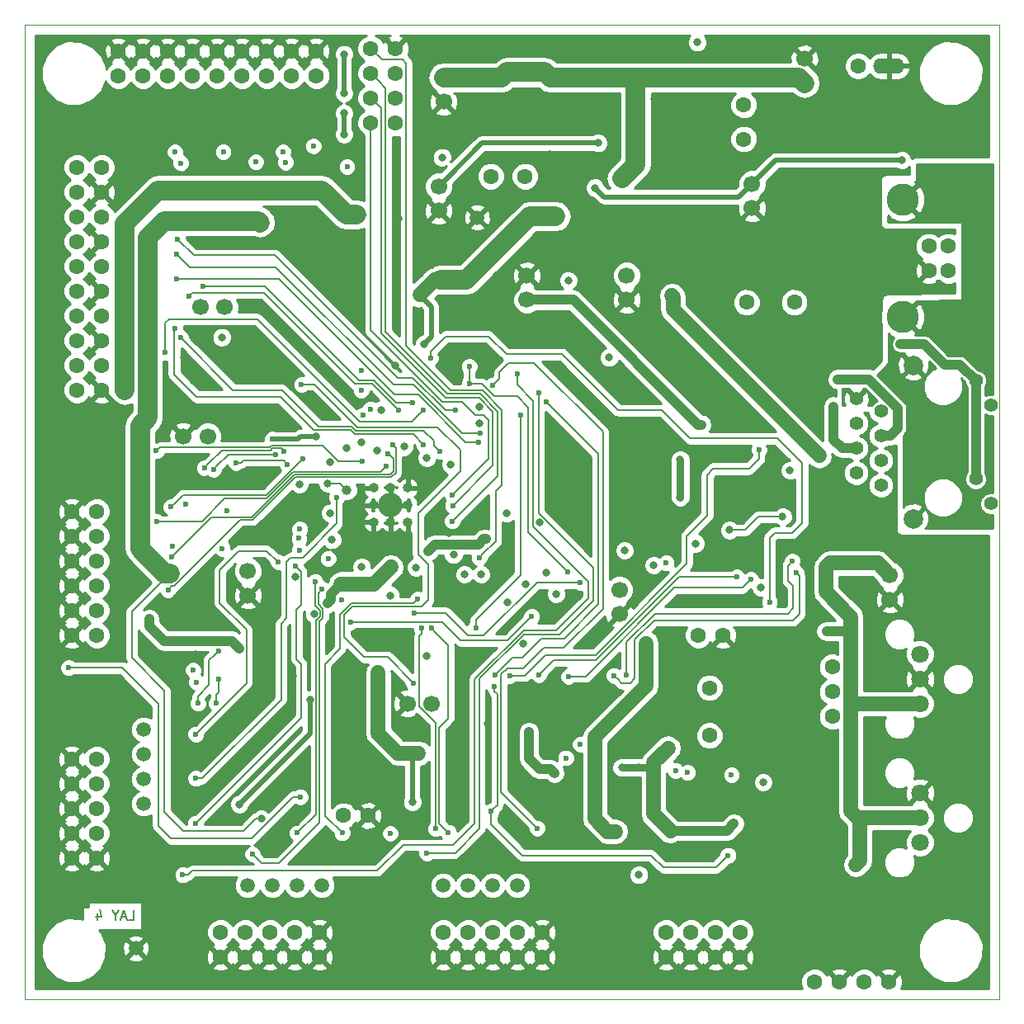
<source format=gbl>
G04 #@! TF.FileFunction,Copper,L4,Bot,Signal*
%FSLAX46Y46*%
G04 Gerber Fmt 4.6, Leading zero omitted, Abs format (unit mm)*
G04 Created by KiCad (PCBNEW 4.0.5) date 02/08/17 14:07:05*
%MOMM*%
%LPD*%
G01*
G04 APERTURE LIST*
%ADD10C,0.150000*%
%ADD11C,0.200000*%
%ADD12C,0.100000*%
%ADD13C,1.400000*%
%ADD14C,2.000000*%
%ADD15C,1.600000*%
%ADD16C,1.500000*%
%ADD17C,1.700000*%
%ADD18O,3.200000X1.600000*%
%ADD19C,1.800000*%
%ADD20C,3.300000*%
%ADD21C,1.000000*%
%ADD22O,2.500000X2.500000*%
%ADD23O,1.000000X1.000000*%
%ADD24C,0.800000*%
%ADD25C,0.600000*%
%ADD26C,1.000000*%
%ADD27C,2.000000*%
%ADD28C,1.500000*%
%ADD29C,0.500000*%
%ADD30C,0.800000*%
%ADD31C,0.400000*%
%ADD32C,0.135000*%
%ADD33C,0.254000*%
G04 APERTURE END LIST*
D10*
D11*
X10654762Y8131201D02*
X11130953Y8131201D01*
X11130953Y9131201D01*
X10369048Y8416915D02*
X9892857Y8416915D01*
X10464286Y8131201D02*
X10130953Y9131201D01*
X9797619Y8131201D01*
X9273810Y8607392D02*
X9273810Y8131201D01*
X9607143Y9131201D02*
X9273810Y8607392D01*
X8940476Y9131201D01*
X7416666Y8797868D02*
X7416666Y8131201D01*
X7654762Y9178820D02*
X7892857Y8464534D01*
X7273809Y8464534D01*
D12*
X0Y100000000D02*
X100000000Y100000000D01*
X15000000Y0D02*
X0Y0D01*
X100000000Y0D02*
X15000000Y0D01*
X100000000Y100000000D02*
X100000000Y0D01*
X0Y0D02*
X0Y100000000D01*
D13*
X87850000Y52720000D03*
X85310000Y53990000D03*
X87850000Y55260000D03*
X85310000Y56530000D03*
X87850000Y57800000D03*
X85310000Y59070000D03*
X87850000Y60340000D03*
X85310000Y61610000D03*
D14*
X91150000Y49290000D03*
X91150000Y65040000D03*
D13*
X99100000Y50840000D03*
X97580000Y63490000D03*
X97580000Y53380000D03*
X99100000Y60950000D03*
D15*
X78940000Y71500000D03*
X74060000Y71500000D03*
D16*
X11400000Y5200000D03*
X45466000Y11684000D03*
X48006000Y11684000D03*
X50546000Y11684000D03*
D17*
X88750000Y43500000D03*
X88750000Y41000000D03*
X42956000Y94568000D03*
X42956000Y92068000D03*
X80000000Y94000000D03*
X80000000Y96500000D03*
X20500000Y71000000D03*
X18000000Y71000000D03*
X18750000Y57750000D03*
X16250000Y57750000D03*
X42448000Y83392000D03*
X42448000Y80892000D03*
D15*
X85500000Y95750000D03*
D18*
X88675000Y95750000D03*
D15*
X81026000Y1778000D03*
X83566000Y1778000D03*
X86106000Y1778000D03*
X88646000Y1778000D03*
X35490000Y89908000D03*
X38030000Y89908000D03*
X9586000Y94750000D03*
X9586000Y97290000D03*
X82850000Y29010000D03*
X82850000Y34090000D03*
X82850000Y31550000D03*
D19*
X91842000Y35387000D03*
X91842000Y32847000D03*
X91842000Y30307000D03*
X91842000Y21163000D03*
X91842000Y18623000D03*
X91842000Y16083000D03*
D16*
X46400000Y80200000D03*
D15*
X4826000Y50038000D03*
X7366000Y50038000D03*
X4826000Y47498000D03*
X7366000Y47498000D03*
X4826000Y44958000D03*
X7366000Y44958000D03*
X4826000Y42418000D03*
X7366000Y42418000D03*
X4826000Y39878000D03*
X7366000Y39878000D03*
X7366000Y37338000D03*
X4826000Y37338000D03*
D17*
X74610000Y83656000D03*
X74610000Y81156000D03*
X41750000Y30336000D03*
X39250000Y30336000D03*
X22880000Y43922000D03*
X22880000Y41422000D03*
X61000000Y42000000D03*
X61000000Y39500000D03*
X51500000Y71750000D03*
X51500000Y74250000D03*
D20*
X90040000Y82020000D03*
X90040000Y69980000D03*
D15*
X94750000Y74750000D03*
X92750000Y74750000D03*
X92750000Y77250000D03*
X94750000Y77250000D03*
X69088000Y37338000D03*
X71628000Y37338000D03*
X35490000Y92448000D03*
X38030000Y92448000D03*
X42926000Y4318000D03*
X42926000Y6858000D03*
X45466000Y4318000D03*
X45466000Y6858000D03*
X48006000Y4318000D03*
X48006000Y6858000D03*
X50546000Y4318000D03*
X50546000Y6858000D03*
X53086000Y4318000D03*
X53086000Y6858000D03*
X20066000Y4318000D03*
X20066000Y6858000D03*
X22606000Y4318000D03*
X22606000Y6858000D03*
X25146000Y4318000D03*
X25146000Y6858000D03*
X27686000Y4318000D03*
X27686000Y6858000D03*
X30226000Y4318000D03*
X30226000Y6858000D03*
X4826000Y24638000D03*
X7366000Y24638000D03*
X4826000Y22098000D03*
X7366000Y22098000D03*
X4826000Y19558000D03*
X7366000Y19558000D03*
X4826000Y17018000D03*
X7366000Y17018000D03*
X4826000Y14478000D03*
X7366000Y14478000D03*
X32672000Y18832000D03*
X35212000Y18832000D03*
D16*
X27940000Y11684000D03*
X30480000Y11684000D03*
X25400000Y11684000D03*
X12192000Y25146000D03*
X12192000Y22606000D03*
X12192000Y20066000D03*
D15*
X70250000Y27060000D03*
X70250000Y31940000D03*
D17*
X61750000Y74250000D03*
X61750000Y71750000D03*
D15*
X5334000Y85344000D03*
X7874000Y85344000D03*
X5334000Y82804000D03*
X7874000Y82804000D03*
X5334000Y80264000D03*
X7874000Y80264000D03*
X5334000Y77724000D03*
X7874000Y77724000D03*
X5334000Y75184000D03*
X7874000Y75184000D03*
X5334000Y72644000D03*
X7874000Y72644000D03*
X5334000Y70104000D03*
X7874000Y70104000D03*
X5334000Y67564000D03*
X7874000Y67564000D03*
X5334000Y65024000D03*
X7874000Y65024000D03*
X5334000Y62484000D03*
X7874000Y62484000D03*
X65786000Y4318000D03*
X65786000Y6858000D03*
X68326000Y4318000D03*
X68326000Y6858000D03*
X70866000Y4318000D03*
X70866000Y6858000D03*
X73406000Y4318000D03*
X73406000Y6858000D03*
D21*
X33025000Y52225000D03*
D22*
X37531605Y50687937D03*
D23*
X39281605Y52437937D03*
X37531605Y52437937D03*
X35781605Y52437937D03*
X35781605Y50687937D03*
X35781605Y48937937D03*
X37531605Y48937937D03*
X39281605Y48937937D03*
X39281605Y50687937D03*
D16*
X42926000Y11684000D03*
X22860000Y11684000D03*
X12192000Y27686000D03*
D15*
X51310000Y84428000D03*
X47810000Y84428000D03*
X73750000Y91748000D03*
X73750000Y88248000D03*
X35490000Y94988000D03*
X38030000Y94988000D03*
X35490000Y97528000D03*
X38030000Y97528000D03*
X19746000Y97278000D03*
X19746000Y94738000D03*
X17206000Y97278000D03*
X17206000Y94738000D03*
X14666000Y97278000D03*
X14666000Y94738000D03*
X12126000Y97278000D03*
X12126000Y94738000D03*
X29906000Y97290000D03*
X29906000Y94750000D03*
X27366000Y97290000D03*
X27366000Y94750000D03*
X24826000Y97290000D03*
X24826000Y94750000D03*
X22286000Y97290000D03*
X22286000Y94750000D03*
D24*
X66908999Y15717363D03*
D25*
X25470870Y86555537D03*
D24*
X10462995Y88876066D03*
X28341970Y88047795D03*
X17685443Y88098300D03*
D25*
X55800000Y52200000D03*
X56400000Y49000000D03*
D24*
X26100000Y59200000D03*
X25443370Y54179729D03*
X21814799Y59257699D03*
X77821140Y40707748D03*
X49709022Y38445502D03*
X53928128Y38909740D03*
X70800000Y34200000D03*
X72200000Y72800000D03*
X77241544Y66354176D03*
X72738247Y58597906D03*
X76262186Y58628818D03*
X28931338Y25301900D03*
X29087384Y61976091D03*
X24236293Y30633942D03*
X43467102Y47791698D03*
X15583509Y41192854D03*
X74475730Y40945699D03*
X28919348Y35708267D03*
X86649174Y25260230D03*
X45750000Y15050000D03*
X16388656Y64660273D03*
X16368727Y65895836D03*
X80200000Y16150000D03*
X8150000Y35250000D03*
X12300000Y13250000D03*
X16700000Y7750000D03*
X59750000Y8550000D03*
X60049610Y1951213D03*
X30399158Y86425649D03*
X32708025Y29768110D03*
X32839512Y22122721D03*
X28900027Y22619039D03*
X60280724Y31137392D03*
X13564831Y85321294D03*
X18927850Y77902833D03*
X73200780Y52741310D03*
X31188076Y36607706D03*
X45044862Y39579372D03*
X83626411Y17033725D03*
X83009396Y23519527D03*
X85373041Y42810438D03*
X68401245Y18768311D03*
X66418764Y19571738D03*
X19747343Y27858452D03*
X30919030Y17257676D03*
X15454064Y28287097D03*
X14882749Y33494007D03*
X65253282Y51524758D03*
X77864737Y27824536D03*
X47495832Y28300987D03*
X52733346Y29116703D03*
X51242101Y30402676D03*
X32506036Y34348349D03*
X17480584Y35336513D03*
X15737562Y14183393D03*
X61845577Y10732591D03*
X62971444Y18326840D03*
X53826697Y25279129D03*
X50304742Y25279179D03*
X45059431Y25288430D03*
X96900000Y86850000D03*
X93950000Y91300000D03*
X93500000Y87900000D03*
X92200000Y86850000D03*
X94600000Y86850000D03*
X95000000Y88200000D03*
X95000000Y91200000D03*
X36469557Y4375075D03*
X77000000Y9000000D03*
X88500000Y3600000D03*
X67750000Y34800000D03*
X79700000Y82900000D03*
X80900000Y81000000D03*
X69950000Y70800000D03*
X70250000Y73750000D03*
X28850000Y79750000D03*
X54900000Y67750000D03*
X56350000Y66450000D03*
X42862112Y65008708D03*
X43500000Y66900000D03*
X45442543Y66877242D03*
X40500000Y74450000D03*
X46600000Y60750000D03*
X52800000Y48900000D03*
X46200000Y69250000D03*
X9750000Y40850000D03*
X63179998Y16382883D03*
X44100000Y21000000D03*
X66786217Y28093772D03*
X40500000Y70150000D03*
X60783466Y91043104D03*
X73652951Y55503633D03*
X76200000Y98000000D03*
X79750000Y92050000D03*
X81950000Y92250000D03*
X38300000Y80050000D03*
X43000000Y88500000D03*
X46500000Y91000000D03*
X44500000Y90000000D03*
X44500000Y96500000D03*
X46000000Y98500000D03*
X43000000Y98500000D03*
X1500000Y98000000D03*
X1500000Y84500000D03*
X1500000Y74000000D03*
X1500000Y56000000D03*
X1500000Y43500000D03*
X2000000Y31000000D03*
X1500000Y19000000D03*
X1500000Y8500000D03*
X1500000Y1500000D03*
X12000000Y1500000D03*
X21000000Y1500000D03*
X29000000Y1500000D03*
X36500000Y1500000D03*
X76500000Y2000000D03*
X92500000Y1500000D03*
X98500000Y2000000D03*
X98500000Y7500000D03*
X98500000Y14500000D03*
X98500000Y22000000D03*
X98500000Y28000000D03*
X98500000Y34000000D03*
X98500000Y40000000D03*
X94850000Y40400000D03*
X86750000Y65350000D03*
X81250000Y48950000D03*
X84150000Y48850000D03*
X66150000Y56650000D03*
X80850000Y63500000D03*
X80850000Y60750000D03*
X70600000Y60250000D03*
X14200000Y39200000D03*
X20750000Y85250000D03*
X44750000Y22850010D03*
X62859071Y28712944D03*
X7554000Y89772000D03*
X34500000Y71000000D03*
X31250000Y64250000D03*
X38000000Y65000000D03*
X77250000Y75250000D03*
X82500000Y74750000D03*
X27474460Y33166886D03*
X17543502Y38299109D03*
X66000000Y84250000D03*
X66250000Y86500000D03*
X22350000Y88900000D03*
X56600000Y98250000D03*
X60250000Y96500000D03*
X66300000Y91050000D03*
X69650000Y91050000D03*
X51750000Y98300000D03*
X53000000Y98300000D03*
X60750000Y92350000D03*
X64550000Y92350000D03*
X52400000Y89750000D03*
X51700000Y93000000D03*
X53800000Y86700000D03*
X9849990Y51131205D03*
X9849990Y53880472D03*
X25500000Y39525000D03*
X25400000Y41500000D03*
X80325000Y65200000D03*
X23125000Y47975000D03*
X49175000Y44425000D03*
X49475000Y40675000D03*
X45950000Y40650000D03*
X83250000Y52650000D03*
X77750000Y46800000D03*
X81975000Y39550000D03*
X87525000Y34125000D03*
X52775000Y19425000D03*
X54850000Y17250000D03*
X50300000Y17300000D03*
X36450000Y11650000D03*
X17625000Y24900000D03*
X17625000Y20325000D03*
X21075000Y15050000D03*
X25650000Y15075000D03*
X36250000Y16125000D03*
X86900000Y23050000D03*
X82800000Y10700000D03*
X84900000Y8900000D03*
X74950000Y16550000D03*
X71200000Y19350000D03*
X54250000Y30000000D03*
X36850000Y37200000D03*
X21950000Y28600000D03*
X19750000Y22150000D03*
X21600000Y18550000D03*
X24250000Y33300000D03*
X61250000Y84200000D03*
X63750000Y36500000D03*
X40404921Y25224618D03*
X90000000Y86100000D03*
X69000000Y98178000D03*
X59950000Y65830936D03*
X12750000Y39000000D03*
X51100000Y36450000D03*
X41250000Y35250000D03*
X42650000Y73800001D03*
X55782007Y73750000D03*
X53220177Y80348535D03*
X54463661Y80327808D03*
X41000000Y67250000D03*
X40500000Y72250000D03*
X34000000Y80500000D03*
X33000000Y80500000D03*
X10250000Y62500000D03*
X22000000Y36000000D03*
X15750000Y36750000D03*
X63000000Y12750000D03*
X58500000Y22250000D03*
X60598001Y17197999D03*
X36250000Y33500000D03*
X29250000Y30750000D03*
X22000000Y20000000D03*
X39750000Y20250000D03*
X75750000Y22250000D03*
X75500000Y42250000D03*
X68800000Y46750000D03*
X61530936Y46038060D03*
X58500000Y83250000D03*
X32750000Y96950000D03*
X32750000Y92950000D03*
X32750000Y88750000D03*
X32750000Y90900000D03*
D25*
X25400000Y57450000D03*
D24*
X43981593Y45599989D03*
X34500000Y57150000D03*
X36575440Y60472597D03*
X53500000Y43750000D03*
X20200000Y67920081D03*
X29675000Y39550000D03*
X43675000Y54850000D03*
X27725000Y43300000D03*
X46600000Y59125000D03*
X46825000Y43575000D03*
X45100000Y43575000D03*
X40150000Y44300000D03*
X37525000Y41425000D03*
X34550000Y44350000D03*
X31514426Y47125323D03*
X29850000Y57725000D03*
X31275000Y55125000D03*
X32997400Y56567444D03*
X36110624Y56301642D03*
X47301048Y47215693D03*
X28159533Y52858245D03*
X41250000Y55550000D03*
X41350000Y45950000D03*
X38900000Y56675000D03*
X31300000Y49875000D03*
X37550000Y44325000D03*
X31025000Y40600000D03*
X61250000Y23750000D03*
X63000000Y23750000D03*
X72750000Y18000000D03*
X66250000Y17250000D03*
X66000000Y25750000D03*
X51718000Y27432000D03*
X54350000Y23200000D03*
D25*
X48250000Y33250000D03*
X53500000Y61250000D03*
X17581235Y32517814D03*
D24*
X54500000Y41550000D03*
X51400000Y42550000D03*
D25*
X33400010Y38714727D03*
X52000000Y39250000D03*
X65802381Y44739270D03*
X39990949Y39649990D03*
X57000000Y42750000D03*
D24*
X42800000Y86376000D03*
X24250000Y18500000D03*
X22750000Y79849989D03*
X64514011Y44517329D03*
X58800000Y87850000D03*
X14900000Y43700000D03*
X24100000Y79700000D03*
D25*
X15182718Y46501391D03*
X55500000Y24750000D03*
X68000000Y23250000D03*
X66751254Y23465688D03*
X57000000Y26131990D03*
X72500000Y23000000D03*
X16500000Y50750000D03*
X13477881Y56249631D03*
X34593449Y55178389D03*
X41617941Y65767605D03*
X76400000Y40750000D03*
X32012502Y51454549D03*
X17550000Y22650000D03*
X25982973Y44843487D03*
X17550000Y27200000D03*
X27742301Y44450573D03*
X17500000Y18050000D03*
X32500630Y40937516D03*
X17250000Y33750000D03*
X28495884Y55448374D03*
X15000000Y50500000D03*
X18416355Y54506708D03*
X26614220Y56202197D03*
X29800000Y42850000D03*
X27950000Y17050000D03*
X26948587Y54846036D03*
X21644227Y55045313D03*
X30506380Y42083587D03*
X23350282Y14901346D03*
X40281595Y41049305D03*
X32550000Y17050000D03*
X40683478Y38050010D03*
X42157591Y17484039D03*
X41701587Y38050010D03*
X43454960Y17122188D03*
X48000000Y63000000D03*
X52550000Y17550000D03*
D24*
X82201629Y43143992D03*
X82250000Y37750000D03*
X85250000Y13800000D03*
X83000000Y60800000D03*
X83400000Y63600000D03*
D25*
X19859988Y35699990D03*
X17750000Y30350000D03*
X19350384Y54333178D03*
X25712712Y55902521D03*
X39766914Y61209544D03*
X18241646Y73171741D03*
X16802141Y72081828D03*
X38374642Y60436114D03*
X37050515Y54672871D03*
X13540060Y49002356D03*
X37748003Y56904887D03*
X14683569Y42011049D03*
X15026780Y45351351D03*
X37277942Y55933427D03*
X46543712Y57139594D03*
X15600000Y73900000D03*
X46757452Y58065250D03*
X15600000Y76450000D03*
X42609546Y56196687D03*
X15967100Y67849533D03*
X15680056Y77953101D03*
X44170046Y60400010D03*
D24*
X92355975Y83369867D03*
X98500000Y83150000D03*
X97300000Y83150000D03*
X96000000Y83150000D03*
X94700000Y83150000D03*
X93500000Y83150000D03*
X92150000Y84650000D03*
X91591813Y58793093D03*
X91625140Y62714572D03*
X98905694Y56449171D03*
X89189008Y63133765D03*
X94800000Y56400000D03*
X92600000Y54400000D03*
D25*
X45594862Y64923061D03*
X45596000Y63120000D03*
X55736946Y43819785D03*
X40893732Y60477955D03*
X14400000Y66400000D03*
X15400000Y68800000D03*
X40921414Y56910421D03*
X50843278Y59903944D03*
X46264494Y38106839D03*
X28389546Y63081464D03*
X47850288Y19300000D03*
X39850000Y32450000D03*
X48200000Y32100000D03*
X72150000Y14750000D03*
D24*
X31075000Y52900000D03*
D25*
X28250000Y20750000D03*
X4500000Y34000000D03*
X19660002Y30350000D03*
X19900000Y32850000D03*
D24*
X67250000Y55350000D03*
X67250000Y51500000D03*
X78500000Y54250000D03*
X72290593Y48124911D03*
X77750000Y49500000D03*
X66390109Y72166601D03*
X81500000Y55750000D03*
D25*
X75330853Y56356902D03*
X49730000Y33200000D03*
X79117460Y43773225D03*
X60434134Y33208512D03*
X78750000Y44955251D03*
X61730000Y33250000D03*
X73062917Y43305923D03*
X52730000Y33250000D03*
X74482834Y43059568D03*
X55774627Y33105373D03*
X52717423Y62250283D03*
X41250000Y15000000D03*
X50502236Y64191882D03*
X16200000Y12750000D03*
X43850000Y51700000D03*
X43900000Y50650000D03*
X43850000Y49050000D03*
X46600465Y45316578D03*
X37500000Y17000000D03*
X20250000Y46250000D03*
X20757490Y50146435D03*
X26475900Y86956283D03*
X34500000Y64500000D03*
X23694331Y85903565D03*
X28205675Y48228799D03*
X26723687Y85868774D03*
X34500000Y62500000D03*
X28138106Y47281203D03*
X20350000Y86950000D03*
X29600000Y87550000D03*
X34681595Y59900000D03*
X15971019Y85792097D03*
X28150000Y46050000D03*
X33050000Y85400000D03*
X35450000Y60550000D03*
X31108600Y45199353D03*
X15400000Y86950000D03*
D24*
X69399777Y58953391D03*
X49450000Y49870000D03*
D11*
X56400000Y49000000D02*
X56400000Y51600000D01*
X56400000Y51600000D02*
X55800000Y52200000D01*
X82800000Y10700000D02*
X82800000Y13550000D01*
X82800000Y13550000D02*
X80200000Y16150000D01*
X4826000Y37338000D02*
X6914000Y35250000D01*
X6914000Y35250000D02*
X8150000Y35250000D01*
X60049610Y1951213D02*
X60098397Y2000000D01*
X60098397Y2000000D02*
X63468000Y2000000D01*
X63468000Y2000000D02*
X65786000Y4318000D01*
X95000000Y91200000D02*
X95000000Y88200000D01*
D26*
X94369999Y65130001D02*
X92300000Y67200000D01*
X92300000Y67200000D02*
X89800000Y67200000D01*
X95939999Y65130001D02*
X94369999Y65130001D01*
X97580000Y63490000D02*
X95939999Y65130001D01*
X97580000Y53380000D02*
X97580000Y63490000D01*
D11*
X36450000Y4394632D02*
X36469557Y4375075D01*
X36450000Y11650000D02*
X36450000Y4394632D01*
X2300000Y17650000D02*
X2300000Y18200000D01*
X2300000Y18200000D02*
X1500000Y19000000D01*
X2918000Y17650000D02*
X2300000Y17650000D01*
X4826000Y19558000D02*
X2918000Y17650000D01*
X38030000Y97528000D02*
X39002000Y98500000D01*
X39002000Y98500000D02*
X43000000Y98500000D01*
X1500000Y74000000D02*
X1500000Y84500000D01*
X1500000Y43500000D02*
X1500000Y56000000D01*
X1500000Y19000000D02*
X1500000Y30500000D01*
X1500000Y30500000D02*
X2000000Y31000000D01*
X1500000Y1500000D02*
X1500000Y8500000D01*
X21000000Y1500000D02*
X12000000Y1500000D01*
X36500000Y1500000D02*
X29000000Y1500000D01*
X73406000Y4318000D02*
X75724000Y2000000D01*
X75724000Y2000000D02*
X76500000Y2000000D01*
X98500000Y2000000D02*
X98000000Y1500000D01*
X98000000Y1500000D02*
X92500000Y1500000D01*
X98500000Y14500000D02*
X98500000Y7500000D01*
X98500000Y28000000D02*
X98500000Y22000000D01*
X98500000Y40000000D02*
X98500000Y34000000D01*
D27*
X62800000Y94568000D02*
X62670325Y94438325D01*
X62670325Y94438325D02*
X62670325Y85620325D01*
X62670325Y85620325D02*
X61250000Y84200000D01*
X42956000Y94568000D02*
X48918000Y94568000D01*
X48918000Y94568000D02*
X49471994Y95121994D01*
X49471994Y95121994D02*
X53346006Y95121994D01*
X53346006Y95121994D02*
X53900000Y94568000D01*
X53900000Y94568000D02*
X62800000Y94568000D01*
X62800000Y94568000D02*
X79432000Y94568000D01*
X79432000Y94568000D02*
X80000000Y94000000D01*
D28*
X58500000Y22250000D02*
X58500000Y26915998D01*
X58500000Y26915998D02*
X63750000Y32165998D01*
X63750000Y32165998D02*
X63750000Y35934315D01*
X63750000Y35934315D02*
X63750000Y36500000D01*
D29*
X39875179Y25224618D02*
X39750000Y25099439D01*
D28*
X36250000Y27250000D02*
X36250000Y33500000D01*
X40404921Y25224618D02*
X38275382Y25224618D01*
X38275382Y25224618D02*
X36250000Y27250000D01*
D29*
X40404921Y25224618D02*
X39875179Y25224618D01*
X39750000Y25099439D02*
X39750000Y20250000D01*
D27*
X10250000Y62500000D02*
X10250000Y79607875D01*
X10250000Y79607875D02*
X13642125Y83000000D01*
X13642125Y83000000D02*
X30500000Y83000000D01*
X30500000Y83000000D02*
X33000000Y80500000D01*
D29*
X41000000Y67250000D02*
X41705128Y67955128D01*
X41705128Y67955128D02*
X41705128Y71044872D01*
X41705128Y71044872D02*
X40899999Y71850001D01*
X40899999Y71850001D02*
X40500000Y72250000D01*
X90000000Y86100000D02*
X77054000Y86100000D01*
X77054000Y86100000D02*
X74610000Y83656000D01*
D26*
X15750000Y36750000D02*
X14270037Y36750000D01*
X14270037Y36750000D02*
X12750000Y38270037D01*
X12750000Y38270037D02*
X12750000Y39000000D01*
D27*
X42650000Y73800001D02*
X45295735Y73800001D01*
X45295735Y73800001D02*
X51823542Y80327808D01*
X51823542Y80327808D02*
X53240904Y80327808D01*
D28*
X42650000Y73800001D02*
X42050001Y73800001D01*
X42050001Y73800001D02*
X40500000Y72250000D01*
D27*
X53240904Y80327808D02*
X53220177Y80348535D01*
X54463661Y80327808D02*
X53240904Y80327808D01*
X33000000Y80500000D02*
X34000000Y80500000D01*
D26*
X21250000Y36750000D02*
X22000000Y36000000D01*
X15750000Y36750000D02*
X21250000Y36750000D01*
D28*
X58500000Y18500000D02*
X59802001Y17197999D01*
X59802001Y17197999D02*
X60598001Y17197999D01*
X58500000Y22250000D02*
X58500000Y18500000D01*
D29*
X22000000Y20000000D02*
X29250000Y27250000D01*
X29250000Y27250000D02*
X29250000Y30750000D01*
X73760001Y82806001D02*
X74610000Y83656000D01*
X73254001Y82300001D02*
X73760001Y82806001D01*
X58500000Y83250000D02*
X59449999Y82300001D01*
X59449999Y82300001D02*
X73254001Y82300001D01*
X32750000Y92950000D02*
X32750000Y96950000D01*
X32750000Y90900000D02*
X32750000Y88750000D01*
X28000000Y57450000D02*
X28275000Y57725000D01*
X28275000Y57725000D02*
X29850000Y57725000D01*
X25400000Y57450000D02*
X28000000Y57450000D01*
D26*
X47301048Y47215693D02*
X47090693Y47215693D01*
X47090693Y47215693D02*
X46524999Y46649999D01*
X46524999Y46649999D02*
X42049999Y46649999D01*
X42049999Y46649999D02*
X41350000Y45950000D01*
D28*
X32450000Y42600000D02*
X35825000Y42600000D01*
X35825000Y42600000D02*
X37550000Y44325000D01*
D26*
X31424999Y41574999D02*
X32450000Y42600000D01*
X31025000Y40600000D02*
X31424999Y40999999D01*
X31424999Y40999999D02*
X31424999Y41574999D01*
D30*
X63000000Y23750000D02*
X61250000Y23750000D01*
D28*
X64500000Y19000000D02*
X64500000Y23500000D01*
X64500000Y23500000D02*
X64500000Y24250000D01*
D30*
X63000000Y23750000D02*
X64250000Y23750000D01*
D31*
X64250000Y23750000D02*
X64500000Y23500000D01*
D26*
X72750000Y18000000D02*
X72000000Y17250000D01*
X72000000Y17250000D02*
X66250000Y17250000D01*
D28*
X66250000Y17250000D02*
X64500000Y19000000D01*
X64500000Y24250000D02*
X66000000Y25750000D01*
D26*
X52800001Y23599999D02*
X51718000Y24682000D01*
X51718000Y24682000D02*
X51718000Y27432000D01*
X54350000Y23200000D02*
X53950001Y23599999D01*
X53950001Y23599999D02*
X52800001Y23599999D01*
D11*
X53500000Y61250000D02*
X58829272Y55920728D01*
X58829272Y55920728D02*
X58829272Y40506601D01*
X58829272Y40506601D02*
X55322671Y37000000D01*
X55322671Y37000000D02*
X53000000Y37000000D01*
X53000000Y37000000D02*
X51000000Y35000000D01*
X51000000Y35000000D02*
X50000000Y35000000D01*
X50000000Y35000000D02*
X48649999Y33649999D01*
X48649999Y33649999D02*
X48250000Y33250000D01*
X44724855Y36803507D02*
X42813635Y38714727D01*
X42813635Y38714727D02*
X33965695Y38714727D01*
X49553507Y36803507D02*
X44724855Y36803507D01*
X52000000Y39250000D02*
X49553507Y36803507D01*
X33965695Y38714727D02*
X33400010Y38714727D01*
X40556634Y39649990D02*
X39990949Y39649990D01*
X43138008Y39649990D02*
X40556634Y39649990D01*
X45484503Y37303495D02*
X43138008Y39649990D01*
X47091493Y37303495D02*
X45484503Y37303495D01*
X57000000Y42750000D02*
X52537998Y42750000D01*
X52537998Y42750000D02*
X47091493Y37303495D01*
D27*
X22750000Y79849989D02*
X14335839Y79849989D01*
X14335839Y79849989D02*
X12604970Y78119120D01*
X12604970Y78119120D02*
X12604970Y59664528D01*
X12604970Y59664528D02*
X11800001Y58859559D01*
X11800001Y58859559D02*
X11800001Y46234314D01*
X11800001Y46234314D02*
X14334315Y43700000D01*
X14334315Y43700000D02*
X14900000Y43700000D01*
D11*
X24250000Y18500000D02*
X23684315Y18500000D01*
X23684315Y18500000D02*
X22434315Y17250000D01*
X22434315Y17250000D02*
X16250000Y17250000D01*
X16250000Y17250000D02*
X14327625Y19172375D01*
X14327625Y19172375D02*
X14327625Y31672375D01*
X14327625Y31672375D02*
X10978985Y35021015D01*
X10978985Y35021015D02*
X10978985Y39778985D01*
X10978985Y39778985D02*
X14900000Y43700000D01*
D29*
X43297999Y84241999D02*
X42448000Y83392000D01*
X58800000Y87850000D02*
X46906000Y87850000D01*
X46906000Y87850000D02*
X43297999Y84241999D01*
D27*
X23950011Y79849989D02*
X22750000Y79849989D01*
X24100000Y79700000D02*
X23950011Y79849989D01*
D32*
X13477881Y56249631D02*
X13842747Y56614497D01*
X13842747Y56614497D02*
X25117820Y56614497D01*
X25117820Y56614497D02*
X25308357Y56805034D01*
X25308357Y56805034D02*
X26303133Y56805034D01*
X26303133Y56805034D02*
X26317797Y56819698D01*
X26317797Y56819698D02*
X30561171Y56819698D01*
X30561171Y56819698D02*
X32202480Y55178389D01*
X32202480Y55178389D02*
X34027764Y55178389D01*
X34027764Y55178389D02*
X34593449Y55178389D01*
D11*
X41617941Y65767605D02*
X41617941Y66417941D01*
X41617941Y66417941D02*
X43200000Y68000000D01*
X43200000Y68000000D02*
X47567604Y68000000D01*
X47567604Y68000000D02*
X49400000Y66167604D01*
X49400000Y66167604D02*
X55124289Y66167604D01*
X55124289Y66167604D02*
X60891893Y60400000D01*
X60891893Y60400000D02*
X65381885Y60400000D01*
X65381885Y60400000D02*
X68234979Y57546906D01*
X68234979Y57546906D02*
X77203094Y57546906D01*
X77203094Y57546906D02*
X79750000Y55000000D01*
X79750000Y55000000D02*
X79750000Y48824571D01*
X79750000Y48824571D02*
X78758427Y47832998D01*
X78758427Y47832998D02*
X76939796Y47832998D01*
X76939796Y47832998D02*
X76400000Y47293202D01*
X76400000Y47293202D02*
X76400000Y45950000D01*
X76400000Y45950000D02*
X76400000Y41315685D01*
X76400000Y46412002D02*
X76400000Y45950000D01*
X76400000Y41315685D02*
X76400000Y40750000D01*
D32*
X17550000Y22650000D02*
X18223718Y22650000D01*
X18223718Y22650000D02*
X26277255Y30703537D01*
X26277255Y30703537D02*
X26277255Y38492064D01*
X26277255Y38492064D02*
X26850000Y39064809D01*
X26850000Y39064809D02*
X26850000Y44898653D01*
X26850000Y44898653D02*
X27221280Y45269933D01*
X27221280Y45269933D02*
X28480291Y45269933D01*
X28480291Y45269933D02*
X32012502Y48802144D01*
X32012502Y48802144D02*
X32012502Y50888864D01*
X32012502Y50888864D02*
X32012502Y51454549D01*
X25982973Y44843487D02*
X24826460Y46000000D01*
X24826460Y46000000D02*
X21950000Y46000000D01*
X21950000Y46000000D02*
X20000000Y44050000D01*
X20000000Y44050000D02*
X20000000Y40631988D01*
X20000000Y40631988D02*
X22722945Y37909043D01*
X22722945Y37909043D02*
X22722945Y32372945D01*
X22722945Y32372945D02*
X17550000Y27200000D01*
X27742301Y44450573D02*
X28347652Y43845222D01*
X28347652Y43845222D02*
X28347652Y40450000D01*
X28347652Y40450000D02*
X27872439Y39974787D01*
X27872439Y39974787D02*
X27872439Y34877561D01*
X27872439Y34877561D02*
X28347652Y34402348D01*
X28347652Y34402348D02*
X28347652Y28897652D01*
X28347652Y28897652D02*
X17500000Y18050000D01*
X24753017Y51736562D02*
X16236562Y51736562D01*
X16236562Y51736562D02*
X15399999Y50899999D01*
X28064830Y55048375D02*
X24753017Y51736562D01*
X15399999Y50899999D02*
X15000000Y50500000D01*
X28495884Y55448374D02*
X28095885Y55048375D01*
X28095885Y55048375D02*
X28064830Y55048375D01*
X18816354Y54906707D02*
X18416355Y54506708D01*
X25186407Y56280018D02*
X20189665Y56280018D01*
X25426412Y56520023D02*
X25186407Y56280018D01*
X26296394Y56520023D02*
X25426412Y56520023D01*
X26614220Y56202197D02*
X26296394Y56520023D01*
X20189665Y56280018D02*
X18816354Y54906707D01*
X27950000Y17050000D02*
X29892501Y18992501D01*
X29800000Y42284315D02*
X29800000Y42850000D01*
X30292501Y39846401D02*
X29800000Y40338902D01*
X30292501Y39253599D02*
X30292501Y39846401D01*
X29800000Y40338902D02*
X29800000Y42284315D01*
X29892501Y18992501D02*
X29892501Y38853599D01*
X29892501Y38853599D02*
X30292501Y39253599D01*
X26548588Y55246035D02*
X26948587Y54846036D01*
X22209912Y55045313D02*
X22449610Y55285011D01*
X26509612Y55285011D02*
X26548588Y55246035D01*
X22449610Y55285011D02*
X26509612Y55285011D01*
X21644227Y55045313D02*
X22209912Y55045313D01*
X23350282Y14901346D02*
X24272638Y13978990D01*
X24272638Y13978990D02*
X26090088Y13978990D01*
X26090088Y13978990D02*
X30197488Y18086390D01*
X30197488Y18086390D02*
X30197488Y38755520D01*
X30197488Y38755520D02*
X30577512Y39135544D01*
X30577512Y39135544D02*
X30577512Y40032776D01*
X30577512Y40032776D02*
X30106381Y40503907D01*
X30106381Y40503907D02*
X30106381Y41683588D01*
X30106381Y41683588D02*
X30506380Y42083587D01*
X32550000Y17050000D02*
X30796083Y18803917D01*
X30796083Y18803917D02*
X30796083Y34398431D01*
X30796083Y34398431D02*
X32332489Y35934837D01*
X32332489Y35934837D02*
X32332489Y39481517D01*
X32332489Y39481517D02*
X33500278Y40649306D01*
X33500278Y40649306D02*
X39881596Y40649306D01*
X39881596Y40649306D02*
X40281595Y41049305D01*
X40683478Y37484325D02*
X40683478Y38050010D01*
X40467502Y37268349D02*
X40683478Y37484325D01*
X42157591Y28348507D02*
X40467502Y30038596D01*
X42157591Y17484039D02*
X42157591Y28348507D01*
X40467502Y30038596D02*
X40467502Y37268349D01*
X43454960Y17122188D02*
X42517501Y18059647D01*
X42517501Y18059647D02*
X42517501Y27867501D01*
X42517501Y27867501D02*
X43450000Y28800000D01*
X43450000Y28800000D02*
X43450000Y36301597D01*
X43450000Y36301597D02*
X42101586Y37650011D01*
X42101586Y37650011D02*
X41701587Y38050010D01*
X52550000Y17550000D02*
X48867502Y21232498D01*
X48867502Y21232498D02*
X48867502Y33303600D01*
X48697339Y63697339D02*
X48000000Y63000000D01*
X48867502Y33303600D02*
X49500000Y33936098D01*
X49500000Y33936098D02*
X51134723Y33936098D01*
X51134723Y33936098D02*
X53250000Y36051375D01*
X53250000Y36051375D02*
X55316177Y36051375D01*
X55316177Y36051375D02*
X59317511Y40052709D01*
X59317511Y40052709D02*
X59317511Y58208994D01*
X59317511Y58208994D02*
X52242757Y65283748D01*
X52242757Y65283748D02*
X49641104Y65283748D01*
X49641104Y65283748D02*
X48697339Y64339983D01*
X48697339Y64339983D02*
X48697339Y63697339D01*
D28*
X82201629Y43143992D02*
X82201629Y44338444D01*
X82201629Y44338444D02*
X82613185Y44750000D01*
X82613185Y44750000D02*
X87500000Y44750000D01*
X87500000Y44750000D02*
X88750000Y43500000D01*
X82201629Y43143992D02*
X82201629Y41773435D01*
X82201629Y41773435D02*
X84750000Y39225064D01*
X84750000Y39225064D02*
X84750000Y37750000D01*
X85250000Y13800000D02*
X85649999Y14199999D01*
X85649999Y14199999D02*
X85649999Y18350001D01*
X85649999Y18350001D02*
X85377000Y18623000D01*
X88750000Y43500000D02*
X88684512Y43500000D01*
X84750000Y37750000D02*
X84750000Y30250000D01*
D26*
X82250000Y37750000D02*
X84750000Y37750000D01*
D28*
X84750000Y30250000D02*
X84750000Y19250000D01*
X91842000Y30307000D02*
X84807000Y30307000D01*
X84807000Y30307000D02*
X84750000Y30250000D01*
X84750000Y19250000D02*
X85377000Y18623000D01*
X85377000Y18623000D02*
X91842000Y18623000D01*
D26*
X83000000Y57400000D02*
X83870000Y56530000D01*
X83870000Y56530000D02*
X85310000Y56530000D01*
X83000000Y60800000D02*
X83000000Y57400000D01*
X89600000Y58560051D02*
X89600000Y60588002D01*
X89600000Y60588002D02*
X86588002Y63600000D01*
X86588002Y63600000D02*
X83400000Y63600000D01*
X87850000Y57800000D02*
X88839949Y57800000D01*
X88839949Y57800000D02*
X89600000Y58560051D01*
D11*
X17750000Y30350000D02*
X17750000Y31047400D01*
X17750000Y31047400D02*
X18909058Y32206458D01*
X18909058Y32206458D02*
X18909058Y34749060D01*
X18909058Y34749060D02*
X19459989Y35299991D01*
X19459989Y35299991D02*
X19859988Y35699990D01*
D32*
X25712712Y55902521D02*
X20919727Y55902521D01*
X20919727Y55902521D02*
X19750383Y54733177D01*
X19750383Y54733177D02*
X19350384Y54333178D01*
D11*
X35807518Y63500012D02*
X38097986Y61209544D01*
X34287986Y63500012D02*
X35807518Y63500012D01*
X24616257Y73171741D02*
X34287986Y63500012D01*
X39201229Y61209544D02*
X39766914Y61209544D01*
X38097986Y61209544D02*
X39201229Y61209544D01*
X18241646Y73171741D02*
X24616257Y73171741D01*
X38374642Y60436114D02*
X38374642Y60437898D01*
X35662539Y63150001D02*
X33857844Y63150001D01*
X38374642Y60437898D02*
X35662539Y63150001D01*
X33857844Y63150001D02*
X24526018Y72481827D01*
X24526018Y72481827D02*
X17202140Y72481827D01*
X17202140Y72481827D02*
X16802141Y72081828D01*
D32*
X36650516Y54272872D02*
X37050515Y54672871D01*
X27542312Y54122791D02*
X36500435Y54122791D01*
X24766455Y51346934D02*
X27542312Y54122791D01*
X18155422Y49002356D02*
X20500000Y51346934D01*
X36500435Y54122791D02*
X36650516Y54272872D01*
X13540060Y49002356D02*
X18155422Y49002356D01*
X20500000Y51346934D02*
X24766455Y51346934D01*
X15083568Y42411048D02*
X14683569Y42011049D01*
X22098662Y49165954D02*
X15343756Y42411048D01*
X23391608Y49165955D02*
X22098662Y49165954D01*
X37596828Y53547478D02*
X27773131Y53547478D01*
X38075821Y54026471D02*
X37596828Y53547478D01*
X38075821Y56575914D02*
X38075821Y54026471D01*
X37748003Y56904887D02*
X37748003Y56903732D01*
X15343756Y42411048D02*
X15083568Y42411048D01*
X27773131Y53547478D02*
X23391608Y49165955D01*
X37748003Y56903732D02*
X38075821Y56575914D01*
X19126394Y49450965D02*
X15026780Y45351351D01*
X37790810Y55428393D02*
X37790810Y54144526D01*
X37478773Y53832489D02*
X27655076Y53832489D01*
X23273552Y49450965D02*
X19126394Y49450965D01*
X37790810Y54144526D02*
X37478773Y53832489D01*
X37277942Y55933427D02*
X37285776Y55933427D01*
X37285776Y55933427D02*
X37790810Y55428393D01*
X27655076Y53832489D02*
X23273552Y49450965D01*
D11*
X15600000Y73900000D02*
X26062002Y73900000D01*
X26062002Y73900000D02*
X37950002Y62012000D01*
X37950002Y62012000D02*
X40353723Y62012000D01*
X40353723Y62012000D02*
X45226129Y57139594D01*
X45226129Y57139594D02*
X45978027Y57139594D01*
X45978027Y57139594D02*
X46543712Y57139594D01*
X15600000Y76450000D02*
X16939307Y75110693D01*
X16939307Y75110693D02*
X25739307Y75110693D01*
X25739307Y75110693D02*
X37800000Y63050000D01*
X37800000Y63050000D02*
X39898089Y63050000D01*
X39898089Y63050000D02*
X44882839Y58065250D01*
X44882839Y58065250D02*
X46191767Y58065250D01*
X46191767Y58065250D02*
X46757452Y58065250D01*
X15967100Y67849533D02*
X21333723Y62482910D01*
X21333723Y62482910D02*
X26426559Y62482910D01*
X26426559Y62482910D02*
X30159479Y58749990D01*
X30159479Y58749990D02*
X33555020Y58749990D01*
X33555020Y58749990D02*
X33955021Y58349989D01*
X33955021Y58349989D02*
X40919328Y58349989D01*
X40919328Y58349989D02*
X41976581Y57292736D01*
X41976581Y57292736D02*
X41976581Y56829652D01*
X41976581Y56829652D02*
X42609546Y56196687D01*
X43604361Y60400010D02*
X44170046Y60400010D01*
X43134430Y60400010D02*
X43604361Y60400010D01*
X39820232Y63714208D02*
X43134430Y60400010D01*
X25608163Y76331498D02*
X38225453Y63714208D01*
X38225453Y63714208D02*
X39820232Y63714208D01*
X17301659Y76331498D02*
X25608163Y76331498D01*
X15680056Y77953101D02*
X17301659Y76331498D01*
X92150000Y83575842D02*
X92355975Y83369867D01*
X92150000Y84650000D02*
X92150000Y83575842D01*
X96000000Y83150000D02*
X97300000Y83150000D01*
X93500000Y83150000D02*
X94700000Y83150000D01*
X91991812Y58393094D02*
X91591813Y58793093D01*
X92600000Y57784906D02*
X91991812Y58393094D01*
X92600000Y54400000D02*
X92600000Y57784906D01*
X91205947Y63133765D02*
X91225141Y63114571D01*
X89189008Y63133765D02*
X91205947Y63133765D01*
X91225141Y63114571D02*
X91625140Y62714572D01*
X55736946Y43819785D02*
X51633827Y47922904D01*
X48140718Y61836543D02*
X46857261Y63120000D01*
X51633827Y47922904D02*
X51633827Y60717199D01*
X46161685Y63120000D02*
X45596000Y63120000D01*
X51633827Y60717199D02*
X50514483Y61836543D01*
X50514483Y61836543D02*
X48140718Y61836543D01*
X46857261Y63120000D02*
X46161685Y63120000D01*
X45596000Y64921923D02*
X45594862Y64923061D01*
X45596000Y63120000D02*
X45596000Y64921923D01*
X40893732Y60477955D02*
X39665776Y59249999D01*
X39665776Y59249999D02*
X34369594Y59249999D01*
X34369594Y59249999D02*
X23848638Y69770955D01*
X23848638Y69770955D02*
X14770955Y69770955D01*
X14770955Y69770955D02*
X14400000Y69400000D01*
X14400000Y69400000D02*
X14400000Y66400000D01*
X33410041Y58399979D02*
X29600000Y58399979D01*
X17609362Y61800000D02*
X26199979Y61800000D01*
X26199979Y61800000D02*
X29600000Y58399979D01*
X16609362Y62800000D02*
X15307049Y64102313D01*
X16609362Y62800000D02*
X17609362Y61800000D01*
X15307049Y65491187D02*
X15307049Y68707049D01*
X15307049Y68707049D02*
X15400000Y68800000D01*
X39881856Y57949979D02*
X33860041Y57949979D01*
X15307049Y64925502D02*
X15307049Y65491187D01*
X15307049Y64102313D02*
X15307049Y64925502D01*
X40921414Y56910421D02*
X39881856Y57949979D01*
X33860041Y57949979D02*
X33410041Y58399979D01*
X46264494Y38106839D02*
X46264494Y38937217D01*
X46264494Y38937217D02*
X50843278Y43516001D01*
X50843278Y43516001D02*
X50843278Y59479680D01*
X50843278Y59479680D02*
X50843278Y59903944D01*
X28955231Y63081464D02*
X28389546Y63081464D01*
X29718536Y63081464D02*
X28955231Y63081464D01*
X42350000Y58700000D02*
X34100000Y58700000D01*
X44650102Y56399898D02*
X42350000Y58700000D01*
X40350000Y49850000D02*
X44650102Y54150102D01*
X34100000Y58700000D02*
X29718536Y63081464D01*
X44650102Y54150102D02*
X44650102Y56399898D01*
X40350000Y45600000D02*
X40350000Y49850000D01*
X41350000Y44600000D02*
X40350000Y45600000D01*
X41350000Y41250000D02*
X41350000Y44600000D01*
X65500000Y13500000D02*
X70900000Y13500000D01*
X70900000Y13500000D02*
X72150000Y14750000D01*
X64250000Y14750000D02*
X65500000Y13500000D01*
X64000000Y14750000D02*
X51034328Y14750000D01*
X64000000Y14750000D02*
X64250000Y14750000D01*
X51034328Y14750000D02*
X47850288Y17934040D01*
X47850288Y17934040D02*
X47850288Y19300000D01*
X48200000Y32100000D02*
X48200000Y31534315D01*
X48200000Y31534315D02*
X48460964Y31273351D01*
X48460964Y31273351D02*
X48460964Y19910676D01*
X48460964Y19910676D02*
X48250287Y19699999D01*
X48250287Y19699999D02*
X47850288Y19300000D01*
X41350000Y41350000D02*
X41350000Y41250000D01*
X41350000Y41250000D02*
X41350000Y40950000D01*
X37200000Y35100000D02*
X39850000Y32450000D01*
X34800000Y35100000D02*
X37200000Y35100000D01*
X32750000Y37150000D02*
X34800000Y35100000D01*
X32750000Y39450000D02*
X32750000Y37150000D01*
X33600000Y40300000D02*
X32750000Y39450000D01*
X40700000Y40300000D02*
X33600000Y40300000D01*
X41350000Y40950000D02*
X40700000Y40300000D01*
X31075000Y52900000D02*
X32350000Y52900000D01*
X32350000Y52900000D02*
X33025000Y52225000D01*
X4500000Y34000000D02*
X10000000Y34000000D01*
X10000000Y34000000D02*
X13709371Y30290629D01*
X13709371Y30290629D02*
X13709371Y17790629D01*
X13709371Y17790629D02*
X15000000Y16500000D01*
X15000000Y16500000D02*
X23250000Y16500000D01*
X23250000Y16500000D02*
X27500000Y20750000D01*
X27500000Y20750000D02*
X28250000Y20750000D01*
X19900000Y31450000D02*
X19660002Y31210002D01*
X19660002Y31210002D02*
X19660002Y30350000D01*
X19900000Y32850000D02*
X19900000Y31450000D01*
D30*
X67250000Y51500000D02*
X67250000Y55350000D01*
D11*
X77750000Y49500000D02*
X75294467Y49500000D01*
X75294467Y49500000D02*
X73919378Y48124911D01*
X73919378Y48124911D02*
X72290593Y48124911D01*
D28*
X66390109Y72166601D02*
X66514547Y72042163D01*
X66514547Y72042163D02*
X66514547Y70735453D01*
X66514547Y70735453D02*
X81500000Y55750000D01*
D11*
X75330853Y56356902D02*
X75330853Y55470464D01*
X75330853Y55470464D02*
X74287986Y54427597D01*
X74287986Y54427597D02*
X70636588Y54427597D01*
X70636588Y54427597D02*
X70000000Y53791009D01*
X70000000Y53791009D02*
X70000000Y49599999D01*
X70000000Y49599999D02*
X67900001Y47500000D01*
X67900001Y47500000D02*
X67900001Y44650001D01*
X67900001Y44650001D02*
X58552935Y35302935D01*
X58552935Y35302935D02*
X53417719Y35302935D01*
X53417719Y35302935D02*
X51314784Y33200000D01*
X51314784Y33200000D02*
X49730000Y33200000D01*
X79117460Y43773225D02*
X79450000Y43440685D01*
X60834133Y32808513D02*
X60434134Y33208512D01*
X79450000Y43440685D02*
X79450000Y39500000D01*
X79450000Y39500000D02*
X78810311Y38860311D01*
X78810311Y38860311D02*
X64567035Y38860311D01*
X64567035Y38860311D02*
X62569194Y36862470D01*
X62569194Y36862470D02*
X62569194Y32889324D01*
X62569194Y32889324D02*
X62099792Y32419922D01*
X62099792Y32419922D02*
X61222724Y32419922D01*
X61222724Y32419922D02*
X60834133Y32808513D01*
X61730000Y33250000D02*
X61730000Y36610027D01*
X61730000Y36610027D02*
X64650640Y39530667D01*
X64650640Y39530667D02*
X78280667Y39530667D01*
X78280667Y39530667D02*
X78826946Y40076946D01*
X78826946Y40076946D02*
X78826946Y42401737D01*
X78826946Y42401737D02*
X78322120Y42906563D01*
X78322120Y42906563D02*
X78322120Y44527371D01*
X78322120Y44527371D02*
X78350001Y44555252D01*
X78350001Y44555252D02*
X78750000Y44955251D01*
X73062917Y43305923D02*
X67118278Y43305923D01*
X67118278Y43305923D02*
X58562355Y34750000D01*
X58562355Y34750000D02*
X54230000Y34750000D01*
X54230000Y34750000D02*
X52730000Y33250000D01*
X55774627Y33105373D02*
X57521244Y33105373D01*
X57521244Y33105373D02*
X66652706Y42236835D01*
X66652706Y42236835D02*
X73660101Y42236835D01*
X73660101Y42236835D02*
X74082835Y42659569D01*
X74082835Y42659569D02*
X74482834Y43059568D01*
D32*
X41250000Y15000000D02*
X44154842Y15000000D01*
X44154842Y15000000D02*
X46642464Y17487622D01*
X46642464Y17487622D02*
X46642464Y32906366D01*
X46642464Y32906366D02*
X51174656Y37438558D01*
X51174656Y37438558D02*
X54846407Y37438558D01*
X54846407Y37438558D02*
X58306706Y40898857D01*
X58306706Y40898857D02*
X58306706Y44307196D01*
X58306706Y44307196D02*
X52717423Y49896479D01*
X52717423Y49896479D02*
X52717423Y61684598D01*
X52717423Y61684598D02*
X52717423Y62250283D01*
X50502236Y64191882D02*
X50502236Y63034747D01*
X50502236Y63034747D02*
X52182499Y61354484D01*
X52182499Y61354484D02*
X52182499Y48503599D01*
X52182499Y48503599D02*
X57819537Y42866561D01*
X38817806Y15828599D02*
X36166808Y13177601D01*
X57819537Y42866561D02*
X57819537Y41135353D01*
X57819537Y41135353D02*
X54552239Y37868055D01*
X54552239Y37868055D02*
X51201087Y37868055D01*
X51201087Y37868055D02*
X46149187Y32816155D01*
X46149187Y32816155D02*
X46149187Y18022229D01*
X46149187Y18022229D02*
X43955557Y15828599D01*
X36166808Y13177601D02*
X17193286Y13177601D01*
X43955557Y15828599D02*
X38817806Y15828599D01*
X17193286Y13177601D02*
X16765685Y12750000D01*
X16765685Y12750000D02*
X16200000Y12750000D01*
D11*
X43850000Y51700000D02*
X47598438Y55448438D01*
X47598438Y55448438D02*
X47598438Y59440234D01*
X47598438Y59440234D02*
X47084073Y59954599D01*
X47084073Y59954599D02*
X46183399Y59954599D01*
X46183399Y59954599D02*
X44888009Y61249989D01*
X44888009Y61249989D02*
X42855021Y61249989D01*
X42855021Y61249989D02*
X35490000Y68615010D01*
X35490000Y68615010D02*
X35490000Y88776630D01*
X35490000Y88776630D02*
X35490000Y89908000D01*
X43900000Y50650000D02*
X48019239Y54769239D01*
X48019239Y54769239D02*
X48019239Y60292763D01*
X48019239Y60292763D02*
X46612012Y61699990D01*
X46612012Y61699990D02*
X43155020Y61699990D01*
X43155020Y61699990D02*
X36540001Y68315009D01*
X36540001Y68315009D02*
X36540001Y91397999D01*
X36540001Y91397999D02*
X36289999Y91648001D01*
X36289999Y91648001D02*
X35490000Y92448000D01*
X43850000Y49050000D02*
X48504778Y53704778D01*
X48504778Y53704778D02*
X48504778Y60302214D01*
X48504778Y60302214D02*
X46707002Y62099990D01*
X46707002Y62099990D02*
X43355020Y62099990D01*
X43355020Y62099990D02*
X36979999Y68475011D01*
X36979999Y68475011D02*
X36979999Y93498001D01*
X36979999Y93498001D02*
X36289999Y94188001D01*
X36289999Y94188001D02*
X35490000Y94988000D01*
X35490000Y97528000D02*
X36618000Y96400000D01*
X47000464Y45716577D02*
X46600465Y45316578D01*
X36618000Y96400000D02*
X38750000Y96400000D01*
X38750000Y96400000D02*
X39143191Y96006809D01*
X39143191Y96006809D02*
X39143191Y67006809D01*
X39143191Y67006809D02*
X43699999Y62450001D01*
X43699999Y62450001D02*
X46954468Y62450001D01*
X46954468Y62450001D02*
X48925579Y60478890D01*
X48925579Y60478890D02*
X48925579Y52725579D01*
X48925579Y52725579D02*
X48300000Y52100000D01*
X48300000Y52100000D02*
X48300000Y47016113D01*
X48300000Y47016113D02*
X47000464Y45716577D01*
D26*
X69399777Y58953391D02*
X69049710Y58953391D01*
X69049710Y58953391D02*
X56253101Y71750000D01*
X56253101Y71750000D02*
X52702081Y71750000D01*
X52702081Y71750000D02*
X51500000Y71750000D01*
D33*
G36*
X34682725Y98738457D02*
X34280953Y98337386D01*
X34063248Y97813093D01*
X34062752Y97245397D01*
X34279543Y96720725D01*
X34680614Y96318953D01*
X34827118Y96258119D01*
X34682725Y96198457D01*
X34280953Y95797386D01*
X34063248Y95273093D01*
X34062752Y94705397D01*
X34279543Y94180725D01*
X34680614Y93778953D01*
X34827118Y93718119D01*
X34682725Y93658457D01*
X34280953Y93257386D01*
X34063248Y92733093D01*
X34062752Y92165397D01*
X34279543Y91640725D01*
X34680614Y91238953D01*
X34827118Y91178119D01*
X34682725Y91118457D01*
X34280953Y90717386D01*
X34063248Y90193093D01*
X34062752Y89625397D01*
X34279543Y89100725D01*
X34680614Y88698953D01*
X34763000Y88664743D01*
X34763000Y81909357D01*
X34622626Y82003152D01*
X34000000Y82127000D01*
X33673926Y82127000D01*
X31650463Y84150463D01*
X31122626Y84503152D01*
X30500000Y84627000D01*
X13642125Y84627000D01*
X13019499Y84503152D01*
X12491662Y84150463D01*
X9180364Y80839165D01*
X9084457Y81071275D01*
X8683386Y81473047D01*
X8562790Y81523123D01*
X8628005Y81550136D01*
X8702139Y81796255D01*
X7874000Y82624395D01*
X7045861Y81796255D01*
X7119995Y81550136D01*
X7189456Y81525169D01*
X7066725Y81474457D01*
X6664953Y81073386D01*
X6604119Y80926882D01*
X6544457Y81071275D01*
X6143386Y81473047D01*
X5996882Y81533881D01*
X6141275Y81593543D01*
X6543047Y81994614D01*
X6593123Y82115210D01*
X6620136Y82049995D01*
X6866255Y81975861D01*
X7694395Y82804000D01*
X8053605Y82804000D01*
X8881745Y81975861D01*
X9127864Y82049995D01*
X9320965Y82587223D01*
X9293778Y83157454D01*
X9127864Y83558005D01*
X8881745Y83632139D01*
X8053605Y82804000D01*
X7694395Y82804000D01*
X6866255Y83632139D01*
X6620136Y83558005D01*
X6595169Y83488544D01*
X6544457Y83611275D01*
X6143386Y84013047D01*
X5996882Y84073881D01*
X6141275Y84133543D01*
X6543047Y84534614D01*
X6603881Y84681118D01*
X6663543Y84536725D01*
X7064614Y84134953D01*
X7185210Y84084877D01*
X7119995Y84057864D01*
X7045861Y83811745D01*
X7874000Y82983605D01*
X8702139Y83811745D01*
X8628005Y84057864D01*
X8558544Y84082831D01*
X8681275Y84133543D01*
X9083047Y84534614D01*
X9300752Y85058907D01*
X9301248Y85626603D01*
X9084457Y86151275D01*
X8683386Y86553047D01*
X8169533Y86766417D01*
X14472839Y86766417D01*
X14613669Y86425583D01*
X14874211Y86164586D01*
X15085515Y86076844D01*
X15044180Y85977298D01*
X15043858Y85608514D01*
X15184688Y85267680D01*
X15445230Y85006683D01*
X15785818Y84865258D01*
X16154602Y84864936D01*
X16495436Y85005766D01*
X16756433Y85266308D01*
X16897858Y85606896D01*
X16897956Y85719982D01*
X22767170Y85719982D01*
X22908000Y85379148D01*
X23168542Y85118151D01*
X23509130Y84976726D01*
X23877914Y84976404D01*
X24218748Y85117234D01*
X24479745Y85377776D01*
X24621170Y85718364D01*
X24621492Y86087148D01*
X24480662Y86427982D01*
X24220120Y86688979D01*
X24018499Y86772700D01*
X25548739Y86772700D01*
X25689569Y86431866D01*
X25876151Y86244958D01*
X25796848Y86053975D01*
X25796526Y85685191D01*
X25937356Y85344357D01*
X26197898Y85083360D01*
X26538486Y84941935D01*
X26907270Y84941613D01*
X27248104Y85082443D01*
X27382311Y85216417D01*
X32122839Y85216417D01*
X32263669Y84875583D01*
X32524211Y84614586D01*
X32864799Y84473161D01*
X33233583Y84472839D01*
X33574417Y84613669D01*
X33835414Y84874211D01*
X33976839Y85214799D01*
X33977161Y85583583D01*
X33836331Y85924417D01*
X33575789Y86185414D01*
X33235201Y86326839D01*
X32866417Y86327161D01*
X32525583Y86186331D01*
X32264586Y85925789D01*
X32123161Y85585201D01*
X32122839Y85216417D01*
X27382311Y85216417D01*
X27509101Y85342985D01*
X27650526Y85683573D01*
X27650848Y86052357D01*
X27510018Y86393191D01*
X27323436Y86580099D01*
X27402739Y86771082D01*
X27403061Y87139866D01*
X27309452Y87366417D01*
X28672839Y87366417D01*
X28813669Y87025583D01*
X29074211Y86764586D01*
X29414799Y86623161D01*
X29783583Y86622839D01*
X30124417Y86763669D01*
X30385414Y87024211D01*
X30526839Y87364799D01*
X30527161Y87733583D01*
X30386331Y88074417D01*
X30125789Y88335414D01*
X29785201Y88476839D01*
X29416417Y88477161D01*
X29075583Y88336331D01*
X28814586Y88075789D01*
X28673161Y87735201D01*
X28672839Y87366417D01*
X27309452Y87366417D01*
X27262231Y87480700D01*
X27001689Y87741697D01*
X26661101Y87883122D01*
X26292317Y87883444D01*
X25951483Y87742614D01*
X25690486Y87482072D01*
X25549061Y87141484D01*
X25548739Y86772700D01*
X24018499Y86772700D01*
X23879532Y86830404D01*
X23510748Y86830726D01*
X23169914Y86689896D01*
X22908917Y86429354D01*
X22767492Y86088766D01*
X22767170Y85719982D01*
X16897956Y85719982D01*
X16898180Y85975680D01*
X16757350Y86316514D01*
X16496808Y86577511D01*
X16285504Y86665253D01*
X16326839Y86764799D01*
X16326840Y86766417D01*
X19422839Y86766417D01*
X19563669Y86425583D01*
X19824211Y86164586D01*
X20164799Y86023161D01*
X20533583Y86022839D01*
X20874417Y86163669D01*
X21135414Y86424211D01*
X21276839Y86764799D01*
X21277161Y87133583D01*
X21136331Y87474417D01*
X20875789Y87735414D01*
X20535201Y87876839D01*
X20166417Y87877161D01*
X19825583Y87736331D01*
X19564586Y87475789D01*
X19423161Y87135201D01*
X19422839Y86766417D01*
X16326840Y86766417D01*
X16327161Y87133583D01*
X16186331Y87474417D01*
X15925789Y87735414D01*
X15585201Y87876839D01*
X15216417Y87877161D01*
X14875583Y87736331D01*
X14614586Y87475789D01*
X14473161Y87135201D01*
X14472839Y86766417D01*
X8169533Y86766417D01*
X8159093Y86770752D01*
X7591397Y86771248D01*
X7066725Y86554457D01*
X6664953Y86153386D01*
X6604119Y86006882D01*
X6544457Y86151275D01*
X6143386Y86553047D01*
X5619093Y86770752D01*
X5051397Y86771248D01*
X4526725Y86554457D01*
X4124953Y86153386D01*
X3907248Y85629093D01*
X3906752Y85061397D01*
X4123543Y84536725D01*
X4524614Y84134953D01*
X4671118Y84074119D01*
X4526725Y84014457D01*
X4124953Y83613386D01*
X3907248Y83089093D01*
X3906752Y82521397D01*
X4123543Y81996725D01*
X4524614Y81594953D01*
X4671118Y81534119D01*
X4526725Y81474457D01*
X4124953Y81073386D01*
X3907248Y80549093D01*
X3906752Y79981397D01*
X4123543Y79456725D01*
X4524614Y79054953D01*
X4671118Y78994119D01*
X4526725Y78934457D01*
X4124953Y78533386D01*
X3907248Y78009093D01*
X3906752Y77441397D01*
X4123543Y76916725D01*
X4524614Y76514953D01*
X4671118Y76454119D01*
X4526725Y76394457D01*
X4124953Y75993386D01*
X3907248Y75469093D01*
X3906752Y74901397D01*
X4123543Y74376725D01*
X4524614Y73974953D01*
X4671118Y73914119D01*
X4526725Y73854457D01*
X4124953Y73453386D01*
X3907248Y72929093D01*
X3906752Y72361397D01*
X4123543Y71836725D01*
X4524614Y71434953D01*
X4671118Y71374119D01*
X4526725Y71314457D01*
X4124953Y70913386D01*
X3907248Y70389093D01*
X3906752Y69821397D01*
X4123543Y69296725D01*
X4524614Y68894953D01*
X4671118Y68834119D01*
X4526725Y68774457D01*
X4124953Y68373386D01*
X3907248Y67849093D01*
X3906752Y67281397D01*
X4123543Y66756725D01*
X4524614Y66354953D01*
X4671118Y66294119D01*
X4526725Y66234457D01*
X4124953Y65833386D01*
X3907248Y65309093D01*
X3906752Y64741397D01*
X4123543Y64216725D01*
X4524614Y63814953D01*
X4671118Y63754119D01*
X4526725Y63694457D01*
X4124953Y63293386D01*
X3907248Y62769093D01*
X3906752Y62201397D01*
X4123543Y61676725D01*
X4524614Y61274953D01*
X5048907Y61057248D01*
X5616603Y61056752D01*
X6141275Y61273543D01*
X6344341Y61476255D01*
X7045861Y61476255D01*
X7119995Y61230136D01*
X7657223Y61037035D01*
X8227454Y61064222D01*
X8628005Y61230136D01*
X8702139Y61476255D01*
X7874000Y62304395D01*
X7045861Y61476255D01*
X6344341Y61476255D01*
X6543047Y61674614D01*
X6593123Y61795210D01*
X6620136Y61729995D01*
X6866255Y61655861D01*
X7694395Y62484000D01*
X6866255Y63312139D01*
X6620136Y63238005D01*
X6595169Y63168544D01*
X6544457Y63291275D01*
X6143386Y63693047D01*
X5996882Y63753881D01*
X6141275Y63813543D01*
X6543047Y64214614D01*
X6603881Y64361118D01*
X6663543Y64216725D01*
X7064614Y63814953D01*
X7185210Y63764877D01*
X7119995Y63737864D01*
X7045861Y63491745D01*
X7874000Y62663605D01*
X7888142Y62677748D01*
X8067748Y62498142D01*
X8053605Y62484000D01*
X8881745Y61655861D01*
X8892661Y61659149D01*
X9099537Y61349537D01*
X9627374Y60996848D01*
X10250000Y60873000D01*
X10872626Y60996848D01*
X10977970Y61067237D01*
X10977970Y60338454D01*
X10649538Y60010022D01*
X10296849Y59482185D01*
X10173001Y58859559D01*
X10173001Y46234314D01*
X10296849Y45611688D01*
X10649538Y45083851D01*
X12952628Y42780761D01*
X10464918Y40293052D01*
X10307325Y40057196D01*
X10299427Y40017492D01*
X10251984Y39778985D01*
X10251985Y39778980D01*
X10251985Y35021020D01*
X10251984Y35021015D01*
X10291614Y34821789D01*
X10307325Y34742804D01*
X10416684Y34579135D01*
X10406511Y34585933D01*
X10278211Y34671660D01*
X10232052Y34680842D01*
X10000000Y34727001D01*
X9999995Y34727000D01*
X5084101Y34727000D01*
X5025789Y34785414D01*
X4685201Y34926839D01*
X4316417Y34927161D01*
X3975583Y34786331D01*
X3714586Y34525789D01*
X3573161Y34185201D01*
X3572839Y33816417D01*
X3713669Y33475583D01*
X3974211Y33214586D01*
X4314799Y33073161D01*
X4683583Y33072839D01*
X5024417Y33213669D01*
X5083852Y33273000D01*
X9698866Y33273000D01*
X12982371Y29989496D01*
X12982371Y28843322D01*
X12973026Y28852683D01*
X12467104Y29062760D01*
X11919299Y29063238D01*
X11413011Y28854044D01*
X11025317Y28467026D01*
X10815240Y27961104D01*
X10814762Y27413299D01*
X11023956Y26907011D01*
X11410974Y26519317D01*
X11659776Y26416005D01*
X11413011Y26314044D01*
X11025317Y25927026D01*
X10815240Y25421104D01*
X10814762Y24873299D01*
X11023956Y24367011D01*
X11410974Y23979317D01*
X11659776Y23876005D01*
X11413011Y23774044D01*
X11025317Y23387026D01*
X10815240Y22881104D01*
X10814762Y22333299D01*
X11023956Y21827011D01*
X11410974Y21439317D01*
X11659776Y21336005D01*
X11413011Y21234044D01*
X11025317Y20847026D01*
X10815240Y20341104D01*
X10814762Y19793299D01*
X11023956Y19287011D01*
X11410974Y18899317D01*
X11916896Y18689240D01*
X12464701Y18688762D01*
X12970989Y18897956D01*
X12982371Y18909318D01*
X12982371Y17790634D01*
X12982370Y17790629D01*
X13026513Y17568716D01*
X13037711Y17512418D01*
X13142560Y17355500D01*
X13195304Y17276562D01*
X14485933Y15985933D01*
X14721789Y15828340D01*
X15000000Y15773000D01*
X23032362Y15773000D01*
X22825865Y15687677D01*
X22564868Y15427135D01*
X22423443Y15086547D01*
X22423121Y14717763D01*
X22563951Y14376929D01*
X22824493Y14115932D01*
X23165081Y13974507D01*
X23295063Y13974394D01*
X23397356Y13872101D01*
X17193286Y13872101D01*
X16927512Y13819235D01*
X16714882Y13677161D01*
X16702200Y13668687D01*
X16614951Y13581438D01*
X16385201Y13676839D01*
X16016417Y13677161D01*
X15675583Y13536331D01*
X15414586Y13275789D01*
X15273161Y12935201D01*
X15272839Y12566417D01*
X15413669Y12225583D01*
X15674211Y11964586D01*
X16014799Y11823161D01*
X16383583Y11822839D01*
X16724417Y11963669D01*
X16829031Y12068100D01*
X17031459Y12108366D01*
X17256771Y12258914D01*
X17480958Y12483101D01*
X21711424Y12483101D01*
X21693317Y12465026D01*
X21483240Y11959104D01*
X21482762Y11411299D01*
X21691956Y10905011D01*
X22078974Y10517317D01*
X22584896Y10307240D01*
X23132701Y10306762D01*
X23638989Y10515956D01*
X24026683Y10902974D01*
X24129995Y11151776D01*
X24231956Y10905011D01*
X24618974Y10517317D01*
X25124896Y10307240D01*
X25672701Y10306762D01*
X26178989Y10515956D01*
X26566683Y10902974D01*
X26669995Y11151776D01*
X26771956Y10905011D01*
X27158974Y10517317D01*
X27664896Y10307240D01*
X28212701Y10306762D01*
X28718989Y10515956D01*
X29106683Y10902974D01*
X29209995Y11151776D01*
X29311956Y10905011D01*
X29698974Y10517317D01*
X30204896Y10307240D01*
X30752701Y10306762D01*
X31258989Y10515956D01*
X31646683Y10902974D01*
X31856760Y11408896D01*
X31856762Y11411299D01*
X41548762Y11411299D01*
X41757956Y10905011D01*
X42144974Y10517317D01*
X42650896Y10307240D01*
X43198701Y10306762D01*
X43704989Y10515956D01*
X44092683Y10902974D01*
X44195995Y11151776D01*
X44297956Y10905011D01*
X44684974Y10517317D01*
X45190896Y10307240D01*
X45738701Y10306762D01*
X46244989Y10515956D01*
X46632683Y10902974D01*
X46735995Y11151776D01*
X46837956Y10905011D01*
X47224974Y10517317D01*
X47730896Y10307240D01*
X48278701Y10306762D01*
X48784989Y10515956D01*
X49172683Y10902974D01*
X49275995Y11151776D01*
X49377956Y10905011D01*
X49764974Y10517317D01*
X50270896Y10307240D01*
X50818701Y10306762D01*
X51324989Y10515956D01*
X51712683Y10902974D01*
X51922760Y11408896D01*
X51923238Y11956701D01*
X51714044Y12462989D01*
X51630566Y12546613D01*
X61972822Y12546613D01*
X62128844Y12169011D01*
X62417492Y11879860D01*
X62794821Y11723179D01*
X63203387Y11722822D01*
X63580989Y11878844D01*
X63870140Y12167492D01*
X64026821Y12544821D01*
X64027178Y12953387D01*
X63871156Y13330989D01*
X63582508Y13620140D01*
X63205179Y13776821D01*
X62796613Y13777178D01*
X62419011Y13621156D01*
X62129860Y13332508D01*
X61973179Y12955179D01*
X61972822Y12546613D01*
X51630566Y12546613D01*
X51327026Y12850683D01*
X50821104Y13060760D01*
X50273299Y13061238D01*
X49767011Y12852044D01*
X49379317Y12465026D01*
X49276005Y12216224D01*
X49174044Y12462989D01*
X48787026Y12850683D01*
X48281104Y13060760D01*
X47733299Y13061238D01*
X47227011Y12852044D01*
X46839317Y12465026D01*
X46736005Y12216224D01*
X46634044Y12462989D01*
X46247026Y12850683D01*
X45741104Y13060760D01*
X45193299Y13061238D01*
X44687011Y12852044D01*
X44299317Y12465026D01*
X44196005Y12216224D01*
X44094044Y12462989D01*
X43707026Y12850683D01*
X43201104Y13060760D01*
X42653299Y13061238D01*
X42147011Y12852044D01*
X41759317Y12465026D01*
X41549240Y11959104D01*
X41548762Y11411299D01*
X31856762Y11411299D01*
X31857238Y11956701D01*
X31648044Y12462989D01*
X31627967Y12483101D01*
X36166808Y12483101D01*
X36432582Y12535967D01*
X36657894Y12686515D01*
X39105477Y15134099D01*
X40323116Y15134099D01*
X40322839Y14816417D01*
X40463669Y14475583D01*
X40724211Y14214586D01*
X41064799Y14073161D01*
X41433583Y14072839D01*
X41774417Y14213669D01*
X41866408Y14305500D01*
X44154842Y14305500D01*
X44420616Y14358366D01*
X44645928Y14508914D01*
X47133547Y16996534D01*
X47133550Y16996536D01*
X47258530Y17183583D01*
X47284099Y17221849D01*
X47326425Y17434634D01*
X47336221Y17419973D01*
X50520259Y14235936D01*
X50520261Y14235933D01*
X50616453Y14171660D01*
X50756118Y14078339D01*
X51034328Y14022999D01*
X51034333Y14023000D01*
X63948866Y14023000D01*
X64985933Y12985933D01*
X65221789Y12828340D01*
X65248640Y12822999D01*
X65500000Y12772999D01*
X65500005Y12773000D01*
X70899995Y12773000D01*
X70900000Y12772999D01*
X71151360Y12822999D01*
X71178211Y12828340D01*
X71414067Y12985933D01*
X72251045Y13822911D01*
X72333583Y13822839D01*
X72674417Y13963669D01*
X72935414Y14224211D01*
X73076839Y14564799D01*
X73077161Y14933583D01*
X72936331Y15274417D01*
X72675789Y15535414D01*
X72335201Y15676839D01*
X71966417Y15677161D01*
X71625583Y15536331D01*
X71364586Y15275789D01*
X71223161Y14935201D01*
X71223088Y14851222D01*
X70598866Y14227000D01*
X65801134Y14227000D01*
X64764067Y15264067D01*
X64701101Y15306139D01*
X64528211Y15421660D01*
X64482052Y15430842D01*
X64250000Y15477001D01*
X64249995Y15477000D01*
X51335461Y15477000D01*
X48577288Y18235174D01*
X48577288Y18715899D01*
X48635702Y18774211D01*
X48777127Y19114799D01*
X48777200Y19198778D01*
X48975028Y19396607D01*
X48975031Y19396609D01*
X49132624Y19632465D01*
X49187964Y19910676D01*
X49187964Y19929864D01*
X51622951Y17494878D01*
X51622839Y17366417D01*
X51763669Y17025583D01*
X52024211Y16764586D01*
X52364799Y16623161D01*
X52733583Y16622839D01*
X53074417Y16763669D01*
X53335414Y17024211D01*
X53476839Y17364799D01*
X53477161Y17733583D01*
X53336331Y18074417D01*
X53075789Y18335414D01*
X52735201Y18476839D01*
X52605219Y18476952D01*
X49562002Y21520170D01*
X49562002Y27432000D01*
X50591000Y27432000D01*
X50591000Y24682000D01*
X50676788Y24250716D01*
X50921091Y23885091D01*
X52003091Y22803090D01*
X52368716Y22558787D01*
X52440271Y22544554D01*
X52800001Y22472999D01*
X53483183Y22472999D01*
X53553091Y22403091D01*
X53918716Y22158788D01*
X54350000Y22073000D01*
X54781284Y22158788D01*
X55146909Y22403091D01*
X55391212Y22768716D01*
X55477000Y23200000D01*
X55391212Y23631284D01*
X55243115Y23852927D01*
X55314799Y23823161D01*
X55683583Y23822839D01*
X56024417Y23963669D01*
X56285414Y24224211D01*
X56426839Y24564799D01*
X56427161Y24933583D01*
X56286331Y25274417D01*
X56025789Y25535414D01*
X55685201Y25676839D01*
X55316417Y25677161D01*
X54975583Y25536331D01*
X54714586Y25275789D01*
X54573161Y24935201D01*
X54572839Y24566417D01*
X54603203Y24492930D01*
X54381285Y24641211D01*
X53950001Y24726999D01*
X53266820Y24726999D01*
X52845000Y25148818D01*
X52845000Y27432000D01*
X52759212Y27863284D01*
X52514909Y28228909D01*
X52149284Y28473212D01*
X51718000Y28559000D01*
X51286716Y28473212D01*
X50921091Y28228909D01*
X50676788Y27863284D01*
X50591000Y27432000D01*
X49562002Y27432000D01*
X49562002Y32273146D01*
X49913583Y32272839D01*
X50254417Y32413669D01*
X50313852Y32473000D01*
X51314779Y32473000D01*
X51314784Y32472999D01*
X51546836Y32519158D01*
X51592995Y32528340D01*
X51828851Y32685933D01*
X51921691Y32778773D01*
X51943669Y32725583D01*
X52204211Y32464586D01*
X52544799Y32323161D01*
X52913583Y32322839D01*
X53254417Y32463669D01*
X53515414Y32724211D01*
X53656839Y33064799D01*
X53656912Y33148779D01*
X54531133Y34023000D01*
X55567970Y34023000D01*
X55250210Y33891704D01*
X54989213Y33631162D01*
X54847788Y33290574D01*
X54847466Y32921790D01*
X54988296Y32580956D01*
X55248838Y32319959D01*
X55589426Y32178534D01*
X55958210Y32178212D01*
X56299044Y32319042D01*
X56358479Y32378373D01*
X57521239Y32378373D01*
X57521244Y32378372D01*
X57753296Y32424531D01*
X57799455Y32433713D01*
X58035311Y32591306D01*
X61003000Y35558995D01*
X61003000Y33950774D01*
X60959923Y33993926D01*
X60619335Y34135351D01*
X60250551Y34135673D01*
X59909717Y33994843D01*
X59648720Y33734301D01*
X59507295Y33393713D01*
X59506973Y33024929D01*
X59647803Y32684095D01*
X59908345Y32423098D01*
X60248933Y32281673D01*
X60332912Y32281600D01*
X60708655Y31905858D01*
X60708657Y31905855D01*
X60944513Y31748262D01*
X60990672Y31739080D01*
X61222724Y31692921D01*
X61222729Y31692922D01*
X61329552Y31692922D01*
X57526314Y27889684D01*
X57227818Y27442953D01*
X57151417Y27058858D01*
X56816417Y27059151D01*
X56475583Y26918321D01*
X56214586Y26657779D01*
X56073161Y26317191D01*
X56072839Y25948407D01*
X56213669Y25607573D01*
X56474211Y25346576D01*
X56814799Y25205151D01*
X57123000Y25204882D01*
X57123000Y18500000D01*
X57227818Y17973045D01*
X57526314Y17526314D01*
X58828315Y16224313D01*
X59275046Y15925817D01*
X59802001Y15820999D01*
X60598001Y15820999D01*
X61124956Y15925817D01*
X61571687Y16224313D01*
X61870183Y16671044D01*
X61975001Y17197999D01*
X61870183Y17724954D01*
X61571687Y18171685D01*
X61124956Y18470181D01*
X60598001Y18574999D01*
X60372373Y18574999D01*
X59877000Y19070372D01*
X59877000Y23546613D01*
X60222822Y23546613D01*
X60378844Y23169011D01*
X60667492Y22879860D01*
X61044821Y22723179D01*
X61453387Y22722822D01*
X61453818Y22723000D01*
X62999676Y22723000D01*
X63123000Y22722892D01*
X63123000Y19000000D01*
X63227818Y18473045D01*
X63526314Y18026314D01*
X65276314Y16276314D01*
X65723045Y15977818D01*
X66250000Y15873000D01*
X66776955Y15977818D01*
X66994235Y16123000D01*
X72000000Y16123000D01*
X72431284Y16208788D01*
X72796909Y16453091D01*
X73546909Y17203091D01*
X73791212Y17568716D01*
X73876999Y18000000D01*
X73791212Y18431284D01*
X73546909Y18796909D01*
X73181284Y19041212D01*
X72750000Y19126999D01*
X72318716Y19041212D01*
X71953091Y18796909D01*
X71533182Y18377000D01*
X67070372Y18377000D01*
X65877000Y19570372D01*
X65877000Y22046613D01*
X74722822Y22046613D01*
X74878844Y21669011D01*
X75167492Y21379860D01*
X75544821Y21223179D01*
X75953387Y21222822D01*
X76330989Y21378844D01*
X76620140Y21667492D01*
X76776821Y22044821D01*
X76777178Y22453387D01*
X76621156Y22830989D01*
X76332508Y23120140D01*
X75955179Y23276821D01*
X75546613Y23277178D01*
X75169011Y23121156D01*
X74879860Y22832508D01*
X74723179Y22455179D01*
X74722822Y22046613D01*
X65877000Y22046613D01*
X65877000Y23154061D01*
X65964923Y22941271D01*
X66225465Y22680274D01*
X66566053Y22538849D01*
X66934837Y22538527D01*
X67264445Y22674718D01*
X67474211Y22464586D01*
X67814799Y22323161D01*
X68183583Y22322839D01*
X68524417Y22463669D01*
X68785414Y22724211D01*
X68823701Y22816417D01*
X71572839Y22816417D01*
X71713669Y22475583D01*
X71974211Y22214586D01*
X72314799Y22073161D01*
X72683583Y22072839D01*
X73024417Y22213669D01*
X73285414Y22474211D01*
X73426839Y22814799D01*
X73427161Y23183583D01*
X73286331Y23524417D01*
X73025789Y23785414D01*
X72685201Y23926839D01*
X72316417Y23927161D01*
X71975583Y23786331D01*
X71714586Y23525789D01*
X71573161Y23185201D01*
X71572839Y22816417D01*
X68823701Y22816417D01*
X68926839Y23064799D01*
X68927161Y23433583D01*
X68786331Y23774417D01*
X68525789Y24035414D01*
X68185201Y24176839D01*
X67816417Y24177161D01*
X67486809Y24040970D01*
X67277043Y24251102D01*
X66936455Y24392527D01*
X66590201Y24392829D01*
X66973686Y24776314D01*
X67272182Y25223045D01*
X67377000Y25750000D01*
X67272182Y26276955D01*
X66973686Y26723686D01*
X66893302Y26777397D01*
X68822752Y26777397D01*
X69039543Y26252725D01*
X69440614Y25850953D01*
X69964907Y25633248D01*
X70532603Y25632752D01*
X71057275Y25849543D01*
X71459047Y26250614D01*
X71676752Y26774907D01*
X71677248Y27342603D01*
X71460457Y27867275D01*
X71059386Y28269047D01*
X70535093Y28486752D01*
X69967397Y28487248D01*
X69442725Y28270457D01*
X69040953Y27869386D01*
X68823248Y27345093D01*
X68822752Y26777397D01*
X66893302Y26777397D01*
X66526955Y27022182D01*
X66000000Y27127000D01*
X65473045Y27022182D01*
X65026314Y26723686D01*
X63526314Y25223686D01*
X63227848Y24777000D01*
X63000324Y24777000D01*
X62796613Y24777178D01*
X62796182Y24777000D01*
X61250324Y24777000D01*
X61046613Y24777178D01*
X60669011Y24621156D01*
X60379860Y24332508D01*
X60223179Y23955179D01*
X60222822Y23546613D01*
X59877000Y23546613D01*
X59877000Y26345626D01*
X64723686Y31192312D01*
X65022182Y31639043D01*
X65025832Y31657397D01*
X68822752Y31657397D01*
X69039543Y31132725D01*
X69440614Y30730953D01*
X69964907Y30513248D01*
X70532603Y30512752D01*
X71057275Y30729543D01*
X71459047Y31130614D01*
X71676752Y31654907D01*
X71677248Y32222603D01*
X71460457Y32747275D01*
X71059386Y33149047D01*
X70535093Y33366752D01*
X69967397Y33367248D01*
X69442725Y33150457D01*
X69040953Y32749386D01*
X68823248Y32225093D01*
X68822752Y31657397D01*
X65025832Y31657397D01*
X65127000Y32165998D01*
X65127000Y36500000D01*
X65022182Y37026955D01*
X64723686Y37473686D01*
X64414881Y37680023D01*
X64868169Y38133311D01*
X67873109Y38133311D01*
X67661248Y37623093D01*
X67660752Y37055397D01*
X67877543Y36530725D01*
X68278614Y36128953D01*
X68802907Y35911248D01*
X69370603Y35910752D01*
X69895275Y36127543D01*
X70098341Y36330255D01*
X70799861Y36330255D01*
X70873995Y36084136D01*
X71411223Y35891035D01*
X71981454Y35918222D01*
X72382005Y36084136D01*
X72456139Y36330255D01*
X71628000Y37158395D01*
X70799861Y36330255D01*
X70098341Y36330255D01*
X70297047Y36528614D01*
X70347123Y36649210D01*
X70374136Y36583995D01*
X70620255Y36509861D01*
X71448395Y37338000D01*
X71434252Y37352142D01*
X71613858Y37531748D01*
X71628000Y37517605D01*
X71642142Y37531748D01*
X71821748Y37352142D01*
X71807605Y37338000D01*
X72635745Y36509861D01*
X72881864Y36583995D01*
X73074965Y37121223D01*
X73047778Y37691454D01*
X72881864Y38092005D01*
X72744731Y38133311D01*
X78810306Y38133311D01*
X78810311Y38133310D01*
X79051486Y38181284D01*
X79088522Y38188651D01*
X79324378Y38346244D01*
X79964067Y38985933D01*
X79984558Y39016600D01*
X80121660Y39221789D01*
X80141274Y39320395D01*
X80177001Y39500000D01*
X80177000Y39500005D01*
X80177000Y43440680D01*
X80177001Y43440685D01*
X80121661Y43718895D01*
X80056704Y43816110D01*
X80044514Y43834354D01*
X80044621Y43956808D01*
X79903791Y44297642D01*
X79863061Y44338444D01*
X80824629Y44338444D01*
X80824629Y41773435D01*
X80929447Y41246480D01*
X81227943Y40799749D01*
X83150692Y38877000D01*
X82250000Y38877000D01*
X81818716Y38791212D01*
X81453091Y38546909D01*
X81208788Y38181284D01*
X81123000Y37750000D01*
X81208788Y37318716D01*
X81453091Y36953091D01*
X81818716Y36708788D01*
X82250000Y36623000D01*
X83373000Y36623000D01*
X83373000Y35417965D01*
X83135093Y35516752D01*
X82567397Y35517248D01*
X82042725Y35300457D01*
X81640953Y34899386D01*
X81423248Y34375093D01*
X81422752Y33807397D01*
X81639543Y33282725D01*
X82040614Y32880953D01*
X82187118Y32820119D01*
X82042725Y32760457D01*
X81640953Y32359386D01*
X81423248Y31835093D01*
X81422752Y31267397D01*
X81639543Y30742725D01*
X82040614Y30340953D01*
X82187118Y30280119D01*
X82042725Y30220457D01*
X81640953Y29819386D01*
X81423248Y29295093D01*
X81422752Y28727397D01*
X81639543Y28202725D01*
X82040614Y27800953D01*
X82564907Y27583248D01*
X83132603Y27582752D01*
X83373000Y27682082D01*
X83373000Y19250000D01*
X83477818Y18723045D01*
X83776314Y18276314D01*
X84272999Y17779629D01*
X84272999Y14768725D01*
X83977818Y14326955D01*
X83873000Y13800000D01*
X83977818Y13273045D01*
X84276314Y12826314D01*
X84723045Y12527818D01*
X85250000Y12423000D01*
X85776955Y12527818D01*
X86223686Y12826314D01*
X86623685Y13226313D01*
X86922181Y13673044D01*
X87026999Y14199999D01*
X87026999Y17246000D01*
X90845640Y17246000D01*
X90548227Y16949106D01*
X90315265Y16388072D01*
X90314735Y15780593D01*
X90431309Y15498464D01*
X90067050Y15649717D01*
X89419789Y15650282D01*
X88821582Y15403108D01*
X88363501Y14945825D01*
X88115283Y14348050D01*
X88114718Y13700789D01*
X88361892Y13102582D01*
X88819175Y12644501D01*
X89416950Y12396283D01*
X90064211Y12395718D01*
X90662418Y12642892D01*
X91120499Y13100175D01*
X91368717Y13697950D01*
X91369282Y14345211D01*
X91229295Y14684006D01*
X91536928Y14556265D01*
X92144407Y14555735D01*
X92705846Y14787717D01*
X93135773Y15216894D01*
X93368735Y15777928D01*
X93369265Y16385407D01*
X93137283Y16946846D01*
X92731506Y17353332D01*
X93135773Y17756894D01*
X93361618Y18300789D01*
X94114718Y18300789D01*
X94361892Y17702582D01*
X94819175Y17244501D01*
X95416950Y16996283D01*
X96064211Y16995718D01*
X96662418Y17242892D01*
X97120499Y17700175D01*
X97368717Y18297950D01*
X97369282Y18945211D01*
X97122108Y19543418D01*
X96664825Y20001499D01*
X96067050Y20249717D01*
X95419789Y20250282D01*
X94821582Y20003108D01*
X94363501Y19545825D01*
X94115283Y18948050D01*
X94114718Y18300789D01*
X93361618Y18300789D01*
X93368735Y18317928D01*
X93369265Y18925407D01*
X93137283Y19486846D01*
X92708106Y19916773D01*
X92689246Y19924604D01*
X92742554Y20082841D01*
X91842000Y20983395D01*
X90941446Y20082841D01*
X90969354Y20000000D01*
X86127000Y20000000D01*
X86127000Y22900789D01*
X88114718Y22900789D01*
X88361892Y22302582D01*
X88819175Y21844501D01*
X89416950Y21596283D01*
X90064211Y21595718D01*
X90419519Y21742528D01*
X90295542Y21403664D01*
X90321161Y20793540D01*
X90505357Y20348852D01*
X90761841Y20262446D01*
X91662395Y21163000D01*
X92021605Y21163000D01*
X92922159Y20262446D01*
X93178643Y20348852D01*
X93388458Y20922336D01*
X93362839Y21532460D01*
X93178643Y21977148D01*
X92922159Y22063554D01*
X92021605Y21163000D01*
X91662395Y21163000D01*
X91648253Y21177142D01*
X91827858Y21356747D01*
X91842000Y21342605D01*
X92742554Y22243159D01*
X92656148Y22499643D01*
X92082664Y22709458D01*
X91472540Y22683839D01*
X91239776Y22587425D01*
X91368717Y22897950D01*
X91369282Y23545211D01*
X91122108Y24143418D01*
X90664825Y24601499D01*
X90067050Y24849717D01*
X89419789Y24850282D01*
X88821582Y24603108D01*
X88363501Y24145825D01*
X88115283Y23548050D01*
X88114718Y22900789D01*
X86127000Y22900789D01*
X86127000Y28930000D01*
X88263917Y28930000D01*
X88115283Y28572050D01*
X88114718Y27924789D01*
X88361892Y27326582D01*
X88819175Y26868501D01*
X89416950Y26620283D01*
X90064211Y26619718D01*
X90662418Y26866892D01*
X91120499Y27324175D01*
X91368717Y27921950D01*
X91369282Y28569211D01*
X91229295Y28908006D01*
X91536928Y28780265D01*
X92144407Y28779735D01*
X92705846Y29011717D01*
X93135773Y29440894D01*
X93368735Y30001928D01*
X93369265Y30609407D01*
X93137283Y31170846D01*
X92708106Y31600773D01*
X92689246Y31608604D01*
X92742554Y31766841D01*
X91842000Y32667395D01*
X90941446Y31766841D01*
X90969354Y31684000D01*
X86127000Y31684000D01*
X86127000Y33087664D01*
X90295542Y33087664D01*
X90321161Y32477540D01*
X90505357Y32032852D01*
X90761841Y31946446D01*
X91662395Y32847000D01*
X92021605Y32847000D01*
X92922159Y31946446D01*
X93178643Y32032852D01*
X93358623Y32524789D01*
X94114718Y32524789D01*
X94361892Y31926582D01*
X94819175Y31468501D01*
X95416950Y31220283D01*
X96064211Y31219718D01*
X96662418Y31466892D01*
X97120499Y31924175D01*
X97368717Y32521950D01*
X97369282Y33169211D01*
X97122108Y33767418D01*
X96664825Y34225499D01*
X96067050Y34473717D01*
X95419789Y34474282D01*
X94821582Y34227108D01*
X94363501Y33769825D01*
X94115283Y33172050D01*
X94114718Y32524789D01*
X93358623Y32524789D01*
X93388458Y32606336D01*
X93362839Y33216460D01*
X93178643Y33661148D01*
X92922159Y33747554D01*
X92021605Y32847000D01*
X91662395Y32847000D01*
X90761841Y33747554D01*
X90505357Y33661148D01*
X90295542Y33087664D01*
X86127000Y33087664D01*
X86127000Y37124789D01*
X88114718Y37124789D01*
X88361892Y36526582D01*
X88819175Y36068501D01*
X89416950Y35820283D01*
X90064211Y35819718D01*
X90431240Y35971371D01*
X90315265Y35692072D01*
X90314735Y35084593D01*
X90546717Y34523154D01*
X90975894Y34093227D01*
X90994754Y34085396D01*
X90941446Y33927159D01*
X91842000Y33026605D01*
X92742554Y33927159D01*
X92689405Y34084924D01*
X92705846Y34091717D01*
X93135773Y34520894D01*
X93368735Y35081928D01*
X93369265Y35689407D01*
X93137283Y36250846D01*
X92708106Y36680773D01*
X92147072Y36913735D01*
X91539593Y36914265D01*
X91229229Y36786025D01*
X91368717Y37121950D01*
X91369282Y37769211D01*
X91122108Y38367418D01*
X90664825Y38825499D01*
X90067050Y39073717D01*
X89419789Y39074282D01*
X88821582Y38827108D01*
X88363501Y38369825D01*
X88115283Y37772050D01*
X88114718Y37124789D01*
X86127000Y37124789D01*
X86127000Y39225064D01*
X86022182Y39752019D01*
X85885859Y39956042D01*
X87885647Y39956042D01*
X87965920Y39704741D01*
X88521279Y39503282D01*
X89111458Y39529685D01*
X89534080Y39704741D01*
X89614353Y39956042D01*
X88750000Y40820395D01*
X87885647Y39956042D01*
X85885859Y39956042D01*
X85723686Y40198750D01*
X84693715Y41228721D01*
X87253282Y41228721D01*
X87279685Y40638542D01*
X87454741Y40215920D01*
X87706042Y40135647D01*
X88570395Y41000000D01*
X88929605Y41000000D01*
X89793958Y40135647D01*
X90045259Y40215920D01*
X90246718Y40771279D01*
X90220315Y41361458D01*
X90045259Y41784080D01*
X89793958Y41864353D01*
X88929605Y41000000D01*
X88570395Y41000000D01*
X87706042Y41864353D01*
X87454741Y41784080D01*
X87253282Y41228721D01*
X84693715Y41228721D01*
X83578629Y42343807D01*
X83578629Y43373000D01*
X86929628Y43373000D01*
X87397806Y42904822D01*
X87497130Y42664440D01*
X87912254Y42248591D01*
X87946474Y42234382D01*
X87885647Y42043958D01*
X88750000Y41179605D01*
X89614353Y42043958D01*
X89553664Y42233951D01*
X89585560Y42247130D01*
X90001409Y42662254D01*
X90226743Y43204918D01*
X90227256Y43792505D01*
X90002870Y44335560D01*
X89587746Y44751409D01*
X89345284Y44852088D01*
X88473686Y45723686D01*
X88026955Y46022182D01*
X87500000Y46127000D01*
X82613185Y46127000D01*
X82086230Y46022182D01*
X81639499Y45723686D01*
X81227943Y45312130D01*
X80929447Y44865399D01*
X80824629Y44338444D01*
X79863061Y44338444D01*
X79643249Y44558639D01*
X79597023Y44577834D01*
X79676839Y44770050D01*
X79677161Y45138834D01*
X79536331Y45479668D01*
X79275789Y45740665D01*
X78935201Y45882090D01*
X78566417Y45882412D01*
X78225583Y45741582D01*
X77964586Y45481040D01*
X77823161Y45140452D01*
X77823088Y45056472D01*
X77808053Y45041438D01*
X77650460Y44805582D01*
X77645142Y44778847D01*
X77595119Y44527371D01*
X77595120Y44527366D01*
X77595120Y42906568D01*
X77595119Y42906563D01*
X77636088Y42700603D01*
X77650460Y42628352D01*
X77773142Y42444744D01*
X77808053Y42392496D01*
X78099946Y42100604D01*
X78099946Y40378080D01*
X77979533Y40257667D01*
X77199306Y40257667D01*
X77326839Y40564799D01*
X77327161Y40933583D01*
X77186331Y41274417D01*
X77127000Y41333852D01*
X77127000Y46992068D01*
X77240930Y47105998D01*
X78758422Y47105998D01*
X78758427Y47105997D01*
X78990479Y47152156D01*
X79036638Y47161338D01*
X79272494Y47318931D01*
X80264067Y48310504D01*
X80348569Y48436971D01*
X80421660Y48546360D01*
X80431248Y48594564D01*
X80477001Y48824571D01*
X80477000Y48824576D01*
X80477000Y54825628D01*
X80526314Y54776314D01*
X80973045Y54477818D01*
X81500000Y54373000D01*
X82026955Y54477818D01*
X82473686Y54776314D01*
X82772182Y55223045D01*
X82877000Y55750000D01*
X82832509Y55973673D01*
X83073091Y55733091D01*
X83438716Y55488788D01*
X83870000Y55403000D01*
X84563791Y55403000D01*
X84908433Y55259891D01*
X84559297Y55115631D01*
X84185681Y54742666D01*
X83983231Y54255115D01*
X83982771Y53727202D01*
X84184369Y53239297D01*
X84557334Y52865681D01*
X85044885Y52663231D01*
X85572798Y52662771D01*
X86060703Y52864369D01*
X86434319Y53237334D01*
X86636769Y53724885D01*
X86637229Y54252798D01*
X86435631Y54740703D01*
X86062666Y55114319D01*
X85711567Y55260109D01*
X86060703Y55404369D01*
X86434319Y55777334D01*
X86636769Y56264885D01*
X86637229Y56792798D01*
X86435631Y57280703D01*
X86062666Y57654319D01*
X85711567Y57800109D01*
X86060703Y57944369D01*
X86434319Y58317334D01*
X86636769Y58804885D01*
X86637229Y59332798D01*
X86435631Y59820703D01*
X86083948Y60173000D01*
X86522854Y60173000D01*
X86522771Y60077202D01*
X86724369Y59589297D01*
X87097334Y59215681D01*
X87448433Y59069891D01*
X87099297Y58925631D01*
X86725681Y58552666D01*
X86523231Y58065115D01*
X86522771Y57537202D01*
X86724369Y57049297D01*
X87097334Y56675681D01*
X87448433Y56529891D01*
X87099297Y56385631D01*
X86725681Y56012666D01*
X86523231Y55525115D01*
X86522771Y54997202D01*
X86724369Y54509297D01*
X87097334Y54135681D01*
X87448433Y53989891D01*
X87099297Y53845631D01*
X86725681Y53472666D01*
X86523231Y52985115D01*
X86522771Y52457202D01*
X86724369Y51969297D01*
X87097334Y51595681D01*
X87584885Y51393231D01*
X88112798Y51392771D01*
X88600703Y51594369D01*
X88974319Y51967334D01*
X89176769Y52454885D01*
X89177229Y52982798D01*
X88975631Y53470703D01*
X88602666Y53844319D01*
X88251567Y53990109D01*
X88600703Y54134369D01*
X88974319Y54507334D01*
X89176769Y54994885D01*
X89177229Y55522798D01*
X88975631Y56010703D01*
X88602666Y56384319D01*
X88251567Y56530109D01*
X88597390Y56673000D01*
X88839949Y56673000D01*
X89271233Y56758788D01*
X89373000Y56826787D01*
X89373000Y48200000D01*
X89415880Y47972112D01*
X89550562Y47762811D01*
X89756062Y47622399D01*
X90000000Y47573000D01*
X98873000Y47573000D01*
X98873000Y1127000D01*
X89936888Y1127000D01*
X90092965Y1561223D01*
X90065778Y2131454D01*
X89899864Y2532005D01*
X89653745Y2606139D01*
X88825605Y1778000D01*
X88839748Y1763858D01*
X88660142Y1584252D01*
X88646000Y1598395D01*
X88631858Y1584252D01*
X88452252Y1763858D01*
X88466395Y1778000D01*
X87638255Y2606139D01*
X87392136Y2532005D01*
X87367169Y2462544D01*
X87316457Y2585275D01*
X87116337Y2785745D01*
X87817861Y2785745D01*
X88646000Y1957605D01*
X89474139Y2785745D01*
X89400005Y3031864D01*
X88862777Y3224965D01*
X88292546Y3197778D01*
X87891995Y3031864D01*
X87817861Y2785745D01*
X87116337Y2785745D01*
X86915386Y2987047D01*
X86391093Y3204752D01*
X85823397Y3205248D01*
X85298725Y2988457D01*
X84896953Y2587386D01*
X84846877Y2466790D01*
X84819864Y2532005D01*
X84573745Y2606139D01*
X83745605Y1778000D01*
X83759748Y1763858D01*
X83580142Y1584252D01*
X83566000Y1598395D01*
X83551858Y1584252D01*
X83372252Y1763858D01*
X83386395Y1778000D01*
X82558255Y2606139D01*
X82312136Y2532005D01*
X82287169Y2462544D01*
X82236457Y2585275D01*
X82036337Y2785745D01*
X82737861Y2785745D01*
X83566000Y1957605D01*
X84394139Y2785745D01*
X84320005Y3031864D01*
X83782777Y3224965D01*
X83212546Y3197778D01*
X82811995Y3031864D01*
X82737861Y2785745D01*
X82036337Y2785745D01*
X81835386Y2987047D01*
X81311093Y3204752D01*
X80743397Y3205248D01*
X80218725Y2988457D01*
X79816953Y2587386D01*
X79599248Y2063093D01*
X79598752Y1495397D01*
X79750971Y1127000D01*
X1127000Y1127000D01*
X1127000Y4341122D01*
X1672424Y4341122D01*
X2177862Y3117868D01*
X3112945Y2181151D01*
X4335315Y1673579D01*
X5658878Y1672424D01*
X6882132Y2177862D01*
X7818849Y3112945D01*
X7900779Y3310255D01*
X19237861Y3310255D01*
X19311995Y3064136D01*
X19849223Y2871035D01*
X20419454Y2898222D01*
X20820005Y3064136D01*
X20894139Y3310255D01*
X21777861Y3310255D01*
X21851995Y3064136D01*
X22389223Y2871035D01*
X22959454Y2898222D01*
X23360005Y3064136D01*
X23434139Y3310255D01*
X24317861Y3310255D01*
X24391995Y3064136D01*
X24929223Y2871035D01*
X25499454Y2898222D01*
X25900005Y3064136D01*
X25974139Y3310255D01*
X26857861Y3310255D01*
X26931995Y3064136D01*
X27469223Y2871035D01*
X28039454Y2898222D01*
X28440005Y3064136D01*
X28514139Y3310255D01*
X29397861Y3310255D01*
X29471995Y3064136D01*
X30009223Y2871035D01*
X30579454Y2898222D01*
X30980005Y3064136D01*
X31054139Y3310255D01*
X42097861Y3310255D01*
X42171995Y3064136D01*
X42709223Y2871035D01*
X43279454Y2898222D01*
X43680005Y3064136D01*
X43754139Y3310255D01*
X44637861Y3310255D01*
X44711995Y3064136D01*
X45249223Y2871035D01*
X45819454Y2898222D01*
X46220005Y3064136D01*
X46294139Y3310255D01*
X47177861Y3310255D01*
X47251995Y3064136D01*
X47789223Y2871035D01*
X48359454Y2898222D01*
X48760005Y3064136D01*
X48834139Y3310255D01*
X49717861Y3310255D01*
X49791995Y3064136D01*
X50329223Y2871035D01*
X50899454Y2898222D01*
X51300005Y3064136D01*
X51374139Y3310255D01*
X52257861Y3310255D01*
X52331995Y3064136D01*
X52869223Y2871035D01*
X53439454Y2898222D01*
X53840005Y3064136D01*
X53914139Y3310255D01*
X64957861Y3310255D01*
X65031995Y3064136D01*
X65569223Y2871035D01*
X66139454Y2898222D01*
X66540005Y3064136D01*
X66614139Y3310255D01*
X67497861Y3310255D01*
X67571995Y3064136D01*
X68109223Y2871035D01*
X68679454Y2898222D01*
X69080005Y3064136D01*
X69154139Y3310255D01*
X70037861Y3310255D01*
X70111995Y3064136D01*
X70649223Y2871035D01*
X71219454Y2898222D01*
X71620005Y3064136D01*
X71694139Y3310255D01*
X72577861Y3310255D01*
X72651995Y3064136D01*
X73189223Y2871035D01*
X73759454Y2898222D01*
X74160005Y3064136D01*
X74234139Y3310255D01*
X73406000Y4138395D01*
X72577861Y3310255D01*
X71694139Y3310255D01*
X70866000Y4138395D01*
X70037861Y3310255D01*
X69154139Y3310255D01*
X68326000Y4138395D01*
X67497861Y3310255D01*
X66614139Y3310255D01*
X65786000Y4138395D01*
X64957861Y3310255D01*
X53914139Y3310255D01*
X53086000Y4138395D01*
X52257861Y3310255D01*
X51374139Y3310255D01*
X50546000Y4138395D01*
X49717861Y3310255D01*
X48834139Y3310255D01*
X48006000Y4138395D01*
X47177861Y3310255D01*
X46294139Y3310255D01*
X45466000Y4138395D01*
X44637861Y3310255D01*
X43754139Y3310255D01*
X42926000Y4138395D01*
X42097861Y3310255D01*
X31054139Y3310255D01*
X30226000Y4138395D01*
X29397861Y3310255D01*
X28514139Y3310255D01*
X27686000Y4138395D01*
X26857861Y3310255D01*
X25974139Y3310255D01*
X25146000Y4138395D01*
X24317861Y3310255D01*
X23434139Y3310255D01*
X22606000Y4138395D01*
X21777861Y3310255D01*
X20894139Y3310255D01*
X20066000Y4138395D01*
X19237861Y3310255D01*
X7900779Y3310255D01*
X8282060Y4228483D01*
X10608088Y4228483D01*
X10676077Y3987540D01*
X11195171Y3802799D01*
X11745448Y3830770D01*
X12123923Y3987540D01*
X12191912Y4228483D01*
X11400000Y5020395D01*
X10608088Y4228483D01*
X8282060Y4228483D01*
X8326421Y4335315D01*
X8327354Y5404829D01*
X10002799Y5404829D01*
X10030770Y4854552D01*
X10187540Y4476077D01*
X10428483Y4408088D01*
X11220395Y5200000D01*
X11579605Y5200000D01*
X12371517Y4408088D01*
X12612460Y4476077D01*
X12633350Y4534777D01*
X18619035Y4534777D01*
X18646222Y3964546D01*
X18812136Y3563995D01*
X19058255Y3489861D01*
X19886395Y4318000D01*
X20245605Y4318000D01*
X21073745Y3489861D01*
X21319864Y3563995D01*
X21334858Y3605709D01*
X21352136Y3563995D01*
X21598255Y3489861D01*
X22426395Y4318000D01*
X22785605Y4318000D01*
X23613745Y3489861D01*
X23859864Y3563995D01*
X23874858Y3605709D01*
X23892136Y3563995D01*
X24138255Y3489861D01*
X24966395Y4318000D01*
X25325605Y4318000D01*
X26153745Y3489861D01*
X26399864Y3563995D01*
X26414858Y3605709D01*
X26432136Y3563995D01*
X26678255Y3489861D01*
X27506395Y4318000D01*
X27865605Y4318000D01*
X28693745Y3489861D01*
X28939864Y3563995D01*
X28954858Y3605709D01*
X28972136Y3563995D01*
X29218255Y3489861D01*
X30046395Y4318000D01*
X30405605Y4318000D01*
X31233745Y3489861D01*
X31479864Y3563995D01*
X31672965Y4101223D01*
X31652295Y4534777D01*
X41479035Y4534777D01*
X41506222Y3964546D01*
X41672136Y3563995D01*
X41918255Y3489861D01*
X42746395Y4318000D01*
X43105605Y4318000D01*
X43933745Y3489861D01*
X44179864Y3563995D01*
X44194858Y3605709D01*
X44212136Y3563995D01*
X44458255Y3489861D01*
X45286395Y4318000D01*
X45645605Y4318000D01*
X46473745Y3489861D01*
X46719864Y3563995D01*
X46734858Y3605709D01*
X46752136Y3563995D01*
X46998255Y3489861D01*
X47826395Y4318000D01*
X48185605Y4318000D01*
X49013745Y3489861D01*
X49259864Y3563995D01*
X49274858Y3605709D01*
X49292136Y3563995D01*
X49538255Y3489861D01*
X50366395Y4318000D01*
X50725605Y4318000D01*
X51553745Y3489861D01*
X51799864Y3563995D01*
X51814858Y3605709D01*
X51832136Y3563995D01*
X52078255Y3489861D01*
X52906395Y4318000D01*
X53265605Y4318000D01*
X54093745Y3489861D01*
X54339864Y3563995D01*
X54532965Y4101223D01*
X54512295Y4534777D01*
X64339035Y4534777D01*
X64366222Y3964546D01*
X64532136Y3563995D01*
X64778255Y3489861D01*
X65606395Y4318000D01*
X65965605Y4318000D01*
X66793745Y3489861D01*
X67039864Y3563995D01*
X67054858Y3605709D01*
X67072136Y3563995D01*
X67318255Y3489861D01*
X68146395Y4318000D01*
X68505605Y4318000D01*
X69333745Y3489861D01*
X69579864Y3563995D01*
X69594858Y3605709D01*
X69612136Y3563995D01*
X69858255Y3489861D01*
X70686395Y4318000D01*
X71045605Y4318000D01*
X71873745Y3489861D01*
X72119864Y3563995D01*
X72134858Y3605709D01*
X72152136Y3563995D01*
X72398255Y3489861D01*
X73226395Y4318000D01*
X73585605Y4318000D01*
X74413745Y3489861D01*
X74659864Y3563995D01*
X74852965Y4101223D01*
X74841528Y4341122D01*
X91672424Y4341122D01*
X92177862Y3117868D01*
X93112945Y2181151D01*
X94335315Y1673579D01*
X95658878Y1672424D01*
X96882132Y2177862D01*
X97818849Y3112945D01*
X98326421Y4335315D01*
X98327576Y5658878D01*
X97822138Y6882132D01*
X96887055Y7818849D01*
X95664685Y8326421D01*
X94341122Y8327576D01*
X93117868Y7822138D01*
X92181151Y6887055D01*
X91673579Y5664685D01*
X91672424Y4341122D01*
X74841528Y4341122D01*
X74825778Y4671454D01*
X74659864Y5072005D01*
X74413745Y5146139D01*
X73585605Y4318000D01*
X73226395Y4318000D01*
X72398255Y5146139D01*
X72152136Y5072005D01*
X72137142Y5030291D01*
X72119864Y5072005D01*
X71873745Y5146139D01*
X71045605Y4318000D01*
X70686395Y4318000D01*
X69858255Y5146139D01*
X69612136Y5072005D01*
X69597142Y5030291D01*
X69579864Y5072005D01*
X69333745Y5146139D01*
X68505605Y4318000D01*
X68146395Y4318000D01*
X67318255Y5146139D01*
X67072136Y5072005D01*
X67057142Y5030291D01*
X67039864Y5072005D01*
X66793745Y5146139D01*
X65965605Y4318000D01*
X65606395Y4318000D01*
X64778255Y5146139D01*
X64532136Y5072005D01*
X64339035Y4534777D01*
X54512295Y4534777D01*
X54505778Y4671454D01*
X54339864Y5072005D01*
X54093745Y5146139D01*
X53265605Y4318000D01*
X52906395Y4318000D01*
X52078255Y5146139D01*
X51832136Y5072005D01*
X51817142Y5030291D01*
X51799864Y5072005D01*
X51553745Y5146139D01*
X50725605Y4318000D01*
X50366395Y4318000D01*
X49538255Y5146139D01*
X49292136Y5072005D01*
X49277142Y5030291D01*
X49259864Y5072005D01*
X49013745Y5146139D01*
X48185605Y4318000D01*
X47826395Y4318000D01*
X46998255Y5146139D01*
X46752136Y5072005D01*
X46737142Y5030291D01*
X46719864Y5072005D01*
X46473745Y5146139D01*
X45645605Y4318000D01*
X45286395Y4318000D01*
X44458255Y5146139D01*
X44212136Y5072005D01*
X44197142Y5030291D01*
X44179864Y5072005D01*
X43933745Y5146139D01*
X43105605Y4318000D01*
X42746395Y4318000D01*
X41918255Y5146139D01*
X41672136Y5072005D01*
X41479035Y4534777D01*
X31652295Y4534777D01*
X31645778Y4671454D01*
X31479864Y5072005D01*
X31233745Y5146139D01*
X30405605Y4318000D01*
X30046395Y4318000D01*
X29218255Y5146139D01*
X28972136Y5072005D01*
X28957142Y5030291D01*
X28939864Y5072005D01*
X28693745Y5146139D01*
X27865605Y4318000D01*
X27506395Y4318000D01*
X26678255Y5146139D01*
X26432136Y5072005D01*
X26417142Y5030291D01*
X26399864Y5072005D01*
X26153745Y5146139D01*
X25325605Y4318000D01*
X24966395Y4318000D01*
X24138255Y5146139D01*
X23892136Y5072005D01*
X23877142Y5030291D01*
X23859864Y5072005D01*
X23613745Y5146139D01*
X22785605Y4318000D01*
X22426395Y4318000D01*
X21598255Y5146139D01*
X21352136Y5072005D01*
X21337142Y5030291D01*
X21319864Y5072005D01*
X21073745Y5146139D01*
X20245605Y4318000D01*
X19886395Y4318000D01*
X19058255Y5146139D01*
X18812136Y5072005D01*
X18619035Y4534777D01*
X12633350Y4534777D01*
X12797201Y4995171D01*
X12769230Y5545448D01*
X12612460Y5923923D01*
X12371517Y5991912D01*
X11579605Y5200000D01*
X11220395Y5200000D01*
X10428483Y5991912D01*
X10187540Y5923923D01*
X10002799Y5404829D01*
X8327354Y5404829D01*
X8327576Y5658878D01*
X8115758Y6171517D01*
X10608088Y6171517D01*
X11400000Y5379605D01*
X12191912Y6171517D01*
X12123923Y6412460D01*
X11666095Y6575397D01*
X18638752Y6575397D01*
X18855543Y6050725D01*
X19256614Y5648953D01*
X19377210Y5598877D01*
X19311995Y5571864D01*
X19237861Y5325745D01*
X20066000Y4497605D01*
X20894139Y5325745D01*
X20820005Y5571864D01*
X20750544Y5596831D01*
X20873275Y5647543D01*
X21275047Y6048614D01*
X21335881Y6195118D01*
X21395543Y6050725D01*
X21796614Y5648953D01*
X21917210Y5598877D01*
X21851995Y5571864D01*
X21777861Y5325745D01*
X22606000Y4497605D01*
X23434139Y5325745D01*
X23360005Y5571864D01*
X23290544Y5596831D01*
X23413275Y5647543D01*
X23815047Y6048614D01*
X23875881Y6195118D01*
X23935543Y6050725D01*
X24336614Y5648953D01*
X24457210Y5598877D01*
X24391995Y5571864D01*
X24317861Y5325745D01*
X25146000Y4497605D01*
X25974139Y5325745D01*
X25900005Y5571864D01*
X25830544Y5596831D01*
X25953275Y5647543D01*
X26355047Y6048614D01*
X26415881Y6195118D01*
X26475543Y6050725D01*
X26876614Y5648953D01*
X26997210Y5598877D01*
X26931995Y5571864D01*
X26857861Y5325745D01*
X27686000Y4497605D01*
X28514139Y5325745D01*
X28440005Y5571864D01*
X28370544Y5596831D01*
X28493275Y5647543D01*
X28696341Y5850255D01*
X29397861Y5850255D01*
X29471995Y5604136D01*
X29513709Y5589142D01*
X29471995Y5571864D01*
X29397861Y5325745D01*
X30226000Y4497605D01*
X31054139Y5325745D01*
X30980005Y5571864D01*
X30938291Y5586858D01*
X30980005Y5604136D01*
X31054139Y5850255D01*
X30226000Y6678395D01*
X29397861Y5850255D01*
X28696341Y5850255D01*
X28895047Y6048614D01*
X28945123Y6169210D01*
X28972136Y6103995D01*
X29218255Y6029861D01*
X30046395Y6858000D01*
X30405605Y6858000D01*
X31233745Y6029861D01*
X31479864Y6103995D01*
X31649304Y6575397D01*
X41498752Y6575397D01*
X41715543Y6050725D01*
X42116614Y5648953D01*
X42237210Y5598877D01*
X42171995Y5571864D01*
X42097861Y5325745D01*
X42926000Y4497605D01*
X43754139Y5325745D01*
X43680005Y5571864D01*
X43610544Y5596831D01*
X43733275Y5647543D01*
X44135047Y6048614D01*
X44195881Y6195118D01*
X44255543Y6050725D01*
X44656614Y5648953D01*
X44777210Y5598877D01*
X44711995Y5571864D01*
X44637861Y5325745D01*
X45466000Y4497605D01*
X46294139Y5325745D01*
X46220005Y5571864D01*
X46150544Y5596831D01*
X46273275Y5647543D01*
X46675047Y6048614D01*
X46735881Y6195118D01*
X46795543Y6050725D01*
X47196614Y5648953D01*
X47317210Y5598877D01*
X47251995Y5571864D01*
X47177861Y5325745D01*
X48006000Y4497605D01*
X48834139Y5325745D01*
X48760005Y5571864D01*
X48690544Y5596831D01*
X48813275Y5647543D01*
X49215047Y6048614D01*
X49275881Y6195118D01*
X49335543Y6050725D01*
X49736614Y5648953D01*
X49857210Y5598877D01*
X49791995Y5571864D01*
X49717861Y5325745D01*
X50546000Y4497605D01*
X51374139Y5325745D01*
X51300005Y5571864D01*
X51230544Y5596831D01*
X51353275Y5647543D01*
X51556341Y5850255D01*
X52257861Y5850255D01*
X52331995Y5604136D01*
X52373709Y5589142D01*
X52331995Y5571864D01*
X52257861Y5325745D01*
X53086000Y4497605D01*
X53914139Y5325745D01*
X53840005Y5571864D01*
X53798291Y5586858D01*
X53840005Y5604136D01*
X53914139Y5850255D01*
X53086000Y6678395D01*
X52257861Y5850255D01*
X51556341Y5850255D01*
X51755047Y6048614D01*
X51805123Y6169210D01*
X51832136Y6103995D01*
X52078255Y6029861D01*
X52906395Y6858000D01*
X53265605Y6858000D01*
X54093745Y6029861D01*
X54339864Y6103995D01*
X54509304Y6575397D01*
X64358752Y6575397D01*
X64575543Y6050725D01*
X64976614Y5648953D01*
X65097210Y5598877D01*
X65031995Y5571864D01*
X64957861Y5325745D01*
X65786000Y4497605D01*
X66614139Y5325745D01*
X66540005Y5571864D01*
X66470544Y5596831D01*
X66593275Y5647543D01*
X66995047Y6048614D01*
X67055881Y6195118D01*
X67115543Y6050725D01*
X67516614Y5648953D01*
X67637210Y5598877D01*
X67571995Y5571864D01*
X67497861Y5325745D01*
X68326000Y4497605D01*
X69154139Y5325745D01*
X69080005Y5571864D01*
X69010544Y5596831D01*
X69133275Y5647543D01*
X69535047Y6048614D01*
X69595881Y6195118D01*
X69655543Y6050725D01*
X70056614Y5648953D01*
X70177210Y5598877D01*
X70111995Y5571864D01*
X70037861Y5325745D01*
X70866000Y4497605D01*
X71694139Y5325745D01*
X71620005Y5571864D01*
X71550544Y5596831D01*
X71673275Y5647543D01*
X72075047Y6048614D01*
X72135881Y6195118D01*
X72195543Y6050725D01*
X72596614Y5648953D01*
X72717210Y5598877D01*
X72651995Y5571864D01*
X72577861Y5325745D01*
X73406000Y4497605D01*
X74234139Y5325745D01*
X74160005Y5571864D01*
X74090544Y5596831D01*
X74213275Y5647543D01*
X74615047Y6048614D01*
X74832752Y6572907D01*
X74833248Y7140603D01*
X74616457Y7665275D01*
X74215386Y8067047D01*
X73691093Y8284752D01*
X73123397Y8285248D01*
X72598725Y8068457D01*
X72196953Y7667386D01*
X72136119Y7520882D01*
X72076457Y7665275D01*
X71675386Y8067047D01*
X71151093Y8284752D01*
X70583397Y8285248D01*
X70058725Y8068457D01*
X69656953Y7667386D01*
X69596119Y7520882D01*
X69536457Y7665275D01*
X69135386Y8067047D01*
X68611093Y8284752D01*
X68043397Y8285248D01*
X67518725Y8068457D01*
X67116953Y7667386D01*
X67056119Y7520882D01*
X66996457Y7665275D01*
X66595386Y8067047D01*
X66071093Y8284752D01*
X65503397Y8285248D01*
X64978725Y8068457D01*
X64576953Y7667386D01*
X64359248Y7143093D01*
X64358752Y6575397D01*
X54509304Y6575397D01*
X54532965Y6641223D01*
X54505778Y7211454D01*
X54339864Y7612005D01*
X54093745Y7686139D01*
X53265605Y6858000D01*
X52906395Y6858000D01*
X52078255Y7686139D01*
X51832136Y7612005D01*
X51807169Y7542544D01*
X51756457Y7665275D01*
X51556337Y7865745D01*
X52257861Y7865745D01*
X53086000Y7037605D01*
X53914139Y7865745D01*
X53840005Y8111864D01*
X53302777Y8304965D01*
X52732546Y8277778D01*
X52331995Y8111864D01*
X52257861Y7865745D01*
X51556337Y7865745D01*
X51355386Y8067047D01*
X50831093Y8284752D01*
X50263397Y8285248D01*
X49738725Y8068457D01*
X49336953Y7667386D01*
X49276119Y7520882D01*
X49216457Y7665275D01*
X48815386Y8067047D01*
X48291093Y8284752D01*
X47723397Y8285248D01*
X47198725Y8068457D01*
X46796953Y7667386D01*
X46736119Y7520882D01*
X46676457Y7665275D01*
X46275386Y8067047D01*
X45751093Y8284752D01*
X45183397Y8285248D01*
X44658725Y8068457D01*
X44256953Y7667386D01*
X44196119Y7520882D01*
X44136457Y7665275D01*
X43735386Y8067047D01*
X43211093Y8284752D01*
X42643397Y8285248D01*
X42118725Y8068457D01*
X41716953Y7667386D01*
X41499248Y7143093D01*
X41498752Y6575397D01*
X31649304Y6575397D01*
X31672965Y6641223D01*
X31645778Y7211454D01*
X31479864Y7612005D01*
X31233745Y7686139D01*
X30405605Y6858000D01*
X30046395Y6858000D01*
X29218255Y7686139D01*
X28972136Y7612005D01*
X28947169Y7542544D01*
X28896457Y7665275D01*
X28696337Y7865745D01*
X29397861Y7865745D01*
X30226000Y7037605D01*
X31054139Y7865745D01*
X30980005Y8111864D01*
X30442777Y8304965D01*
X29872546Y8277778D01*
X29471995Y8111864D01*
X29397861Y7865745D01*
X28696337Y7865745D01*
X28495386Y8067047D01*
X27971093Y8284752D01*
X27403397Y8285248D01*
X26878725Y8068457D01*
X26476953Y7667386D01*
X26416119Y7520882D01*
X26356457Y7665275D01*
X25955386Y8067047D01*
X25431093Y8284752D01*
X24863397Y8285248D01*
X24338725Y8068457D01*
X23936953Y7667386D01*
X23876119Y7520882D01*
X23816457Y7665275D01*
X23415386Y8067047D01*
X22891093Y8284752D01*
X22323397Y8285248D01*
X21798725Y8068457D01*
X21396953Y7667386D01*
X21336119Y7520882D01*
X21276457Y7665275D01*
X20875386Y8067047D01*
X20351093Y8284752D01*
X19783397Y8285248D01*
X19258725Y8068457D01*
X18856953Y7667386D01*
X18639248Y7143093D01*
X18638752Y6575397D01*
X11666095Y6575397D01*
X11604829Y6597201D01*
X11054552Y6569230D01*
X10676077Y6412460D01*
X10608088Y6171517D01*
X8115758Y6171517D01*
X7822138Y6882132D01*
X7647992Y7056582D01*
X11996048Y7056582D01*
X11996048Y10010582D01*
X6503952Y10010582D01*
X6503952Y9477000D01*
X6000000Y9477000D01*
X5953841Y9468315D01*
X5911447Y9441035D01*
X5883006Y9399410D01*
X5873000Y9350000D01*
X5873000Y8239921D01*
X5664685Y8326421D01*
X4341122Y8327576D01*
X3117868Y7822138D01*
X2181151Y6887055D01*
X1673579Y5664685D01*
X1672424Y4341122D01*
X1127000Y4341122D01*
X1127000Y13470255D01*
X3997861Y13470255D01*
X4071995Y13224136D01*
X4609223Y13031035D01*
X5179454Y13058222D01*
X5580005Y13224136D01*
X5654139Y13470255D01*
X6537861Y13470255D01*
X6611995Y13224136D01*
X7149223Y13031035D01*
X7719454Y13058222D01*
X8120005Y13224136D01*
X8194139Y13470255D01*
X7366000Y14298395D01*
X6537861Y13470255D01*
X5654139Y13470255D01*
X4826000Y14298395D01*
X3997861Y13470255D01*
X1127000Y13470255D01*
X1127000Y14694777D01*
X3379035Y14694777D01*
X3406222Y14124546D01*
X3572136Y13723995D01*
X3818255Y13649861D01*
X4646395Y14478000D01*
X5005605Y14478000D01*
X5833745Y13649861D01*
X6079864Y13723995D01*
X6094858Y13765709D01*
X6112136Y13723995D01*
X6358255Y13649861D01*
X7186395Y14478000D01*
X7545605Y14478000D01*
X8373745Y13649861D01*
X8619864Y13723995D01*
X8812965Y14261223D01*
X8785778Y14831454D01*
X8619864Y15232005D01*
X8373745Y15306139D01*
X7545605Y14478000D01*
X7186395Y14478000D01*
X6358255Y15306139D01*
X6112136Y15232005D01*
X6097142Y15190291D01*
X6079864Y15232005D01*
X5833745Y15306139D01*
X5005605Y14478000D01*
X4646395Y14478000D01*
X3818255Y15306139D01*
X3572136Y15232005D01*
X3379035Y14694777D01*
X1127000Y14694777D01*
X1127000Y16010255D01*
X3997861Y16010255D01*
X4071995Y15764136D01*
X4113709Y15749142D01*
X4071995Y15731864D01*
X3997861Y15485745D01*
X4826000Y14657605D01*
X5654139Y15485745D01*
X5580005Y15731864D01*
X5538291Y15746858D01*
X5580005Y15764136D01*
X5654139Y16010255D01*
X4826000Y16838395D01*
X3997861Y16010255D01*
X1127000Y16010255D01*
X1127000Y17234777D01*
X3379035Y17234777D01*
X3406222Y16664546D01*
X3572136Y16263995D01*
X3818255Y16189861D01*
X4646395Y17018000D01*
X3818255Y17846139D01*
X3572136Y17772005D01*
X3379035Y17234777D01*
X1127000Y17234777D01*
X1127000Y18550255D01*
X3997861Y18550255D01*
X4071995Y18304136D01*
X4113709Y18289142D01*
X4071995Y18271864D01*
X3997861Y18025745D01*
X4826000Y17197605D01*
X5654139Y18025745D01*
X5580005Y18271864D01*
X5538291Y18286858D01*
X5580005Y18304136D01*
X5654139Y18550255D01*
X4826000Y19378395D01*
X3997861Y18550255D01*
X1127000Y18550255D01*
X1127000Y19774777D01*
X3379035Y19774777D01*
X3406222Y19204546D01*
X3572136Y18803995D01*
X3818255Y18729861D01*
X4646395Y19558000D01*
X3818255Y20386139D01*
X3572136Y20312005D01*
X3379035Y19774777D01*
X1127000Y19774777D01*
X1127000Y21090255D01*
X3997861Y21090255D01*
X4071995Y20844136D01*
X4113709Y20829142D01*
X4071995Y20811864D01*
X3997861Y20565745D01*
X4826000Y19737605D01*
X5654139Y20565745D01*
X5580005Y20811864D01*
X5538291Y20826858D01*
X5580005Y20844136D01*
X5654139Y21090255D01*
X4826000Y21918395D01*
X3997861Y21090255D01*
X1127000Y21090255D01*
X1127000Y22314777D01*
X3379035Y22314777D01*
X3406222Y21744546D01*
X3572136Y21343995D01*
X3818255Y21269861D01*
X4646395Y22098000D01*
X3818255Y22926139D01*
X3572136Y22852005D01*
X3379035Y22314777D01*
X1127000Y22314777D01*
X1127000Y23630255D01*
X3997861Y23630255D01*
X4071995Y23384136D01*
X4113709Y23369142D01*
X4071995Y23351864D01*
X3997861Y23105745D01*
X4826000Y22277605D01*
X5654139Y23105745D01*
X5580005Y23351864D01*
X5538291Y23366858D01*
X5580005Y23384136D01*
X5654139Y23630255D01*
X4826000Y24458395D01*
X3997861Y23630255D01*
X1127000Y23630255D01*
X1127000Y24854777D01*
X3379035Y24854777D01*
X3406222Y24284546D01*
X3572136Y23883995D01*
X3818255Y23809861D01*
X4646395Y24638000D01*
X5005605Y24638000D01*
X5833745Y23809861D01*
X6079864Y23883995D01*
X6104831Y23953456D01*
X6155543Y23830725D01*
X6556614Y23428953D01*
X6703118Y23368119D01*
X6558725Y23308457D01*
X6156953Y22907386D01*
X6106877Y22786790D01*
X6079864Y22852005D01*
X5833745Y22926139D01*
X5005605Y22098000D01*
X5833745Y21269861D01*
X6079864Y21343995D01*
X6104831Y21413456D01*
X6155543Y21290725D01*
X6556614Y20888953D01*
X6703118Y20828119D01*
X6558725Y20768457D01*
X6156953Y20367386D01*
X6106877Y20246790D01*
X6079864Y20312005D01*
X5833745Y20386139D01*
X5005605Y19558000D01*
X5833745Y18729861D01*
X6079864Y18803995D01*
X6104831Y18873456D01*
X6155543Y18750725D01*
X6556614Y18348953D01*
X6703118Y18288119D01*
X6558725Y18228457D01*
X6156953Y17827386D01*
X6106877Y17706790D01*
X6079864Y17772005D01*
X5833745Y17846139D01*
X5005605Y17018000D01*
X5833745Y16189861D01*
X6079864Y16263995D01*
X6104831Y16333456D01*
X6155543Y16210725D01*
X6556614Y15808953D01*
X6677210Y15758877D01*
X6611995Y15731864D01*
X6537861Y15485745D01*
X7366000Y14657605D01*
X8194139Y15485745D01*
X8120005Y15731864D01*
X8050544Y15756831D01*
X8173275Y15807543D01*
X8575047Y16208614D01*
X8792752Y16732907D01*
X8793248Y17300603D01*
X8576457Y17825275D01*
X8175386Y18227047D01*
X8028882Y18287881D01*
X8173275Y18347543D01*
X8575047Y18748614D01*
X8792752Y19272907D01*
X8793248Y19840603D01*
X8576457Y20365275D01*
X8175386Y20767047D01*
X8028882Y20827881D01*
X8173275Y20887543D01*
X8575047Y21288614D01*
X8792752Y21812907D01*
X8793248Y22380603D01*
X8576457Y22905275D01*
X8175386Y23307047D01*
X8028882Y23367881D01*
X8173275Y23427543D01*
X8575047Y23828614D01*
X8792752Y24352907D01*
X8793248Y24920603D01*
X8576457Y25445275D01*
X8175386Y25847047D01*
X7651093Y26064752D01*
X7083397Y26065248D01*
X6558725Y25848457D01*
X6156953Y25447386D01*
X6106877Y25326790D01*
X6079864Y25392005D01*
X5833745Y25466139D01*
X5005605Y24638000D01*
X4646395Y24638000D01*
X3818255Y25466139D01*
X3572136Y25392005D01*
X3379035Y24854777D01*
X1127000Y24854777D01*
X1127000Y25645745D01*
X3997861Y25645745D01*
X4826000Y24817605D01*
X5654139Y25645745D01*
X5580005Y25891864D01*
X5042777Y26084965D01*
X4472546Y26057778D01*
X4071995Y25891864D01*
X3997861Y25645745D01*
X1127000Y25645745D01*
X1127000Y36330255D01*
X3997861Y36330255D01*
X4071995Y36084136D01*
X4609223Y35891035D01*
X5179454Y35918222D01*
X5580005Y36084136D01*
X5654139Y36330255D01*
X4826000Y37158395D01*
X3997861Y36330255D01*
X1127000Y36330255D01*
X1127000Y37554777D01*
X3379035Y37554777D01*
X3406222Y36984546D01*
X3572136Y36583995D01*
X3818255Y36509861D01*
X4646395Y37338000D01*
X3818255Y38166139D01*
X3572136Y38092005D01*
X3379035Y37554777D01*
X1127000Y37554777D01*
X1127000Y38870255D01*
X3997861Y38870255D01*
X4071995Y38624136D01*
X4113709Y38609142D01*
X4071995Y38591864D01*
X3997861Y38345745D01*
X4826000Y37517605D01*
X5654139Y38345745D01*
X5580005Y38591864D01*
X5538291Y38606858D01*
X5580005Y38624136D01*
X5654139Y38870255D01*
X4826000Y39698395D01*
X3997861Y38870255D01*
X1127000Y38870255D01*
X1127000Y40094777D01*
X3379035Y40094777D01*
X3406222Y39524546D01*
X3572136Y39123995D01*
X3818255Y39049861D01*
X4646395Y39878000D01*
X3818255Y40706139D01*
X3572136Y40632005D01*
X3379035Y40094777D01*
X1127000Y40094777D01*
X1127000Y41410255D01*
X3997861Y41410255D01*
X4071995Y41164136D01*
X4113709Y41149142D01*
X4071995Y41131864D01*
X3997861Y40885745D01*
X4826000Y40057605D01*
X5654139Y40885745D01*
X5580005Y41131864D01*
X5538291Y41146858D01*
X5580005Y41164136D01*
X5654139Y41410255D01*
X4826000Y42238395D01*
X3997861Y41410255D01*
X1127000Y41410255D01*
X1127000Y42634777D01*
X3379035Y42634777D01*
X3406222Y42064546D01*
X3572136Y41663995D01*
X3818255Y41589861D01*
X4646395Y42418000D01*
X3818255Y43246139D01*
X3572136Y43172005D01*
X3379035Y42634777D01*
X1127000Y42634777D01*
X1127000Y43950255D01*
X3997861Y43950255D01*
X4071995Y43704136D01*
X4113709Y43689142D01*
X4071995Y43671864D01*
X3997861Y43425745D01*
X4826000Y42597605D01*
X5654139Y43425745D01*
X5580005Y43671864D01*
X5538291Y43686858D01*
X5580005Y43704136D01*
X5654139Y43950255D01*
X4826000Y44778395D01*
X3997861Y43950255D01*
X1127000Y43950255D01*
X1127000Y45174777D01*
X3379035Y45174777D01*
X3406222Y44604546D01*
X3572136Y44203995D01*
X3818255Y44129861D01*
X4646395Y44958000D01*
X3818255Y45786139D01*
X3572136Y45712005D01*
X3379035Y45174777D01*
X1127000Y45174777D01*
X1127000Y46490255D01*
X3997861Y46490255D01*
X4071995Y46244136D01*
X4113709Y46229142D01*
X4071995Y46211864D01*
X3997861Y45965745D01*
X4826000Y45137605D01*
X5654139Y45965745D01*
X5580005Y46211864D01*
X5538291Y46226858D01*
X5580005Y46244136D01*
X5654139Y46490255D01*
X4826000Y47318395D01*
X3997861Y46490255D01*
X1127000Y46490255D01*
X1127000Y47714777D01*
X3379035Y47714777D01*
X3406222Y47144546D01*
X3572136Y46743995D01*
X3818255Y46669861D01*
X4646395Y47498000D01*
X3818255Y48326139D01*
X3572136Y48252005D01*
X3379035Y47714777D01*
X1127000Y47714777D01*
X1127000Y49030255D01*
X3997861Y49030255D01*
X4071995Y48784136D01*
X4113709Y48769142D01*
X4071995Y48751864D01*
X3997861Y48505745D01*
X4826000Y47677605D01*
X5654139Y48505745D01*
X5580005Y48751864D01*
X5538291Y48766858D01*
X5580005Y48784136D01*
X5654139Y49030255D01*
X4826000Y49858395D01*
X3997861Y49030255D01*
X1127000Y49030255D01*
X1127000Y50254777D01*
X3379035Y50254777D01*
X3406222Y49684546D01*
X3572136Y49283995D01*
X3818255Y49209861D01*
X4646395Y50038000D01*
X5005605Y50038000D01*
X5833745Y49209861D01*
X6079864Y49283995D01*
X6104831Y49353456D01*
X6155543Y49230725D01*
X6556614Y48828953D01*
X6703118Y48768119D01*
X6558725Y48708457D01*
X6156953Y48307386D01*
X6106877Y48186790D01*
X6079864Y48252005D01*
X5833745Y48326139D01*
X5005605Y47498000D01*
X5833745Y46669861D01*
X6079864Y46743995D01*
X6104831Y46813456D01*
X6155543Y46690725D01*
X6556614Y46288953D01*
X6703118Y46228119D01*
X6558725Y46168457D01*
X6156953Y45767386D01*
X6106877Y45646790D01*
X6079864Y45712005D01*
X5833745Y45786139D01*
X5005605Y44958000D01*
X5833745Y44129861D01*
X6079864Y44203995D01*
X6104831Y44273456D01*
X6155543Y44150725D01*
X6556614Y43748953D01*
X6703118Y43688119D01*
X6558725Y43628457D01*
X6156953Y43227386D01*
X6106877Y43106790D01*
X6079864Y43172005D01*
X5833745Y43246139D01*
X5005605Y42418000D01*
X5833745Y41589861D01*
X6079864Y41663995D01*
X6104831Y41733456D01*
X6155543Y41610725D01*
X6556614Y41208953D01*
X6703118Y41148119D01*
X6558725Y41088457D01*
X6156953Y40687386D01*
X6106877Y40566790D01*
X6079864Y40632005D01*
X5833745Y40706139D01*
X5005605Y39878000D01*
X5833745Y39049861D01*
X6079864Y39123995D01*
X6104831Y39193456D01*
X6155543Y39070725D01*
X6556614Y38668953D01*
X6703118Y38608119D01*
X6558725Y38548457D01*
X6156953Y38147386D01*
X6106877Y38026790D01*
X6079864Y38092005D01*
X5833745Y38166139D01*
X5005605Y37338000D01*
X5833745Y36509861D01*
X6079864Y36583995D01*
X6104831Y36653456D01*
X6155543Y36530725D01*
X6556614Y36128953D01*
X7080907Y35911248D01*
X7648603Y35910752D01*
X8173275Y36127543D01*
X8575047Y36528614D01*
X8792752Y37052907D01*
X8793248Y37620603D01*
X8576457Y38145275D01*
X8175386Y38547047D01*
X8028882Y38607881D01*
X8173275Y38667543D01*
X8575047Y39068614D01*
X8792752Y39592907D01*
X8793248Y40160603D01*
X8576457Y40685275D01*
X8175386Y41087047D01*
X8028882Y41147881D01*
X8173275Y41207543D01*
X8575047Y41608614D01*
X8792752Y42132907D01*
X8793248Y42700603D01*
X8576457Y43225275D01*
X8175386Y43627047D01*
X8028882Y43687881D01*
X8173275Y43747543D01*
X8575047Y44148614D01*
X8792752Y44672907D01*
X8793248Y45240603D01*
X8576457Y45765275D01*
X8175386Y46167047D01*
X8028882Y46227881D01*
X8173275Y46287543D01*
X8575047Y46688614D01*
X8792752Y47212907D01*
X8793248Y47780603D01*
X8576457Y48305275D01*
X8175386Y48707047D01*
X8028882Y48767881D01*
X8173275Y48827543D01*
X8575047Y49228614D01*
X8792752Y49752907D01*
X8793248Y50320603D01*
X8576457Y50845275D01*
X8175386Y51247047D01*
X7651093Y51464752D01*
X7083397Y51465248D01*
X6558725Y51248457D01*
X6156953Y50847386D01*
X6106877Y50726790D01*
X6079864Y50792005D01*
X5833745Y50866139D01*
X5005605Y50038000D01*
X4646395Y50038000D01*
X3818255Y50866139D01*
X3572136Y50792005D01*
X3379035Y50254777D01*
X1127000Y50254777D01*
X1127000Y51045745D01*
X3997861Y51045745D01*
X4826000Y50217605D01*
X5654139Y51045745D01*
X5580005Y51291864D01*
X5042777Y51484965D01*
X4472546Y51457778D01*
X4071995Y51291864D01*
X3997861Y51045745D01*
X1127000Y51045745D01*
X1127000Y94341122D01*
X1672424Y94341122D01*
X2177862Y93117868D01*
X3112945Y92181151D01*
X4335315Y91673579D01*
X5658878Y91672424D01*
X6882132Y92177862D01*
X7818849Y93112945D01*
X8269735Y94198799D01*
X8375543Y93942725D01*
X8776614Y93540953D01*
X9300907Y93323248D01*
X9868603Y93322752D01*
X10393275Y93539543D01*
X10795047Y93940614D01*
X10853395Y94081133D01*
X10915543Y93930725D01*
X11316614Y93528953D01*
X11840907Y93311248D01*
X12408603Y93310752D01*
X12933275Y93527543D01*
X13335047Y93928614D01*
X13395881Y94075118D01*
X13455543Y93930725D01*
X13856614Y93528953D01*
X14380907Y93311248D01*
X14948603Y93310752D01*
X15473275Y93527543D01*
X15875047Y93928614D01*
X15935881Y94075118D01*
X15995543Y93930725D01*
X16396614Y93528953D01*
X16920907Y93311248D01*
X17488603Y93310752D01*
X18013275Y93527543D01*
X18415047Y93928614D01*
X18475881Y94075118D01*
X18535543Y93930725D01*
X18936614Y93528953D01*
X19460907Y93311248D01*
X20028603Y93310752D01*
X20553275Y93527543D01*
X20955047Y93928614D01*
X21018366Y94081103D01*
X21075543Y93942725D01*
X21476614Y93540953D01*
X22000907Y93323248D01*
X22568603Y93322752D01*
X23093275Y93539543D01*
X23495047Y93940614D01*
X23555881Y94087118D01*
X23615543Y93942725D01*
X24016614Y93540953D01*
X24540907Y93323248D01*
X25108603Y93322752D01*
X25633275Y93539543D01*
X26035047Y93940614D01*
X26095881Y94087118D01*
X26155543Y93942725D01*
X26556614Y93540953D01*
X27080907Y93323248D01*
X27648603Y93322752D01*
X28173275Y93539543D01*
X28575047Y93940614D01*
X28635881Y94087118D01*
X28695543Y93942725D01*
X29096614Y93540953D01*
X29620907Y93323248D01*
X30188603Y93322752D01*
X30713275Y93539543D01*
X31115047Y93940614D01*
X31332752Y94464907D01*
X31333248Y95032603D01*
X31116457Y95557275D01*
X30715386Y95959047D01*
X30594790Y96009123D01*
X30660005Y96036136D01*
X30734139Y96282255D01*
X29906000Y97110395D01*
X29077861Y96282255D01*
X29151995Y96036136D01*
X29221456Y96011169D01*
X29098725Y95960457D01*
X28696953Y95559386D01*
X28636119Y95412882D01*
X28576457Y95557275D01*
X28175386Y95959047D01*
X28054790Y96009123D01*
X28120005Y96036136D01*
X28194139Y96282255D01*
X27366000Y97110395D01*
X26537861Y96282255D01*
X26611995Y96036136D01*
X26681456Y96011169D01*
X26558725Y95960457D01*
X26156953Y95559386D01*
X26096119Y95412882D01*
X26036457Y95557275D01*
X25635386Y95959047D01*
X25514790Y96009123D01*
X25580005Y96036136D01*
X25654139Y96282255D01*
X24826000Y97110395D01*
X23997861Y96282255D01*
X24071995Y96036136D01*
X24141456Y96011169D01*
X24018725Y95960457D01*
X23616953Y95559386D01*
X23556119Y95412882D01*
X23496457Y95557275D01*
X23095386Y95959047D01*
X22974790Y96009123D01*
X23040005Y96036136D01*
X23114139Y96282255D01*
X22286000Y97110395D01*
X21457861Y96282255D01*
X21531995Y96036136D01*
X21601456Y96011169D01*
X21478725Y95960457D01*
X21076953Y95559386D01*
X21013634Y95406897D01*
X20956457Y95545275D01*
X20555386Y95947047D01*
X20434790Y95997123D01*
X20500005Y96024136D01*
X20574139Y96270255D01*
X19746000Y97098395D01*
X18917861Y96270255D01*
X18991995Y96024136D01*
X19061456Y95999169D01*
X18938725Y95948457D01*
X18536953Y95547386D01*
X18476119Y95400882D01*
X18416457Y95545275D01*
X18015386Y95947047D01*
X17894790Y95997123D01*
X17960005Y96024136D01*
X18034139Y96270255D01*
X17206000Y97098395D01*
X16377861Y96270255D01*
X16451995Y96024136D01*
X16521456Y95999169D01*
X16398725Y95948457D01*
X15996953Y95547386D01*
X15936119Y95400882D01*
X15876457Y95545275D01*
X15475386Y95947047D01*
X15354790Y95997123D01*
X15420005Y96024136D01*
X15494139Y96270255D01*
X14666000Y97098395D01*
X13837861Y96270255D01*
X13911995Y96024136D01*
X13981456Y95999169D01*
X13858725Y95948457D01*
X13456953Y95547386D01*
X13396119Y95400882D01*
X13336457Y95545275D01*
X12935386Y95947047D01*
X12814790Y95997123D01*
X12880005Y96024136D01*
X12954139Y96270255D01*
X12126000Y97098395D01*
X11297861Y96270255D01*
X11371995Y96024136D01*
X11441456Y95999169D01*
X11318725Y95948457D01*
X10916953Y95547386D01*
X10858605Y95406867D01*
X10796457Y95557275D01*
X10395386Y95959047D01*
X10274790Y96009123D01*
X10340005Y96036136D01*
X10414139Y96282255D01*
X9586000Y97110395D01*
X8757861Y96282255D01*
X8831995Y96036136D01*
X8901456Y96011169D01*
X8778725Y95960457D01*
X8376953Y95559386D01*
X8327385Y95440013D01*
X8327576Y95658878D01*
X7822138Y96882132D01*
X7198583Y97506777D01*
X8139035Y97506777D01*
X8166222Y96936546D01*
X8332136Y96535995D01*
X8578255Y96461861D01*
X9406395Y97290000D01*
X9765605Y97290000D01*
X10593745Y96461861D01*
X10839864Y96535995D01*
X10852548Y96571284D01*
X10872136Y96523995D01*
X11118255Y96449861D01*
X11946395Y97278000D01*
X12305605Y97278000D01*
X13133745Y96449861D01*
X13379864Y96523995D01*
X13394858Y96565709D01*
X13412136Y96523995D01*
X13658255Y96449861D01*
X14486395Y97278000D01*
X14845605Y97278000D01*
X15673745Y96449861D01*
X15919864Y96523995D01*
X15934858Y96565709D01*
X15952136Y96523995D01*
X16198255Y96449861D01*
X17026395Y97278000D01*
X17385605Y97278000D01*
X18213745Y96449861D01*
X18459864Y96523995D01*
X18474858Y96565709D01*
X18492136Y96523995D01*
X18738255Y96449861D01*
X19566395Y97278000D01*
X19925605Y97278000D01*
X20753745Y96449861D01*
X20999864Y96523995D01*
X21017167Y96572134D01*
X21032136Y96535995D01*
X21278255Y96461861D01*
X22106395Y97290000D01*
X22465605Y97290000D01*
X23293745Y96461861D01*
X23539864Y96535995D01*
X23554858Y96577709D01*
X23572136Y96535995D01*
X23818255Y96461861D01*
X24646395Y97290000D01*
X25005605Y97290000D01*
X25833745Y96461861D01*
X26079864Y96535995D01*
X26094858Y96577709D01*
X26112136Y96535995D01*
X26358255Y96461861D01*
X27186395Y97290000D01*
X27545605Y97290000D01*
X28373745Y96461861D01*
X28619864Y96535995D01*
X28634858Y96577709D01*
X28652136Y96535995D01*
X28898255Y96461861D01*
X29726395Y97290000D01*
X30085605Y97290000D01*
X30913745Y96461861D01*
X31159864Y96535995D01*
X31235568Y96746613D01*
X31722822Y96746613D01*
X31873000Y96383155D01*
X31873000Y93515987D01*
X31723179Y93155179D01*
X31722822Y92746613D01*
X31878844Y92369011D01*
X32167492Y92079860D01*
X32540888Y91924812D01*
X32169011Y91771156D01*
X31879860Y91482508D01*
X31723179Y91105179D01*
X31722822Y90696613D01*
X31873000Y90333155D01*
X31873000Y89315987D01*
X31723179Y88955179D01*
X31722822Y88546613D01*
X31878844Y88169011D01*
X32167492Y87879860D01*
X32544821Y87723179D01*
X32953387Y87722822D01*
X33330989Y87878844D01*
X33620140Y88167492D01*
X33776821Y88544821D01*
X33777178Y88953387D01*
X33627000Y89316845D01*
X33627000Y90334013D01*
X33776821Y90694821D01*
X33777178Y91103387D01*
X33621156Y91480989D01*
X33332508Y91770140D01*
X32959112Y91925188D01*
X33330989Y92078844D01*
X33620140Y92367492D01*
X33776821Y92744821D01*
X33777178Y93153387D01*
X33627000Y93516845D01*
X33627000Y96384013D01*
X33776821Y96744821D01*
X33777178Y97153387D01*
X33621156Y97530989D01*
X33332508Y97820140D01*
X32955179Y97976821D01*
X32546613Y97977178D01*
X32169011Y97821156D01*
X31879860Y97532508D01*
X31723179Y97155179D01*
X31722822Y96746613D01*
X31235568Y96746613D01*
X31352965Y97073223D01*
X31325778Y97643454D01*
X31159864Y98044005D01*
X30913745Y98118139D01*
X30085605Y97290000D01*
X29726395Y97290000D01*
X28898255Y98118139D01*
X28652136Y98044005D01*
X28637142Y98002291D01*
X28619864Y98044005D01*
X28373745Y98118139D01*
X27545605Y97290000D01*
X27186395Y97290000D01*
X26358255Y98118139D01*
X26112136Y98044005D01*
X26097142Y98002291D01*
X26079864Y98044005D01*
X25833745Y98118139D01*
X25005605Y97290000D01*
X24646395Y97290000D01*
X23818255Y98118139D01*
X23572136Y98044005D01*
X23557142Y98002291D01*
X23539864Y98044005D01*
X23293745Y98118139D01*
X22465605Y97290000D01*
X22106395Y97290000D01*
X21278255Y98118139D01*
X21032136Y98044005D01*
X21014833Y97995866D01*
X20999864Y98032005D01*
X20753745Y98106139D01*
X19925605Y97278000D01*
X19566395Y97278000D01*
X18738255Y98106139D01*
X18492136Y98032005D01*
X18477142Y97990291D01*
X18459864Y98032005D01*
X18213745Y98106139D01*
X17385605Y97278000D01*
X17026395Y97278000D01*
X16198255Y98106139D01*
X15952136Y98032005D01*
X15937142Y97990291D01*
X15919864Y98032005D01*
X15673745Y98106139D01*
X14845605Y97278000D01*
X14486395Y97278000D01*
X13658255Y98106139D01*
X13412136Y98032005D01*
X13397142Y97990291D01*
X13379864Y98032005D01*
X13133745Y98106139D01*
X12305605Y97278000D01*
X11946395Y97278000D01*
X11118255Y98106139D01*
X10872136Y98032005D01*
X10859452Y97996716D01*
X10839864Y98044005D01*
X10593745Y98118139D01*
X9765605Y97290000D01*
X9406395Y97290000D01*
X8578255Y98118139D01*
X8332136Y98044005D01*
X8139035Y97506777D01*
X7198583Y97506777D01*
X6887055Y97818849D01*
X5733745Y98297745D01*
X8757861Y98297745D01*
X9586000Y97469605D01*
X10402139Y98285745D01*
X11297861Y98285745D01*
X12126000Y97457605D01*
X12954139Y98285745D01*
X13837861Y98285745D01*
X14666000Y97457605D01*
X15494139Y98285745D01*
X16377861Y98285745D01*
X17206000Y97457605D01*
X18034139Y98285745D01*
X18917861Y98285745D01*
X19746000Y97457605D01*
X20574139Y98285745D01*
X20570525Y98297745D01*
X21457861Y98297745D01*
X22286000Y97469605D01*
X23114139Y98297745D01*
X23997861Y98297745D01*
X24826000Y97469605D01*
X25654139Y98297745D01*
X26537861Y98297745D01*
X27366000Y97469605D01*
X28194139Y98297745D01*
X29077861Y98297745D01*
X29906000Y97469605D01*
X30734139Y98297745D01*
X30660005Y98543864D01*
X30122777Y98736965D01*
X29552546Y98709778D01*
X29151995Y98543864D01*
X29077861Y98297745D01*
X28194139Y98297745D01*
X28120005Y98543864D01*
X27582777Y98736965D01*
X27012546Y98709778D01*
X26611995Y98543864D01*
X26537861Y98297745D01*
X25654139Y98297745D01*
X25580005Y98543864D01*
X25042777Y98736965D01*
X24472546Y98709778D01*
X24071995Y98543864D01*
X23997861Y98297745D01*
X23114139Y98297745D01*
X23040005Y98543864D01*
X22502777Y98736965D01*
X21932546Y98709778D01*
X21531995Y98543864D01*
X21457861Y98297745D01*
X20570525Y98297745D01*
X20500005Y98531864D01*
X19962777Y98724965D01*
X19392546Y98697778D01*
X18991995Y98531864D01*
X18917861Y98285745D01*
X18034139Y98285745D01*
X17960005Y98531864D01*
X17422777Y98724965D01*
X16852546Y98697778D01*
X16451995Y98531864D01*
X16377861Y98285745D01*
X15494139Y98285745D01*
X15420005Y98531864D01*
X14882777Y98724965D01*
X14312546Y98697778D01*
X13911995Y98531864D01*
X13837861Y98285745D01*
X12954139Y98285745D01*
X12880005Y98531864D01*
X12342777Y98724965D01*
X11772546Y98697778D01*
X11371995Y98531864D01*
X11297861Y98285745D01*
X10402139Y98285745D01*
X10414139Y98297745D01*
X10340005Y98543864D01*
X9802777Y98736965D01*
X9232546Y98709778D01*
X8831995Y98543864D01*
X8757861Y98297745D01*
X5733745Y98297745D01*
X5664685Y98326421D01*
X4341122Y98327576D01*
X3117868Y97822138D01*
X2181151Y96887055D01*
X1673579Y95664685D01*
X1672424Y94341122D01*
X1127000Y94341122D01*
X1127000Y98873000D01*
X35008343Y98873000D01*
X34682725Y98738457D01*
X34682725Y98738457D01*
G37*
X34682725Y98738457D02*
X34280953Y98337386D01*
X34063248Y97813093D01*
X34062752Y97245397D01*
X34279543Y96720725D01*
X34680614Y96318953D01*
X34827118Y96258119D01*
X34682725Y96198457D01*
X34280953Y95797386D01*
X34063248Y95273093D01*
X34062752Y94705397D01*
X34279543Y94180725D01*
X34680614Y93778953D01*
X34827118Y93718119D01*
X34682725Y93658457D01*
X34280953Y93257386D01*
X34063248Y92733093D01*
X34062752Y92165397D01*
X34279543Y91640725D01*
X34680614Y91238953D01*
X34827118Y91178119D01*
X34682725Y91118457D01*
X34280953Y90717386D01*
X34063248Y90193093D01*
X34062752Y89625397D01*
X34279543Y89100725D01*
X34680614Y88698953D01*
X34763000Y88664743D01*
X34763000Y81909357D01*
X34622626Y82003152D01*
X34000000Y82127000D01*
X33673926Y82127000D01*
X31650463Y84150463D01*
X31122626Y84503152D01*
X30500000Y84627000D01*
X13642125Y84627000D01*
X13019499Y84503152D01*
X12491662Y84150463D01*
X9180364Y80839165D01*
X9084457Y81071275D01*
X8683386Y81473047D01*
X8562790Y81523123D01*
X8628005Y81550136D01*
X8702139Y81796255D01*
X7874000Y82624395D01*
X7045861Y81796255D01*
X7119995Y81550136D01*
X7189456Y81525169D01*
X7066725Y81474457D01*
X6664953Y81073386D01*
X6604119Y80926882D01*
X6544457Y81071275D01*
X6143386Y81473047D01*
X5996882Y81533881D01*
X6141275Y81593543D01*
X6543047Y81994614D01*
X6593123Y82115210D01*
X6620136Y82049995D01*
X6866255Y81975861D01*
X7694395Y82804000D01*
X8053605Y82804000D01*
X8881745Y81975861D01*
X9127864Y82049995D01*
X9320965Y82587223D01*
X9293778Y83157454D01*
X9127864Y83558005D01*
X8881745Y83632139D01*
X8053605Y82804000D01*
X7694395Y82804000D01*
X6866255Y83632139D01*
X6620136Y83558005D01*
X6595169Y83488544D01*
X6544457Y83611275D01*
X6143386Y84013047D01*
X5996882Y84073881D01*
X6141275Y84133543D01*
X6543047Y84534614D01*
X6603881Y84681118D01*
X6663543Y84536725D01*
X7064614Y84134953D01*
X7185210Y84084877D01*
X7119995Y84057864D01*
X7045861Y83811745D01*
X7874000Y82983605D01*
X8702139Y83811745D01*
X8628005Y84057864D01*
X8558544Y84082831D01*
X8681275Y84133543D01*
X9083047Y84534614D01*
X9300752Y85058907D01*
X9301248Y85626603D01*
X9084457Y86151275D01*
X8683386Y86553047D01*
X8169533Y86766417D01*
X14472839Y86766417D01*
X14613669Y86425583D01*
X14874211Y86164586D01*
X15085515Y86076844D01*
X15044180Y85977298D01*
X15043858Y85608514D01*
X15184688Y85267680D01*
X15445230Y85006683D01*
X15785818Y84865258D01*
X16154602Y84864936D01*
X16495436Y85005766D01*
X16756433Y85266308D01*
X16897858Y85606896D01*
X16897956Y85719982D01*
X22767170Y85719982D01*
X22908000Y85379148D01*
X23168542Y85118151D01*
X23509130Y84976726D01*
X23877914Y84976404D01*
X24218748Y85117234D01*
X24479745Y85377776D01*
X24621170Y85718364D01*
X24621492Y86087148D01*
X24480662Y86427982D01*
X24220120Y86688979D01*
X24018499Y86772700D01*
X25548739Y86772700D01*
X25689569Y86431866D01*
X25876151Y86244958D01*
X25796848Y86053975D01*
X25796526Y85685191D01*
X25937356Y85344357D01*
X26197898Y85083360D01*
X26538486Y84941935D01*
X26907270Y84941613D01*
X27248104Y85082443D01*
X27382311Y85216417D01*
X32122839Y85216417D01*
X32263669Y84875583D01*
X32524211Y84614586D01*
X32864799Y84473161D01*
X33233583Y84472839D01*
X33574417Y84613669D01*
X33835414Y84874211D01*
X33976839Y85214799D01*
X33977161Y85583583D01*
X33836331Y85924417D01*
X33575789Y86185414D01*
X33235201Y86326839D01*
X32866417Y86327161D01*
X32525583Y86186331D01*
X32264586Y85925789D01*
X32123161Y85585201D01*
X32122839Y85216417D01*
X27382311Y85216417D01*
X27509101Y85342985D01*
X27650526Y85683573D01*
X27650848Y86052357D01*
X27510018Y86393191D01*
X27323436Y86580099D01*
X27402739Y86771082D01*
X27403061Y87139866D01*
X27309452Y87366417D01*
X28672839Y87366417D01*
X28813669Y87025583D01*
X29074211Y86764586D01*
X29414799Y86623161D01*
X29783583Y86622839D01*
X30124417Y86763669D01*
X30385414Y87024211D01*
X30526839Y87364799D01*
X30527161Y87733583D01*
X30386331Y88074417D01*
X30125789Y88335414D01*
X29785201Y88476839D01*
X29416417Y88477161D01*
X29075583Y88336331D01*
X28814586Y88075789D01*
X28673161Y87735201D01*
X28672839Y87366417D01*
X27309452Y87366417D01*
X27262231Y87480700D01*
X27001689Y87741697D01*
X26661101Y87883122D01*
X26292317Y87883444D01*
X25951483Y87742614D01*
X25690486Y87482072D01*
X25549061Y87141484D01*
X25548739Y86772700D01*
X24018499Y86772700D01*
X23879532Y86830404D01*
X23510748Y86830726D01*
X23169914Y86689896D01*
X22908917Y86429354D01*
X22767492Y86088766D01*
X22767170Y85719982D01*
X16897956Y85719982D01*
X16898180Y85975680D01*
X16757350Y86316514D01*
X16496808Y86577511D01*
X16285504Y86665253D01*
X16326839Y86764799D01*
X16326840Y86766417D01*
X19422839Y86766417D01*
X19563669Y86425583D01*
X19824211Y86164586D01*
X20164799Y86023161D01*
X20533583Y86022839D01*
X20874417Y86163669D01*
X21135414Y86424211D01*
X21276839Y86764799D01*
X21277161Y87133583D01*
X21136331Y87474417D01*
X20875789Y87735414D01*
X20535201Y87876839D01*
X20166417Y87877161D01*
X19825583Y87736331D01*
X19564586Y87475789D01*
X19423161Y87135201D01*
X19422839Y86766417D01*
X16326840Y86766417D01*
X16327161Y87133583D01*
X16186331Y87474417D01*
X15925789Y87735414D01*
X15585201Y87876839D01*
X15216417Y87877161D01*
X14875583Y87736331D01*
X14614586Y87475789D01*
X14473161Y87135201D01*
X14472839Y86766417D01*
X8169533Y86766417D01*
X8159093Y86770752D01*
X7591397Y86771248D01*
X7066725Y86554457D01*
X6664953Y86153386D01*
X6604119Y86006882D01*
X6544457Y86151275D01*
X6143386Y86553047D01*
X5619093Y86770752D01*
X5051397Y86771248D01*
X4526725Y86554457D01*
X4124953Y86153386D01*
X3907248Y85629093D01*
X3906752Y85061397D01*
X4123543Y84536725D01*
X4524614Y84134953D01*
X4671118Y84074119D01*
X4526725Y84014457D01*
X4124953Y83613386D01*
X3907248Y83089093D01*
X3906752Y82521397D01*
X4123543Y81996725D01*
X4524614Y81594953D01*
X4671118Y81534119D01*
X4526725Y81474457D01*
X4124953Y81073386D01*
X3907248Y80549093D01*
X3906752Y79981397D01*
X4123543Y79456725D01*
X4524614Y79054953D01*
X4671118Y78994119D01*
X4526725Y78934457D01*
X4124953Y78533386D01*
X3907248Y78009093D01*
X3906752Y77441397D01*
X4123543Y76916725D01*
X4524614Y76514953D01*
X4671118Y76454119D01*
X4526725Y76394457D01*
X4124953Y75993386D01*
X3907248Y75469093D01*
X3906752Y74901397D01*
X4123543Y74376725D01*
X4524614Y73974953D01*
X4671118Y73914119D01*
X4526725Y73854457D01*
X4124953Y73453386D01*
X3907248Y72929093D01*
X3906752Y72361397D01*
X4123543Y71836725D01*
X4524614Y71434953D01*
X4671118Y71374119D01*
X4526725Y71314457D01*
X4124953Y70913386D01*
X3907248Y70389093D01*
X3906752Y69821397D01*
X4123543Y69296725D01*
X4524614Y68894953D01*
X4671118Y68834119D01*
X4526725Y68774457D01*
X4124953Y68373386D01*
X3907248Y67849093D01*
X3906752Y67281397D01*
X4123543Y66756725D01*
X4524614Y66354953D01*
X4671118Y66294119D01*
X4526725Y66234457D01*
X4124953Y65833386D01*
X3907248Y65309093D01*
X3906752Y64741397D01*
X4123543Y64216725D01*
X4524614Y63814953D01*
X4671118Y63754119D01*
X4526725Y63694457D01*
X4124953Y63293386D01*
X3907248Y62769093D01*
X3906752Y62201397D01*
X4123543Y61676725D01*
X4524614Y61274953D01*
X5048907Y61057248D01*
X5616603Y61056752D01*
X6141275Y61273543D01*
X6344341Y61476255D01*
X7045861Y61476255D01*
X7119995Y61230136D01*
X7657223Y61037035D01*
X8227454Y61064222D01*
X8628005Y61230136D01*
X8702139Y61476255D01*
X7874000Y62304395D01*
X7045861Y61476255D01*
X6344341Y61476255D01*
X6543047Y61674614D01*
X6593123Y61795210D01*
X6620136Y61729995D01*
X6866255Y61655861D01*
X7694395Y62484000D01*
X6866255Y63312139D01*
X6620136Y63238005D01*
X6595169Y63168544D01*
X6544457Y63291275D01*
X6143386Y63693047D01*
X5996882Y63753881D01*
X6141275Y63813543D01*
X6543047Y64214614D01*
X6603881Y64361118D01*
X6663543Y64216725D01*
X7064614Y63814953D01*
X7185210Y63764877D01*
X7119995Y63737864D01*
X7045861Y63491745D01*
X7874000Y62663605D01*
X7888142Y62677748D01*
X8067748Y62498142D01*
X8053605Y62484000D01*
X8881745Y61655861D01*
X8892661Y61659149D01*
X9099537Y61349537D01*
X9627374Y60996848D01*
X10250000Y60873000D01*
X10872626Y60996848D01*
X10977970Y61067237D01*
X10977970Y60338454D01*
X10649538Y60010022D01*
X10296849Y59482185D01*
X10173001Y58859559D01*
X10173001Y46234314D01*
X10296849Y45611688D01*
X10649538Y45083851D01*
X12952628Y42780761D01*
X10464918Y40293052D01*
X10307325Y40057196D01*
X10299427Y40017492D01*
X10251984Y39778985D01*
X10251985Y39778980D01*
X10251985Y35021020D01*
X10251984Y35021015D01*
X10291614Y34821789D01*
X10307325Y34742804D01*
X10416684Y34579135D01*
X10406511Y34585933D01*
X10278211Y34671660D01*
X10232052Y34680842D01*
X10000000Y34727001D01*
X9999995Y34727000D01*
X5084101Y34727000D01*
X5025789Y34785414D01*
X4685201Y34926839D01*
X4316417Y34927161D01*
X3975583Y34786331D01*
X3714586Y34525789D01*
X3573161Y34185201D01*
X3572839Y33816417D01*
X3713669Y33475583D01*
X3974211Y33214586D01*
X4314799Y33073161D01*
X4683583Y33072839D01*
X5024417Y33213669D01*
X5083852Y33273000D01*
X9698866Y33273000D01*
X12982371Y29989496D01*
X12982371Y28843322D01*
X12973026Y28852683D01*
X12467104Y29062760D01*
X11919299Y29063238D01*
X11413011Y28854044D01*
X11025317Y28467026D01*
X10815240Y27961104D01*
X10814762Y27413299D01*
X11023956Y26907011D01*
X11410974Y26519317D01*
X11659776Y26416005D01*
X11413011Y26314044D01*
X11025317Y25927026D01*
X10815240Y25421104D01*
X10814762Y24873299D01*
X11023956Y24367011D01*
X11410974Y23979317D01*
X11659776Y23876005D01*
X11413011Y23774044D01*
X11025317Y23387026D01*
X10815240Y22881104D01*
X10814762Y22333299D01*
X11023956Y21827011D01*
X11410974Y21439317D01*
X11659776Y21336005D01*
X11413011Y21234044D01*
X11025317Y20847026D01*
X10815240Y20341104D01*
X10814762Y19793299D01*
X11023956Y19287011D01*
X11410974Y18899317D01*
X11916896Y18689240D01*
X12464701Y18688762D01*
X12970989Y18897956D01*
X12982371Y18909318D01*
X12982371Y17790634D01*
X12982370Y17790629D01*
X13026513Y17568716D01*
X13037711Y17512418D01*
X13142560Y17355500D01*
X13195304Y17276562D01*
X14485933Y15985933D01*
X14721789Y15828340D01*
X15000000Y15773000D01*
X23032362Y15773000D01*
X22825865Y15687677D01*
X22564868Y15427135D01*
X22423443Y15086547D01*
X22423121Y14717763D01*
X22563951Y14376929D01*
X22824493Y14115932D01*
X23165081Y13974507D01*
X23295063Y13974394D01*
X23397356Y13872101D01*
X17193286Y13872101D01*
X16927512Y13819235D01*
X16714882Y13677161D01*
X16702200Y13668687D01*
X16614951Y13581438D01*
X16385201Y13676839D01*
X16016417Y13677161D01*
X15675583Y13536331D01*
X15414586Y13275789D01*
X15273161Y12935201D01*
X15272839Y12566417D01*
X15413669Y12225583D01*
X15674211Y11964586D01*
X16014799Y11823161D01*
X16383583Y11822839D01*
X16724417Y11963669D01*
X16829031Y12068100D01*
X17031459Y12108366D01*
X17256771Y12258914D01*
X17480958Y12483101D01*
X21711424Y12483101D01*
X21693317Y12465026D01*
X21483240Y11959104D01*
X21482762Y11411299D01*
X21691956Y10905011D01*
X22078974Y10517317D01*
X22584896Y10307240D01*
X23132701Y10306762D01*
X23638989Y10515956D01*
X24026683Y10902974D01*
X24129995Y11151776D01*
X24231956Y10905011D01*
X24618974Y10517317D01*
X25124896Y10307240D01*
X25672701Y10306762D01*
X26178989Y10515956D01*
X26566683Y10902974D01*
X26669995Y11151776D01*
X26771956Y10905011D01*
X27158974Y10517317D01*
X27664896Y10307240D01*
X28212701Y10306762D01*
X28718989Y10515956D01*
X29106683Y10902974D01*
X29209995Y11151776D01*
X29311956Y10905011D01*
X29698974Y10517317D01*
X30204896Y10307240D01*
X30752701Y10306762D01*
X31258989Y10515956D01*
X31646683Y10902974D01*
X31856760Y11408896D01*
X31856762Y11411299D01*
X41548762Y11411299D01*
X41757956Y10905011D01*
X42144974Y10517317D01*
X42650896Y10307240D01*
X43198701Y10306762D01*
X43704989Y10515956D01*
X44092683Y10902974D01*
X44195995Y11151776D01*
X44297956Y10905011D01*
X44684974Y10517317D01*
X45190896Y10307240D01*
X45738701Y10306762D01*
X46244989Y10515956D01*
X46632683Y10902974D01*
X46735995Y11151776D01*
X46837956Y10905011D01*
X47224974Y10517317D01*
X47730896Y10307240D01*
X48278701Y10306762D01*
X48784989Y10515956D01*
X49172683Y10902974D01*
X49275995Y11151776D01*
X49377956Y10905011D01*
X49764974Y10517317D01*
X50270896Y10307240D01*
X50818701Y10306762D01*
X51324989Y10515956D01*
X51712683Y10902974D01*
X51922760Y11408896D01*
X51923238Y11956701D01*
X51714044Y12462989D01*
X51630566Y12546613D01*
X61972822Y12546613D01*
X62128844Y12169011D01*
X62417492Y11879860D01*
X62794821Y11723179D01*
X63203387Y11722822D01*
X63580989Y11878844D01*
X63870140Y12167492D01*
X64026821Y12544821D01*
X64027178Y12953387D01*
X63871156Y13330989D01*
X63582508Y13620140D01*
X63205179Y13776821D01*
X62796613Y13777178D01*
X62419011Y13621156D01*
X62129860Y13332508D01*
X61973179Y12955179D01*
X61972822Y12546613D01*
X51630566Y12546613D01*
X51327026Y12850683D01*
X50821104Y13060760D01*
X50273299Y13061238D01*
X49767011Y12852044D01*
X49379317Y12465026D01*
X49276005Y12216224D01*
X49174044Y12462989D01*
X48787026Y12850683D01*
X48281104Y13060760D01*
X47733299Y13061238D01*
X47227011Y12852044D01*
X46839317Y12465026D01*
X46736005Y12216224D01*
X46634044Y12462989D01*
X46247026Y12850683D01*
X45741104Y13060760D01*
X45193299Y13061238D01*
X44687011Y12852044D01*
X44299317Y12465026D01*
X44196005Y12216224D01*
X44094044Y12462989D01*
X43707026Y12850683D01*
X43201104Y13060760D01*
X42653299Y13061238D01*
X42147011Y12852044D01*
X41759317Y12465026D01*
X41549240Y11959104D01*
X41548762Y11411299D01*
X31856762Y11411299D01*
X31857238Y11956701D01*
X31648044Y12462989D01*
X31627967Y12483101D01*
X36166808Y12483101D01*
X36432582Y12535967D01*
X36657894Y12686515D01*
X39105477Y15134099D01*
X40323116Y15134099D01*
X40322839Y14816417D01*
X40463669Y14475583D01*
X40724211Y14214586D01*
X41064799Y14073161D01*
X41433583Y14072839D01*
X41774417Y14213669D01*
X41866408Y14305500D01*
X44154842Y14305500D01*
X44420616Y14358366D01*
X44645928Y14508914D01*
X47133547Y16996534D01*
X47133550Y16996536D01*
X47258530Y17183583D01*
X47284099Y17221849D01*
X47326425Y17434634D01*
X47336221Y17419973D01*
X50520259Y14235936D01*
X50520261Y14235933D01*
X50616453Y14171660D01*
X50756118Y14078339D01*
X51034328Y14022999D01*
X51034333Y14023000D01*
X63948866Y14023000D01*
X64985933Y12985933D01*
X65221789Y12828340D01*
X65248640Y12822999D01*
X65500000Y12772999D01*
X65500005Y12773000D01*
X70899995Y12773000D01*
X70900000Y12772999D01*
X71151360Y12822999D01*
X71178211Y12828340D01*
X71414067Y12985933D01*
X72251045Y13822911D01*
X72333583Y13822839D01*
X72674417Y13963669D01*
X72935414Y14224211D01*
X73076839Y14564799D01*
X73077161Y14933583D01*
X72936331Y15274417D01*
X72675789Y15535414D01*
X72335201Y15676839D01*
X71966417Y15677161D01*
X71625583Y15536331D01*
X71364586Y15275789D01*
X71223161Y14935201D01*
X71223088Y14851222D01*
X70598866Y14227000D01*
X65801134Y14227000D01*
X64764067Y15264067D01*
X64701101Y15306139D01*
X64528211Y15421660D01*
X64482052Y15430842D01*
X64250000Y15477001D01*
X64249995Y15477000D01*
X51335461Y15477000D01*
X48577288Y18235174D01*
X48577288Y18715899D01*
X48635702Y18774211D01*
X48777127Y19114799D01*
X48777200Y19198778D01*
X48975028Y19396607D01*
X48975031Y19396609D01*
X49132624Y19632465D01*
X49187964Y19910676D01*
X49187964Y19929864D01*
X51622951Y17494878D01*
X51622839Y17366417D01*
X51763669Y17025583D01*
X52024211Y16764586D01*
X52364799Y16623161D01*
X52733583Y16622839D01*
X53074417Y16763669D01*
X53335414Y17024211D01*
X53476839Y17364799D01*
X53477161Y17733583D01*
X53336331Y18074417D01*
X53075789Y18335414D01*
X52735201Y18476839D01*
X52605219Y18476952D01*
X49562002Y21520170D01*
X49562002Y27432000D01*
X50591000Y27432000D01*
X50591000Y24682000D01*
X50676788Y24250716D01*
X50921091Y23885091D01*
X52003091Y22803090D01*
X52368716Y22558787D01*
X52440271Y22544554D01*
X52800001Y22472999D01*
X53483183Y22472999D01*
X53553091Y22403091D01*
X53918716Y22158788D01*
X54350000Y22073000D01*
X54781284Y22158788D01*
X55146909Y22403091D01*
X55391212Y22768716D01*
X55477000Y23200000D01*
X55391212Y23631284D01*
X55243115Y23852927D01*
X55314799Y23823161D01*
X55683583Y23822839D01*
X56024417Y23963669D01*
X56285414Y24224211D01*
X56426839Y24564799D01*
X56427161Y24933583D01*
X56286331Y25274417D01*
X56025789Y25535414D01*
X55685201Y25676839D01*
X55316417Y25677161D01*
X54975583Y25536331D01*
X54714586Y25275789D01*
X54573161Y24935201D01*
X54572839Y24566417D01*
X54603203Y24492930D01*
X54381285Y24641211D01*
X53950001Y24726999D01*
X53266820Y24726999D01*
X52845000Y25148818D01*
X52845000Y27432000D01*
X52759212Y27863284D01*
X52514909Y28228909D01*
X52149284Y28473212D01*
X51718000Y28559000D01*
X51286716Y28473212D01*
X50921091Y28228909D01*
X50676788Y27863284D01*
X50591000Y27432000D01*
X49562002Y27432000D01*
X49562002Y32273146D01*
X49913583Y32272839D01*
X50254417Y32413669D01*
X50313852Y32473000D01*
X51314779Y32473000D01*
X51314784Y32472999D01*
X51546836Y32519158D01*
X51592995Y32528340D01*
X51828851Y32685933D01*
X51921691Y32778773D01*
X51943669Y32725583D01*
X52204211Y32464586D01*
X52544799Y32323161D01*
X52913583Y32322839D01*
X53254417Y32463669D01*
X53515414Y32724211D01*
X53656839Y33064799D01*
X53656912Y33148779D01*
X54531133Y34023000D01*
X55567970Y34023000D01*
X55250210Y33891704D01*
X54989213Y33631162D01*
X54847788Y33290574D01*
X54847466Y32921790D01*
X54988296Y32580956D01*
X55248838Y32319959D01*
X55589426Y32178534D01*
X55958210Y32178212D01*
X56299044Y32319042D01*
X56358479Y32378373D01*
X57521239Y32378373D01*
X57521244Y32378372D01*
X57753296Y32424531D01*
X57799455Y32433713D01*
X58035311Y32591306D01*
X61003000Y35558995D01*
X61003000Y33950774D01*
X60959923Y33993926D01*
X60619335Y34135351D01*
X60250551Y34135673D01*
X59909717Y33994843D01*
X59648720Y33734301D01*
X59507295Y33393713D01*
X59506973Y33024929D01*
X59647803Y32684095D01*
X59908345Y32423098D01*
X60248933Y32281673D01*
X60332912Y32281600D01*
X60708655Y31905858D01*
X60708657Y31905855D01*
X60944513Y31748262D01*
X60990672Y31739080D01*
X61222724Y31692921D01*
X61222729Y31692922D01*
X61329552Y31692922D01*
X57526314Y27889684D01*
X57227818Y27442953D01*
X57151417Y27058858D01*
X56816417Y27059151D01*
X56475583Y26918321D01*
X56214586Y26657779D01*
X56073161Y26317191D01*
X56072839Y25948407D01*
X56213669Y25607573D01*
X56474211Y25346576D01*
X56814799Y25205151D01*
X57123000Y25204882D01*
X57123000Y18500000D01*
X57227818Y17973045D01*
X57526314Y17526314D01*
X58828315Y16224313D01*
X59275046Y15925817D01*
X59802001Y15820999D01*
X60598001Y15820999D01*
X61124956Y15925817D01*
X61571687Y16224313D01*
X61870183Y16671044D01*
X61975001Y17197999D01*
X61870183Y17724954D01*
X61571687Y18171685D01*
X61124956Y18470181D01*
X60598001Y18574999D01*
X60372373Y18574999D01*
X59877000Y19070372D01*
X59877000Y23546613D01*
X60222822Y23546613D01*
X60378844Y23169011D01*
X60667492Y22879860D01*
X61044821Y22723179D01*
X61453387Y22722822D01*
X61453818Y22723000D01*
X62999676Y22723000D01*
X63123000Y22722892D01*
X63123000Y19000000D01*
X63227818Y18473045D01*
X63526314Y18026314D01*
X65276314Y16276314D01*
X65723045Y15977818D01*
X66250000Y15873000D01*
X66776955Y15977818D01*
X66994235Y16123000D01*
X72000000Y16123000D01*
X72431284Y16208788D01*
X72796909Y16453091D01*
X73546909Y17203091D01*
X73791212Y17568716D01*
X73876999Y18000000D01*
X73791212Y18431284D01*
X73546909Y18796909D01*
X73181284Y19041212D01*
X72750000Y19126999D01*
X72318716Y19041212D01*
X71953091Y18796909D01*
X71533182Y18377000D01*
X67070372Y18377000D01*
X65877000Y19570372D01*
X65877000Y22046613D01*
X74722822Y22046613D01*
X74878844Y21669011D01*
X75167492Y21379860D01*
X75544821Y21223179D01*
X75953387Y21222822D01*
X76330989Y21378844D01*
X76620140Y21667492D01*
X76776821Y22044821D01*
X76777178Y22453387D01*
X76621156Y22830989D01*
X76332508Y23120140D01*
X75955179Y23276821D01*
X75546613Y23277178D01*
X75169011Y23121156D01*
X74879860Y22832508D01*
X74723179Y22455179D01*
X74722822Y22046613D01*
X65877000Y22046613D01*
X65877000Y23154061D01*
X65964923Y22941271D01*
X66225465Y22680274D01*
X66566053Y22538849D01*
X66934837Y22538527D01*
X67264445Y22674718D01*
X67474211Y22464586D01*
X67814799Y22323161D01*
X68183583Y22322839D01*
X68524417Y22463669D01*
X68785414Y22724211D01*
X68823701Y22816417D01*
X71572839Y22816417D01*
X71713669Y22475583D01*
X71974211Y22214586D01*
X72314799Y22073161D01*
X72683583Y22072839D01*
X73024417Y22213669D01*
X73285414Y22474211D01*
X73426839Y22814799D01*
X73427161Y23183583D01*
X73286331Y23524417D01*
X73025789Y23785414D01*
X72685201Y23926839D01*
X72316417Y23927161D01*
X71975583Y23786331D01*
X71714586Y23525789D01*
X71573161Y23185201D01*
X71572839Y22816417D01*
X68823701Y22816417D01*
X68926839Y23064799D01*
X68927161Y23433583D01*
X68786331Y23774417D01*
X68525789Y24035414D01*
X68185201Y24176839D01*
X67816417Y24177161D01*
X67486809Y24040970D01*
X67277043Y24251102D01*
X66936455Y24392527D01*
X66590201Y24392829D01*
X66973686Y24776314D01*
X67272182Y25223045D01*
X67377000Y25750000D01*
X67272182Y26276955D01*
X66973686Y26723686D01*
X66893302Y26777397D01*
X68822752Y26777397D01*
X69039543Y26252725D01*
X69440614Y25850953D01*
X69964907Y25633248D01*
X70532603Y25632752D01*
X71057275Y25849543D01*
X71459047Y26250614D01*
X71676752Y26774907D01*
X71677248Y27342603D01*
X71460457Y27867275D01*
X71059386Y28269047D01*
X70535093Y28486752D01*
X69967397Y28487248D01*
X69442725Y28270457D01*
X69040953Y27869386D01*
X68823248Y27345093D01*
X68822752Y26777397D01*
X66893302Y26777397D01*
X66526955Y27022182D01*
X66000000Y27127000D01*
X65473045Y27022182D01*
X65026314Y26723686D01*
X63526314Y25223686D01*
X63227848Y24777000D01*
X63000324Y24777000D01*
X62796613Y24777178D01*
X62796182Y24777000D01*
X61250324Y24777000D01*
X61046613Y24777178D01*
X60669011Y24621156D01*
X60379860Y24332508D01*
X60223179Y23955179D01*
X60222822Y23546613D01*
X59877000Y23546613D01*
X59877000Y26345626D01*
X64723686Y31192312D01*
X65022182Y31639043D01*
X65025832Y31657397D01*
X68822752Y31657397D01*
X69039543Y31132725D01*
X69440614Y30730953D01*
X69964907Y30513248D01*
X70532603Y30512752D01*
X71057275Y30729543D01*
X71459047Y31130614D01*
X71676752Y31654907D01*
X71677248Y32222603D01*
X71460457Y32747275D01*
X71059386Y33149047D01*
X70535093Y33366752D01*
X69967397Y33367248D01*
X69442725Y33150457D01*
X69040953Y32749386D01*
X68823248Y32225093D01*
X68822752Y31657397D01*
X65025832Y31657397D01*
X65127000Y32165998D01*
X65127000Y36500000D01*
X65022182Y37026955D01*
X64723686Y37473686D01*
X64414881Y37680023D01*
X64868169Y38133311D01*
X67873109Y38133311D01*
X67661248Y37623093D01*
X67660752Y37055397D01*
X67877543Y36530725D01*
X68278614Y36128953D01*
X68802907Y35911248D01*
X69370603Y35910752D01*
X69895275Y36127543D01*
X70098341Y36330255D01*
X70799861Y36330255D01*
X70873995Y36084136D01*
X71411223Y35891035D01*
X71981454Y35918222D01*
X72382005Y36084136D01*
X72456139Y36330255D01*
X71628000Y37158395D01*
X70799861Y36330255D01*
X70098341Y36330255D01*
X70297047Y36528614D01*
X70347123Y36649210D01*
X70374136Y36583995D01*
X70620255Y36509861D01*
X71448395Y37338000D01*
X71434252Y37352142D01*
X71613858Y37531748D01*
X71628000Y37517605D01*
X71642142Y37531748D01*
X71821748Y37352142D01*
X71807605Y37338000D01*
X72635745Y36509861D01*
X72881864Y36583995D01*
X73074965Y37121223D01*
X73047778Y37691454D01*
X72881864Y38092005D01*
X72744731Y38133311D01*
X78810306Y38133311D01*
X78810311Y38133310D01*
X79051486Y38181284D01*
X79088522Y38188651D01*
X79324378Y38346244D01*
X79964067Y38985933D01*
X79984558Y39016600D01*
X80121660Y39221789D01*
X80141274Y39320395D01*
X80177001Y39500000D01*
X80177000Y39500005D01*
X80177000Y43440680D01*
X80177001Y43440685D01*
X80121661Y43718895D01*
X80056704Y43816110D01*
X80044514Y43834354D01*
X80044621Y43956808D01*
X79903791Y44297642D01*
X79863061Y44338444D01*
X80824629Y44338444D01*
X80824629Y41773435D01*
X80929447Y41246480D01*
X81227943Y40799749D01*
X83150692Y38877000D01*
X82250000Y38877000D01*
X81818716Y38791212D01*
X81453091Y38546909D01*
X81208788Y38181284D01*
X81123000Y37750000D01*
X81208788Y37318716D01*
X81453091Y36953091D01*
X81818716Y36708788D01*
X82250000Y36623000D01*
X83373000Y36623000D01*
X83373000Y35417965D01*
X83135093Y35516752D01*
X82567397Y35517248D01*
X82042725Y35300457D01*
X81640953Y34899386D01*
X81423248Y34375093D01*
X81422752Y33807397D01*
X81639543Y33282725D01*
X82040614Y32880953D01*
X82187118Y32820119D01*
X82042725Y32760457D01*
X81640953Y32359386D01*
X81423248Y31835093D01*
X81422752Y31267397D01*
X81639543Y30742725D01*
X82040614Y30340953D01*
X82187118Y30280119D01*
X82042725Y30220457D01*
X81640953Y29819386D01*
X81423248Y29295093D01*
X81422752Y28727397D01*
X81639543Y28202725D01*
X82040614Y27800953D01*
X82564907Y27583248D01*
X83132603Y27582752D01*
X83373000Y27682082D01*
X83373000Y19250000D01*
X83477818Y18723045D01*
X83776314Y18276314D01*
X84272999Y17779629D01*
X84272999Y14768725D01*
X83977818Y14326955D01*
X83873000Y13800000D01*
X83977818Y13273045D01*
X84276314Y12826314D01*
X84723045Y12527818D01*
X85250000Y12423000D01*
X85776955Y12527818D01*
X86223686Y12826314D01*
X86623685Y13226313D01*
X86922181Y13673044D01*
X87026999Y14199999D01*
X87026999Y17246000D01*
X90845640Y17246000D01*
X90548227Y16949106D01*
X90315265Y16388072D01*
X90314735Y15780593D01*
X90431309Y15498464D01*
X90067050Y15649717D01*
X89419789Y15650282D01*
X88821582Y15403108D01*
X88363501Y14945825D01*
X88115283Y14348050D01*
X88114718Y13700789D01*
X88361892Y13102582D01*
X88819175Y12644501D01*
X89416950Y12396283D01*
X90064211Y12395718D01*
X90662418Y12642892D01*
X91120499Y13100175D01*
X91368717Y13697950D01*
X91369282Y14345211D01*
X91229295Y14684006D01*
X91536928Y14556265D01*
X92144407Y14555735D01*
X92705846Y14787717D01*
X93135773Y15216894D01*
X93368735Y15777928D01*
X93369265Y16385407D01*
X93137283Y16946846D01*
X92731506Y17353332D01*
X93135773Y17756894D01*
X93361618Y18300789D01*
X94114718Y18300789D01*
X94361892Y17702582D01*
X94819175Y17244501D01*
X95416950Y16996283D01*
X96064211Y16995718D01*
X96662418Y17242892D01*
X97120499Y17700175D01*
X97368717Y18297950D01*
X97369282Y18945211D01*
X97122108Y19543418D01*
X96664825Y20001499D01*
X96067050Y20249717D01*
X95419789Y20250282D01*
X94821582Y20003108D01*
X94363501Y19545825D01*
X94115283Y18948050D01*
X94114718Y18300789D01*
X93361618Y18300789D01*
X93368735Y18317928D01*
X93369265Y18925407D01*
X93137283Y19486846D01*
X92708106Y19916773D01*
X92689246Y19924604D01*
X92742554Y20082841D01*
X91842000Y20983395D01*
X90941446Y20082841D01*
X90969354Y20000000D01*
X86127000Y20000000D01*
X86127000Y22900789D01*
X88114718Y22900789D01*
X88361892Y22302582D01*
X88819175Y21844501D01*
X89416950Y21596283D01*
X90064211Y21595718D01*
X90419519Y21742528D01*
X90295542Y21403664D01*
X90321161Y20793540D01*
X90505357Y20348852D01*
X90761841Y20262446D01*
X91662395Y21163000D01*
X92021605Y21163000D01*
X92922159Y20262446D01*
X93178643Y20348852D01*
X93388458Y20922336D01*
X93362839Y21532460D01*
X93178643Y21977148D01*
X92922159Y22063554D01*
X92021605Y21163000D01*
X91662395Y21163000D01*
X91648253Y21177142D01*
X91827858Y21356747D01*
X91842000Y21342605D01*
X92742554Y22243159D01*
X92656148Y22499643D01*
X92082664Y22709458D01*
X91472540Y22683839D01*
X91239776Y22587425D01*
X91368717Y22897950D01*
X91369282Y23545211D01*
X91122108Y24143418D01*
X90664825Y24601499D01*
X90067050Y24849717D01*
X89419789Y24850282D01*
X88821582Y24603108D01*
X88363501Y24145825D01*
X88115283Y23548050D01*
X88114718Y22900789D01*
X86127000Y22900789D01*
X86127000Y28930000D01*
X88263917Y28930000D01*
X88115283Y28572050D01*
X88114718Y27924789D01*
X88361892Y27326582D01*
X88819175Y26868501D01*
X89416950Y26620283D01*
X90064211Y26619718D01*
X90662418Y26866892D01*
X91120499Y27324175D01*
X91368717Y27921950D01*
X91369282Y28569211D01*
X91229295Y28908006D01*
X91536928Y28780265D01*
X92144407Y28779735D01*
X92705846Y29011717D01*
X93135773Y29440894D01*
X93368735Y30001928D01*
X93369265Y30609407D01*
X93137283Y31170846D01*
X92708106Y31600773D01*
X92689246Y31608604D01*
X92742554Y31766841D01*
X91842000Y32667395D01*
X90941446Y31766841D01*
X90969354Y31684000D01*
X86127000Y31684000D01*
X86127000Y33087664D01*
X90295542Y33087664D01*
X90321161Y32477540D01*
X90505357Y32032852D01*
X90761841Y31946446D01*
X91662395Y32847000D01*
X92021605Y32847000D01*
X92922159Y31946446D01*
X93178643Y32032852D01*
X93358623Y32524789D01*
X94114718Y32524789D01*
X94361892Y31926582D01*
X94819175Y31468501D01*
X95416950Y31220283D01*
X96064211Y31219718D01*
X96662418Y31466892D01*
X97120499Y31924175D01*
X97368717Y32521950D01*
X97369282Y33169211D01*
X97122108Y33767418D01*
X96664825Y34225499D01*
X96067050Y34473717D01*
X95419789Y34474282D01*
X94821582Y34227108D01*
X94363501Y33769825D01*
X94115283Y33172050D01*
X94114718Y32524789D01*
X93358623Y32524789D01*
X93388458Y32606336D01*
X93362839Y33216460D01*
X93178643Y33661148D01*
X92922159Y33747554D01*
X92021605Y32847000D01*
X91662395Y32847000D01*
X90761841Y33747554D01*
X90505357Y33661148D01*
X90295542Y33087664D01*
X86127000Y33087664D01*
X86127000Y37124789D01*
X88114718Y37124789D01*
X88361892Y36526582D01*
X88819175Y36068501D01*
X89416950Y35820283D01*
X90064211Y35819718D01*
X90431240Y35971371D01*
X90315265Y35692072D01*
X90314735Y35084593D01*
X90546717Y34523154D01*
X90975894Y34093227D01*
X90994754Y34085396D01*
X90941446Y33927159D01*
X91842000Y33026605D01*
X92742554Y33927159D01*
X92689405Y34084924D01*
X92705846Y34091717D01*
X93135773Y34520894D01*
X93368735Y35081928D01*
X93369265Y35689407D01*
X93137283Y36250846D01*
X92708106Y36680773D01*
X92147072Y36913735D01*
X91539593Y36914265D01*
X91229229Y36786025D01*
X91368717Y37121950D01*
X91369282Y37769211D01*
X91122108Y38367418D01*
X90664825Y38825499D01*
X90067050Y39073717D01*
X89419789Y39074282D01*
X88821582Y38827108D01*
X88363501Y38369825D01*
X88115283Y37772050D01*
X88114718Y37124789D01*
X86127000Y37124789D01*
X86127000Y39225064D01*
X86022182Y39752019D01*
X85885859Y39956042D01*
X87885647Y39956042D01*
X87965920Y39704741D01*
X88521279Y39503282D01*
X89111458Y39529685D01*
X89534080Y39704741D01*
X89614353Y39956042D01*
X88750000Y40820395D01*
X87885647Y39956042D01*
X85885859Y39956042D01*
X85723686Y40198750D01*
X84693715Y41228721D01*
X87253282Y41228721D01*
X87279685Y40638542D01*
X87454741Y40215920D01*
X87706042Y40135647D01*
X88570395Y41000000D01*
X88929605Y41000000D01*
X89793958Y40135647D01*
X90045259Y40215920D01*
X90246718Y40771279D01*
X90220315Y41361458D01*
X90045259Y41784080D01*
X89793958Y41864353D01*
X88929605Y41000000D01*
X88570395Y41000000D01*
X87706042Y41864353D01*
X87454741Y41784080D01*
X87253282Y41228721D01*
X84693715Y41228721D01*
X83578629Y42343807D01*
X83578629Y43373000D01*
X86929628Y43373000D01*
X87397806Y42904822D01*
X87497130Y42664440D01*
X87912254Y42248591D01*
X87946474Y42234382D01*
X87885647Y42043958D01*
X88750000Y41179605D01*
X89614353Y42043958D01*
X89553664Y42233951D01*
X89585560Y42247130D01*
X90001409Y42662254D01*
X90226743Y43204918D01*
X90227256Y43792505D01*
X90002870Y44335560D01*
X89587746Y44751409D01*
X89345284Y44852088D01*
X88473686Y45723686D01*
X88026955Y46022182D01*
X87500000Y46127000D01*
X82613185Y46127000D01*
X82086230Y46022182D01*
X81639499Y45723686D01*
X81227943Y45312130D01*
X80929447Y44865399D01*
X80824629Y44338444D01*
X79863061Y44338444D01*
X79643249Y44558639D01*
X79597023Y44577834D01*
X79676839Y44770050D01*
X79677161Y45138834D01*
X79536331Y45479668D01*
X79275789Y45740665D01*
X78935201Y45882090D01*
X78566417Y45882412D01*
X78225583Y45741582D01*
X77964586Y45481040D01*
X77823161Y45140452D01*
X77823088Y45056472D01*
X77808053Y45041438D01*
X77650460Y44805582D01*
X77645142Y44778847D01*
X77595119Y44527371D01*
X77595120Y44527366D01*
X77595120Y42906568D01*
X77595119Y42906563D01*
X77636088Y42700603D01*
X77650460Y42628352D01*
X77773142Y42444744D01*
X77808053Y42392496D01*
X78099946Y42100604D01*
X78099946Y40378080D01*
X77979533Y40257667D01*
X77199306Y40257667D01*
X77326839Y40564799D01*
X77327161Y40933583D01*
X77186331Y41274417D01*
X77127000Y41333852D01*
X77127000Y46992068D01*
X77240930Y47105998D01*
X78758422Y47105998D01*
X78758427Y47105997D01*
X78990479Y47152156D01*
X79036638Y47161338D01*
X79272494Y47318931D01*
X80264067Y48310504D01*
X80348569Y48436971D01*
X80421660Y48546360D01*
X80431248Y48594564D01*
X80477001Y48824571D01*
X80477000Y48824576D01*
X80477000Y54825628D01*
X80526314Y54776314D01*
X80973045Y54477818D01*
X81500000Y54373000D01*
X82026955Y54477818D01*
X82473686Y54776314D01*
X82772182Y55223045D01*
X82877000Y55750000D01*
X82832509Y55973673D01*
X83073091Y55733091D01*
X83438716Y55488788D01*
X83870000Y55403000D01*
X84563791Y55403000D01*
X84908433Y55259891D01*
X84559297Y55115631D01*
X84185681Y54742666D01*
X83983231Y54255115D01*
X83982771Y53727202D01*
X84184369Y53239297D01*
X84557334Y52865681D01*
X85044885Y52663231D01*
X85572798Y52662771D01*
X86060703Y52864369D01*
X86434319Y53237334D01*
X86636769Y53724885D01*
X86637229Y54252798D01*
X86435631Y54740703D01*
X86062666Y55114319D01*
X85711567Y55260109D01*
X86060703Y55404369D01*
X86434319Y55777334D01*
X86636769Y56264885D01*
X86637229Y56792798D01*
X86435631Y57280703D01*
X86062666Y57654319D01*
X85711567Y57800109D01*
X86060703Y57944369D01*
X86434319Y58317334D01*
X86636769Y58804885D01*
X86637229Y59332798D01*
X86435631Y59820703D01*
X86083948Y60173000D01*
X86522854Y60173000D01*
X86522771Y60077202D01*
X86724369Y59589297D01*
X87097334Y59215681D01*
X87448433Y59069891D01*
X87099297Y58925631D01*
X86725681Y58552666D01*
X86523231Y58065115D01*
X86522771Y57537202D01*
X86724369Y57049297D01*
X87097334Y56675681D01*
X87448433Y56529891D01*
X87099297Y56385631D01*
X86725681Y56012666D01*
X86523231Y55525115D01*
X86522771Y54997202D01*
X86724369Y54509297D01*
X87097334Y54135681D01*
X87448433Y53989891D01*
X87099297Y53845631D01*
X86725681Y53472666D01*
X86523231Y52985115D01*
X86522771Y52457202D01*
X86724369Y51969297D01*
X87097334Y51595681D01*
X87584885Y51393231D01*
X88112798Y51392771D01*
X88600703Y51594369D01*
X88974319Y51967334D01*
X89176769Y52454885D01*
X89177229Y52982798D01*
X88975631Y53470703D01*
X88602666Y53844319D01*
X88251567Y53990109D01*
X88600703Y54134369D01*
X88974319Y54507334D01*
X89176769Y54994885D01*
X89177229Y55522798D01*
X88975631Y56010703D01*
X88602666Y56384319D01*
X88251567Y56530109D01*
X88597390Y56673000D01*
X88839949Y56673000D01*
X89271233Y56758788D01*
X89373000Y56826787D01*
X89373000Y48200000D01*
X89415880Y47972112D01*
X89550562Y47762811D01*
X89756062Y47622399D01*
X90000000Y47573000D01*
X98873000Y47573000D01*
X98873000Y1127000D01*
X89936888Y1127000D01*
X90092965Y1561223D01*
X90065778Y2131454D01*
X89899864Y2532005D01*
X89653745Y2606139D01*
X88825605Y1778000D01*
X88839748Y1763858D01*
X88660142Y1584252D01*
X88646000Y1598395D01*
X88631858Y1584252D01*
X88452252Y1763858D01*
X88466395Y1778000D01*
X87638255Y2606139D01*
X87392136Y2532005D01*
X87367169Y2462544D01*
X87316457Y2585275D01*
X87116337Y2785745D01*
X87817861Y2785745D01*
X88646000Y1957605D01*
X89474139Y2785745D01*
X89400005Y3031864D01*
X88862777Y3224965D01*
X88292546Y3197778D01*
X87891995Y3031864D01*
X87817861Y2785745D01*
X87116337Y2785745D01*
X86915386Y2987047D01*
X86391093Y3204752D01*
X85823397Y3205248D01*
X85298725Y2988457D01*
X84896953Y2587386D01*
X84846877Y2466790D01*
X84819864Y2532005D01*
X84573745Y2606139D01*
X83745605Y1778000D01*
X83759748Y1763858D01*
X83580142Y1584252D01*
X83566000Y1598395D01*
X83551858Y1584252D01*
X83372252Y1763858D01*
X83386395Y1778000D01*
X82558255Y2606139D01*
X82312136Y2532005D01*
X82287169Y2462544D01*
X82236457Y2585275D01*
X82036337Y2785745D01*
X82737861Y2785745D01*
X83566000Y1957605D01*
X84394139Y2785745D01*
X84320005Y3031864D01*
X83782777Y3224965D01*
X83212546Y3197778D01*
X82811995Y3031864D01*
X82737861Y2785745D01*
X82036337Y2785745D01*
X81835386Y2987047D01*
X81311093Y3204752D01*
X80743397Y3205248D01*
X80218725Y2988457D01*
X79816953Y2587386D01*
X79599248Y2063093D01*
X79598752Y1495397D01*
X79750971Y1127000D01*
X1127000Y1127000D01*
X1127000Y4341122D01*
X1672424Y4341122D01*
X2177862Y3117868D01*
X3112945Y2181151D01*
X4335315Y1673579D01*
X5658878Y1672424D01*
X6882132Y2177862D01*
X7818849Y3112945D01*
X7900779Y3310255D01*
X19237861Y3310255D01*
X19311995Y3064136D01*
X19849223Y2871035D01*
X20419454Y2898222D01*
X20820005Y3064136D01*
X20894139Y3310255D01*
X21777861Y3310255D01*
X21851995Y3064136D01*
X22389223Y2871035D01*
X22959454Y2898222D01*
X23360005Y3064136D01*
X23434139Y3310255D01*
X24317861Y3310255D01*
X24391995Y3064136D01*
X24929223Y2871035D01*
X25499454Y2898222D01*
X25900005Y3064136D01*
X25974139Y3310255D01*
X26857861Y3310255D01*
X26931995Y3064136D01*
X27469223Y2871035D01*
X28039454Y2898222D01*
X28440005Y3064136D01*
X28514139Y3310255D01*
X29397861Y3310255D01*
X29471995Y3064136D01*
X30009223Y2871035D01*
X30579454Y2898222D01*
X30980005Y3064136D01*
X31054139Y3310255D01*
X42097861Y3310255D01*
X42171995Y3064136D01*
X42709223Y2871035D01*
X43279454Y2898222D01*
X43680005Y3064136D01*
X43754139Y3310255D01*
X44637861Y3310255D01*
X44711995Y3064136D01*
X45249223Y2871035D01*
X45819454Y2898222D01*
X46220005Y3064136D01*
X46294139Y3310255D01*
X47177861Y3310255D01*
X47251995Y3064136D01*
X47789223Y2871035D01*
X48359454Y2898222D01*
X48760005Y3064136D01*
X48834139Y3310255D01*
X49717861Y3310255D01*
X49791995Y3064136D01*
X50329223Y2871035D01*
X50899454Y2898222D01*
X51300005Y3064136D01*
X51374139Y3310255D01*
X52257861Y3310255D01*
X52331995Y3064136D01*
X52869223Y2871035D01*
X53439454Y2898222D01*
X53840005Y3064136D01*
X53914139Y3310255D01*
X64957861Y3310255D01*
X65031995Y3064136D01*
X65569223Y2871035D01*
X66139454Y2898222D01*
X66540005Y3064136D01*
X66614139Y3310255D01*
X67497861Y3310255D01*
X67571995Y3064136D01*
X68109223Y2871035D01*
X68679454Y2898222D01*
X69080005Y3064136D01*
X69154139Y3310255D01*
X70037861Y3310255D01*
X70111995Y3064136D01*
X70649223Y2871035D01*
X71219454Y2898222D01*
X71620005Y3064136D01*
X71694139Y3310255D01*
X72577861Y3310255D01*
X72651995Y3064136D01*
X73189223Y2871035D01*
X73759454Y2898222D01*
X74160005Y3064136D01*
X74234139Y3310255D01*
X73406000Y4138395D01*
X72577861Y3310255D01*
X71694139Y3310255D01*
X70866000Y4138395D01*
X70037861Y3310255D01*
X69154139Y3310255D01*
X68326000Y4138395D01*
X67497861Y3310255D01*
X66614139Y3310255D01*
X65786000Y4138395D01*
X64957861Y3310255D01*
X53914139Y3310255D01*
X53086000Y4138395D01*
X52257861Y3310255D01*
X51374139Y3310255D01*
X50546000Y4138395D01*
X49717861Y3310255D01*
X48834139Y3310255D01*
X48006000Y4138395D01*
X47177861Y3310255D01*
X46294139Y3310255D01*
X45466000Y4138395D01*
X44637861Y3310255D01*
X43754139Y3310255D01*
X42926000Y4138395D01*
X42097861Y3310255D01*
X31054139Y3310255D01*
X30226000Y4138395D01*
X29397861Y3310255D01*
X28514139Y3310255D01*
X27686000Y4138395D01*
X26857861Y3310255D01*
X25974139Y3310255D01*
X25146000Y4138395D01*
X24317861Y3310255D01*
X23434139Y3310255D01*
X22606000Y4138395D01*
X21777861Y3310255D01*
X20894139Y3310255D01*
X20066000Y4138395D01*
X19237861Y3310255D01*
X7900779Y3310255D01*
X8282060Y4228483D01*
X10608088Y4228483D01*
X10676077Y3987540D01*
X11195171Y3802799D01*
X11745448Y3830770D01*
X12123923Y3987540D01*
X12191912Y4228483D01*
X11400000Y5020395D01*
X10608088Y4228483D01*
X8282060Y4228483D01*
X8326421Y4335315D01*
X8327354Y5404829D01*
X10002799Y5404829D01*
X10030770Y4854552D01*
X10187540Y4476077D01*
X10428483Y4408088D01*
X11220395Y5200000D01*
X11579605Y5200000D01*
X12371517Y4408088D01*
X12612460Y4476077D01*
X12633350Y4534777D01*
X18619035Y4534777D01*
X18646222Y3964546D01*
X18812136Y3563995D01*
X19058255Y3489861D01*
X19886395Y4318000D01*
X20245605Y4318000D01*
X21073745Y3489861D01*
X21319864Y3563995D01*
X21334858Y3605709D01*
X21352136Y3563995D01*
X21598255Y3489861D01*
X22426395Y4318000D01*
X22785605Y4318000D01*
X23613745Y3489861D01*
X23859864Y3563995D01*
X23874858Y3605709D01*
X23892136Y3563995D01*
X24138255Y3489861D01*
X24966395Y4318000D01*
X25325605Y4318000D01*
X26153745Y3489861D01*
X26399864Y3563995D01*
X26414858Y3605709D01*
X26432136Y3563995D01*
X26678255Y3489861D01*
X27506395Y4318000D01*
X27865605Y4318000D01*
X28693745Y3489861D01*
X28939864Y3563995D01*
X28954858Y3605709D01*
X28972136Y3563995D01*
X29218255Y3489861D01*
X30046395Y4318000D01*
X30405605Y4318000D01*
X31233745Y3489861D01*
X31479864Y3563995D01*
X31672965Y4101223D01*
X31652295Y4534777D01*
X41479035Y4534777D01*
X41506222Y3964546D01*
X41672136Y3563995D01*
X41918255Y3489861D01*
X42746395Y4318000D01*
X43105605Y4318000D01*
X43933745Y3489861D01*
X44179864Y3563995D01*
X44194858Y3605709D01*
X44212136Y3563995D01*
X44458255Y3489861D01*
X45286395Y4318000D01*
X45645605Y4318000D01*
X46473745Y3489861D01*
X46719864Y3563995D01*
X46734858Y3605709D01*
X46752136Y3563995D01*
X46998255Y3489861D01*
X47826395Y4318000D01*
X48185605Y4318000D01*
X49013745Y3489861D01*
X49259864Y3563995D01*
X49274858Y3605709D01*
X49292136Y3563995D01*
X49538255Y3489861D01*
X50366395Y4318000D01*
X50725605Y4318000D01*
X51553745Y3489861D01*
X51799864Y3563995D01*
X51814858Y3605709D01*
X51832136Y3563995D01*
X52078255Y3489861D01*
X52906395Y4318000D01*
X53265605Y4318000D01*
X54093745Y3489861D01*
X54339864Y3563995D01*
X54532965Y4101223D01*
X54512295Y4534777D01*
X64339035Y4534777D01*
X64366222Y3964546D01*
X64532136Y3563995D01*
X64778255Y3489861D01*
X65606395Y4318000D01*
X65965605Y4318000D01*
X66793745Y3489861D01*
X67039864Y3563995D01*
X67054858Y3605709D01*
X67072136Y3563995D01*
X67318255Y3489861D01*
X68146395Y4318000D01*
X68505605Y4318000D01*
X69333745Y3489861D01*
X69579864Y3563995D01*
X69594858Y3605709D01*
X69612136Y3563995D01*
X69858255Y3489861D01*
X70686395Y4318000D01*
X71045605Y4318000D01*
X71873745Y3489861D01*
X72119864Y3563995D01*
X72134858Y3605709D01*
X72152136Y3563995D01*
X72398255Y3489861D01*
X73226395Y4318000D01*
X73585605Y4318000D01*
X74413745Y3489861D01*
X74659864Y3563995D01*
X74852965Y4101223D01*
X74841528Y4341122D01*
X91672424Y4341122D01*
X92177862Y3117868D01*
X93112945Y2181151D01*
X94335315Y1673579D01*
X95658878Y1672424D01*
X96882132Y2177862D01*
X97818849Y3112945D01*
X98326421Y4335315D01*
X98327576Y5658878D01*
X97822138Y6882132D01*
X96887055Y7818849D01*
X95664685Y8326421D01*
X94341122Y8327576D01*
X93117868Y7822138D01*
X92181151Y6887055D01*
X91673579Y5664685D01*
X91672424Y4341122D01*
X74841528Y4341122D01*
X74825778Y4671454D01*
X74659864Y5072005D01*
X74413745Y5146139D01*
X73585605Y4318000D01*
X73226395Y4318000D01*
X72398255Y5146139D01*
X72152136Y5072005D01*
X72137142Y5030291D01*
X72119864Y5072005D01*
X71873745Y5146139D01*
X71045605Y4318000D01*
X70686395Y4318000D01*
X69858255Y5146139D01*
X69612136Y5072005D01*
X69597142Y5030291D01*
X69579864Y5072005D01*
X69333745Y5146139D01*
X68505605Y4318000D01*
X68146395Y4318000D01*
X67318255Y5146139D01*
X67072136Y5072005D01*
X67057142Y5030291D01*
X67039864Y5072005D01*
X66793745Y5146139D01*
X65965605Y4318000D01*
X65606395Y4318000D01*
X64778255Y5146139D01*
X64532136Y5072005D01*
X64339035Y4534777D01*
X54512295Y4534777D01*
X54505778Y4671454D01*
X54339864Y5072005D01*
X54093745Y5146139D01*
X53265605Y4318000D01*
X52906395Y4318000D01*
X52078255Y5146139D01*
X51832136Y5072005D01*
X51817142Y5030291D01*
X51799864Y5072005D01*
X51553745Y5146139D01*
X50725605Y4318000D01*
X50366395Y4318000D01*
X49538255Y5146139D01*
X49292136Y5072005D01*
X49277142Y5030291D01*
X49259864Y5072005D01*
X49013745Y5146139D01*
X48185605Y4318000D01*
X47826395Y4318000D01*
X46998255Y5146139D01*
X46752136Y5072005D01*
X46737142Y5030291D01*
X46719864Y5072005D01*
X46473745Y5146139D01*
X45645605Y4318000D01*
X45286395Y4318000D01*
X44458255Y5146139D01*
X44212136Y5072005D01*
X44197142Y5030291D01*
X44179864Y5072005D01*
X43933745Y5146139D01*
X43105605Y4318000D01*
X42746395Y4318000D01*
X41918255Y5146139D01*
X41672136Y5072005D01*
X41479035Y4534777D01*
X31652295Y4534777D01*
X31645778Y4671454D01*
X31479864Y5072005D01*
X31233745Y5146139D01*
X30405605Y4318000D01*
X30046395Y4318000D01*
X29218255Y5146139D01*
X28972136Y5072005D01*
X28957142Y5030291D01*
X28939864Y5072005D01*
X28693745Y5146139D01*
X27865605Y4318000D01*
X27506395Y4318000D01*
X26678255Y5146139D01*
X26432136Y5072005D01*
X26417142Y5030291D01*
X26399864Y5072005D01*
X26153745Y5146139D01*
X25325605Y4318000D01*
X24966395Y4318000D01*
X24138255Y5146139D01*
X23892136Y5072005D01*
X23877142Y5030291D01*
X23859864Y5072005D01*
X23613745Y5146139D01*
X22785605Y4318000D01*
X22426395Y4318000D01*
X21598255Y5146139D01*
X21352136Y5072005D01*
X21337142Y5030291D01*
X21319864Y5072005D01*
X21073745Y5146139D01*
X20245605Y4318000D01*
X19886395Y4318000D01*
X19058255Y5146139D01*
X18812136Y5072005D01*
X18619035Y4534777D01*
X12633350Y4534777D01*
X12797201Y4995171D01*
X12769230Y5545448D01*
X12612460Y5923923D01*
X12371517Y5991912D01*
X11579605Y5200000D01*
X11220395Y5200000D01*
X10428483Y5991912D01*
X10187540Y5923923D01*
X10002799Y5404829D01*
X8327354Y5404829D01*
X8327576Y5658878D01*
X8115758Y6171517D01*
X10608088Y6171517D01*
X11400000Y5379605D01*
X12191912Y6171517D01*
X12123923Y6412460D01*
X11666095Y6575397D01*
X18638752Y6575397D01*
X18855543Y6050725D01*
X19256614Y5648953D01*
X19377210Y5598877D01*
X19311995Y5571864D01*
X19237861Y5325745D01*
X20066000Y4497605D01*
X20894139Y5325745D01*
X20820005Y5571864D01*
X20750544Y5596831D01*
X20873275Y5647543D01*
X21275047Y6048614D01*
X21335881Y6195118D01*
X21395543Y6050725D01*
X21796614Y5648953D01*
X21917210Y5598877D01*
X21851995Y5571864D01*
X21777861Y5325745D01*
X22606000Y4497605D01*
X23434139Y5325745D01*
X23360005Y5571864D01*
X23290544Y5596831D01*
X23413275Y5647543D01*
X23815047Y6048614D01*
X23875881Y6195118D01*
X23935543Y6050725D01*
X24336614Y5648953D01*
X24457210Y5598877D01*
X24391995Y5571864D01*
X24317861Y5325745D01*
X25146000Y4497605D01*
X25974139Y5325745D01*
X25900005Y5571864D01*
X25830544Y5596831D01*
X25953275Y5647543D01*
X26355047Y6048614D01*
X26415881Y6195118D01*
X26475543Y6050725D01*
X26876614Y5648953D01*
X26997210Y5598877D01*
X26931995Y5571864D01*
X26857861Y5325745D01*
X27686000Y4497605D01*
X28514139Y5325745D01*
X28440005Y5571864D01*
X28370544Y5596831D01*
X28493275Y5647543D01*
X28696341Y5850255D01*
X29397861Y5850255D01*
X29471995Y5604136D01*
X29513709Y5589142D01*
X29471995Y5571864D01*
X29397861Y5325745D01*
X30226000Y4497605D01*
X31054139Y5325745D01*
X30980005Y5571864D01*
X30938291Y5586858D01*
X30980005Y5604136D01*
X31054139Y5850255D01*
X30226000Y6678395D01*
X29397861Y5850255D01*
X28696341Y5850255D01*
X28895047Y6048614D01*
X28945123Y6169210D01*
X28972136Y6103995D01*
X29218255Y6029861D01*
X30046395Y6858000D01*
X30405605Y6858000D01*
X31233745Y6029861D01*
X31479864Y6103995D01*
X31649304Y6575397D01*
X41498752Y6575397D01*
X41715543Y6050725D01*
X42116614Y5648953D01*
X42237210Y5598877D01*
X42171995Y5571864D01*
X42097861Y5325745D01*
X42926000Y4497605D01*
X43754139Y5325745D01*
X43680005Y5571864D01*
X43610544Y5596831D01*
X43733275Y5647543D01*
X44135047Y6048614D01*
X44195881Y6195118D01*
X44255543Y6050725D01*
X44656614Y5648953D01*
X44777210Y5598877D01*
X44711995Y5571864D01*
X44637861Y5325745D01*
X45466000Y4497605D01*
X46294139Y5325745D01*
X46220005Y5571864D01*
X46150544Y5596831D01*
X46273275Y5647543D01*
X46675047Y6048614D01*
X46735881Y6195118D01*
X46795543Y6050725D01*
X47196614Y5648953D01*
X47317210Y5598877D01*
X47251995Y5571864D01*
X47177861Y5325745D01*
X48006000Y4497605D01*
X48834139Y5325745D01*
X48760005Y5571864D01*
X48690544Y5596831D01*
X48813275Y5647543D01*
X49215047Y6048614D01*
X49275881Y6195118D01*
X49335543Y6050725D01*
X49736614Y5648953D01*
X49857210Y5598877D01*
X49791995Y5571864D01*
X49717861Y5325745D01*
X50546000Y4497605D01*
X51374139Y5325745D01*
X51300005Y5571864D01*
X51230544Y5596831D01*
X51353275Y5647543D01*
X51556341Y5850255D01*
X52257861Y5850255D01*
X52331995Y5604136D01*
X52373709Y5589142D01*
X52331995Y5571864D01*
X52257861Y5325745D01*
X53086000Y4497605D01*
X53914139Y5325745D01*
X53840005Y5571864D01*
X53798291Y5586858D01*
X53840005Y5604136D01*
X53914139Y5850255D01*
X53086000Y6678395D01*
X52257861Y5850255D01*
X51556341Y5850255D01*
X51755047Y6048614D01*
X51805123Y6169210D01*
X51832136Y6103995D01*
X52078255Y6029861D01*
X52906395Y6858000D01*
X53265605Y6858000D01*
X54093745Y6029861D01*
X54339864Y6103995D01*
X54509304Y6575397D01*
X64358752Y6575397D01*
X64575543Y6050725D01*
X64976614Y5648953D01*
X65097210Y5598877D01*
X65031995Y5571864D01*
X64957861Y5325745D01*
X65786000Y4497605D01*
X66614139Y5325745D01*
X66540005Y5571864D01*
X66470544Y5596831D01*
X66593275Y5647543D01*
X66995047Y6048614D01*
X67055881Y6195118D01*
X67115543Y6050725D01*
X67516614Y5648953D01*
X67637210Y5598877D01*
X67571995Y5571864D01*
X67497861Y5325745D01*
X68326000Y4497605D01*
X69154139Y5325745D01*
X69080005Y5571864D01*
X69010544Y5596831D01*
X69133275Y5647543D01*
X69535047Y6048614D01*
X69595881Y6195118D01*
X69655543Y6050725D01*
X70056614Y5648953D01*
X70177210Y5598877D01*
X70111995Y5571864D01*
X70037861Y5325745D01*
X70866000Y4497605D01*
X71694139Y5325745D01*
X71620005Y5571864D01*
X71550544Y5596831D01*
X71673275Y5647543D01*
X72075047Y6048614D01*
X72135881Y6195118D01*
X72195543Y6050725D01*
X72596614Y5648953D01*
X72717210Y5598877D01*
X72651995Y5571864D01*
X72577861Y5325745D01*
X73406000Y4497605D01*
X74234139Y5325745D01*
X74160005Y5571864D01*
X74090544Y5596831D01*
X74213275Y5647543D01*
X74615047Y6048614D01*
X74832752Y6572907D01*
X74833248Y7140603D01*
X74616457Y7665275D01*
X74215386Y8067047D01*
X73691093Y8284752D01*
X73123397Y8285248D01*
X72598725Y8068457D01*
X72196953Y7667386D01*
X72136119Y7520882D01*
X72076457Y7665275D01*
X71675386Y8067047D01*
X71151093Y8284752D01*
X70583397Y8285248D01*
X70058725Y8068457D01*
X69656953Y7667386D01*
X69596119Y7520882D01*
X69536457Y7665275D01*
X69135386Y8067047D01*
X68611093Y8284752D01*
X68043397Y8285248D01*
X67518725Y8068457D01*
X67116953Y7667386D01*
X67056119Y7520882D01*
X66996457Y7665275D01*
X66595386Y8067047D01*
X66071093Y8284752D01*
X65503397Y8285248D01*
X64978725Y8068457D01*
X64576953Y7667386D01*
X64359248Y7143093D01*
X64358752Y6575397D01*
X54509304Y6575397D01*
X54532965Y6641223D01*
X54505778Y7211454D01*
X54339864Y7612005D01*
X54093745Y7686139D01*
X53265605Y6858000D01*
X52906395Y6858000D01*
X52078255Y7686139D01*
X51832136Y7612005D01*
X51807169Y7542544D01*
X51756457Y7665275D01*
X51556337Y7865745D01*
X52257861Y7865745D01*
X53086000Y7037605D01*
X53914139Y7865745D01*
X53840005Y8111864D01*
X53302777Y8304965D01*
X52732546Y8277778D01*
X52331995Y8111864D01*
X52257861Y7865745D01*
X51556337Y7865745D01*
X51355386Y8067047D01*
X50831093Y8284752D01*
X50263397Y8285248D01*
X49738725Y8068457D01*
X49336953Y7667386D01*
X49276119Y7520882D01*
X49216457Y7665275D01*
X48815386Y8067047D01*
X48291093Y8284752D01*
X47723397Y8285248D01*
X47198725Y8068457D01*
X46796953Y7667386D01*
X46736119Y7520882D01*
X46676457Y7665275D01*
X46275386Y8067047D01*
X45751093Y8284752D01*
X45183397Y8285248D01*
X44658725Y8068457D01*
X44256953Y7667386D01*
X44196119Y7520882D01*
X44136457Y7665275D01*
X43735386Y8067047D01*
X43211093Y8284752D01*
X42643397Y8285248D01*
X42118725Y8068457D01*
X41716953Y7667386D01*
X41499248Y7143093D01*
X41498752Y6575397D01*
X31649304Y6575397D01*
X31672965Y6641223D01*
X31645778Y7211454D01*
X31479864Y7612005D01*
X31233745Y7686139D01*
X30405605Y6858000D01*
X30046395Y6858000D01*
X29218255Y7686139D01*
X28972136Y7612005D01*
X28947169Y7542544D01*
X28896457Y7665275D01*
X28696337Y7865745D01*
X29397861Y7865745D01*
X30226000Y7037605D01*
X31054139Y7865745D01*
X30980005Y8111864D01*
X30442777Y8304965D01*
X29872546Y8277778D01*
X29471995Y8111864D01*
X29397861Y7865745D01*
X28696337Y7865745D01*
X28495386Y8067047D01*
X27971093Y8284752D01*
X27403397Y8285248D01*
X26878725Y8068457D01*
X26476953Y7667386D01*
X26416119Y7520882D01*
X26356457Y7665275D01*
X25955386Y8067047D01*
X25431093Y8284752D01*
X24863397Y8285248D01*
X24338725Y8068457D01*
X23936953Y7667386D01*
X23876119Y7520882D01*
X23816457Y7665275D01*
X23415386Y8067047D01*
X22891093Y8284752D01*
X22323397Y8285248D01*
X21798725Y8068457D01*
X21396953Y7667386D01*
X21336119Y7520882D01*
X21276457Y7665275D01*
X20875386Y8067047D01*
X20351093Y8284752D01*
X19783397Y8285248D01*
X19258725Y8068457D01*
X18856953Y7667386D01*
X18639248Y7143093D01*
X18638752Y6575397D01*
X11666095Y6575397D01*
X11604829Y6597201D01*
X11054552Y6569230D01*
X10676077Y6412460D01*
X10608088Y6171517D01*
X8115758Y6171517D01*
X7822138Y6882132D01*
X7647992Y7056582D01*
X11996048Y7056582D01*
X11996048Y10010582D01*
X6503952Y10010582D01*
X6503952Y9477000D01*
X6000000Y9477000D01*
X5953841Y9468315D01*
X5911447Y9441035D01*
X5883006Y9399410D01*
X5873000Y9350000D01*
X5873000Y8239921D01*
X5664685Y8326421D01*
X4341122Y8327576D01*
X3117868Y7822138D01*
X2181151Y6887055D01*
X1673579Y5664685D01*
X1672424Y4341122D01*
X1127000Y4341122D01*
X1127000Y13470255D01*
X3997861Y13470255D01*
X4071995Y13224136D01*
X4609223Y13031035D01*
X5179454Y13058222D01*
X5580005Y13224136D01*
X5654139Y13470255D01*
X6537861Y13470255D01*
X6611995Y13224136D01*
X7149223Y13031035D01*
X7719454Y13058222D01*
X8120005Y13224136D01*
X8194139Y13470255D01*
X7366000Y14298395D01*
X6537861Y13470255D01*
X5654139Y13470255D01*
X4826000Y14298395D01*
X3997861Y13470255D01*
X1127000Y13470255D01*
X1127000Y14694777D01*
X3379035Y14694777D01*
X3406222Y14124546D01*
X3572136Y13723995D01*
X3818255Y13649861D01*
X4646395Y14478000D01*
X5005605Y14478000D01*
X5833745Y13649861D01*
X6079864Y13723995D01*
X6094858Y13765709D01*
X6112136Y13723995D01*
X6358255Y13649861D01*
X7186395Y14478000D01*
X7545605Y14478000D01*
X8373745Y13649861D01*
X8619864Y13723995D01*
X8812965Y14261223D01*
X8785778Y14831454D01*
X8619864Y15232005D01*
X8373745Y15306139D01*
X7545605Y14478000D01*
X7186395Y14478000D01*
X6358255Y15306139D01*
X6112136Y15232005D01*
X6097142Y15190291D01*
X6079864Y15232005D01*
X5833745Y15306139D01*
X5005605Y14478000D01*
X4646395Y14478000D01*
X3818255Y15306139D01*
X3572136Y15232005D01*
X3379035Y14694777D01*
X1127000Y14694777D01*
X1127000Y16010255D01*
X3997861Y16010255D01*
X4071995Y15764136D01*
X4113709Y15749142D01*
X4071995Y15731864D01*
X3997861Y15485745D01*
X4826000Y14657605D01*
X5654139Y15485745D01*
X5580005Y15731864D01*
X5538291Y15746858D01*
X5580005Y15764136D01*
X5654139Y16010255D01*
X4826000Y16838395D01*
X3997861Y16010255D01*
X1127000Y16010255D01*
X1127000Y17234777D01*
X3379035Y17234777D01*
X3406222Y16664546D01*
X3572136Y16263995D01*
X3818255Y16189861D01*
X4646395Y17018000D01*
X3818255Y17846139D01*
X3572136Y17772005D01*
X3379035Y17234777D01*
X1127000Y17234777D01*
X1127000Y18550255D01*
X3997861Y18550255D01*
X4071995Y18304136D01*
X4113709Y18289142D01*
X4071995Y18271864D01*
X3997861Y18025745D01*
X4826000Y17197605D01*
X5654139Y18025745D01*
X5580005Y18271864D01*
X5538291Y18286858D01*
X5580005Y18304136D01*
X5654139Y18550255D01*
X4826000Y19378395D01*
X3997861Y18550255D01*
X1127000Y18550255D01*
X1127000Y19774777D01*
X3379035Y19774777D01*
X3406222Y19204546D01*
X3572136Y18803995D01*
X3818255Y18729861D01*
X4646395Y19558000D01*
X3818255Y20386139D01*
X3572136Y20312005D01*
X3379035Y19774777D01*
X1127000Y19774777D01*
X1127000Y21090255D01*
X3997861Y21090255D01*
X4071995Y20844136D01*
X4113709Y20829142D01*
X4071995Y20811864D01*
X3997861Y20565745D01*
X4826000Y19737605D01*
X5654139Y20565745D01*
X5580005Y20811864D01*
X5538291Y20826858D01*
X5580005Y20844136D01*
X5654139Y21090255D01*
X4826000Y21918395D01*
X3997861Y21090255D01*
X1127000Y21090255D01*
X1127000Y22314777D01*
X3379035Y22314777D01*
X3406222Y21744546D01*
X3572136Y21343995D01*
X3818255Y21269861D01*
X4646395Y22098000D01*
X3818255Y22926139D01*
X3572136Y22852005D01*
X3379035Y22314777D01*
X1127000Y22314777D01*
X1127000Y23630255D01*
X3997861Y23630255D01*
X4071995Y23384136D01*
X4113709Y23369142D01*
X4071995Y23351864D01*
X3997861Y23105745D01*
X4826000Y22277605D01*
X5654139Y23105745D01*
X5580005Y23351864D01*
X5538291Y23366858D01*
X5580005Y23384136D01*
X5654139Y23630255D01*
X4826000Y24458395D01*
X3997861Y23630255D01*
X1127000Y23630255D01*
X1127000Y24854777D01*
X3379035Y24854777D01*
X3406222Y24284546D01*
X3572136Y23883995D01*
X3818255Y23809861D01*
X4646395Y24638000D01*
X5005605Y24638000D01*
X5833745Y23809861D01*
X6079864Y23883995D01*
X6104831Y23953456D01*
X6155543Y23830725D01*
X6556614Y23428953D01*
X6703118Y23368119D01*
X6558725Y23308457D01*
X6156953Y22907386D01*
X6106877Y22786790D01*
X6079864Y22852005D01*
X5833745Y22926139D01*
X5005605Y22098000D01*
X5833745Y21269861D01*
X6079864Y21343995D01*
X6104831Y21413456D01*
X6155543Y21290725D01*
X6556614Y20888953D01*
X6703118Y20828119D01*
X6558725Y20768457D01*
X6156953Y20367386D01*
X6106877Y20246790D01*
X6079864Y20312005D01*
X5833745Y20386139D01*
X5005605Y19558000D01*
X5833745Y18729861D01*
X6079864Y18803995D01*
X6104831Y18873456D01*
X6155543Y18750725D01*
X6556614Y18348953D01*
X6703118Y18288119D01*
X6558725Y18228457D01*
X6156953Y17827386D01*
X6106877Y17706790D01*
X6079864Y17772005D01*
X5833745Y17846139D01*
X5005605Y17018000D01*
X5833745Y16189861D01*
X6079864Y16263995D01*
X6104831Y16333456D01*
X6155543Y16210725D01*
X6556614Y15808953D01*
X6677210Y15758877D01*
X6611995Y15731864D01*
X6537861Y15485745D01*
X7366000Y14657605D01*
X8194139Y15485745D01*
X8120005Y15731864D01*
X8050544Y15756831D01*
X8173275Y15807543D01*
X8575047Y16208614D01*
X8792752Y16732907D01*
X8793248Y17300603D01*
X8576457Y17825275D01*
X8175386Y18227047D01*
X8028882Y18287881D01*
X8173275Y18347543D01*
X8575047Y18748614D01*
X8792752Y19272907D01*
X8793248Y19840603D01*
X8576457Y20365275D01*
X8175386Y20767047D01*
X8028882Y20827881D01*
X8173275Y20887543D01*
X8575047Y21288614D01*
X8792752Y21812907D01*
X8793248Y22380603D01*
X8576457Y22905275D01*
X8175386Y23307047D01*
X8028882Y23367881D01*
X8173275Y23427543D01*
X8575047Y23828614D01*
X8792752Y24352907D01*
X8793248Y24920603D01*
X8576457Y25445275D01*
X8175386Y25847047D01*
X7651093Y26064752D01*
X7083397Y26065248D01*
X6558725Y25848457D01*
X6156953Y25447386D01*
X6106877Y25326790D01*
X6079864Y25392005D01*
X5833745Y25466139D01*
X5005605Y24638000D01*
X4646395Y24638000D01*
X3818255Y25466139D01*
X3572136Y25392005D01*
X3379035Y24854777D01*
X1127000Y24854777D01*
X1127000Y25645745D01*
X3997861Y25645745D01*
X4826000Y24817605D01*
X5654139Y25645745D01*
X5580005Y25891864D01*
X5042777Y26084965D01*
X4472546Y26057778D01*
X4071995Y25891864D01*
X3997861Y25645745D01*
X1127000Y25645745D01*
X1127000Y36330255D01*
X3997861Y36330255D01*
X4071995Y36084136D01*
X4609223Y35891035D01*
X5179454Y35918222D01*
X5580005Y36084136D01*
X5654139Y36330255D01*
X4826000Y37158395D01*
X3997861Y36330255D01*
X1127000Y36330255D01*
X1127000Y37554777D01*
X3379035Y37554777D01*
X3406222Y36984546D01*
X3572136Y36583995D01*
X3818255Y36509861D01*
X4646395Y37338000D01*
X3818255Y38166139D01*
X3572136Y38092005D01*
X3379035Y37554777D01*
X1127000Y37554777D01*
X1127000Y38870255D01*
X3997861Y38870255D01*
X4071995Y38624136D01*
X4113709Y38609142D01*
X4071995Y38591864D01*
X3997861Y38345745D01*
X4826000Y37517605D01*
X5654139Y38345745D01*
X5580005Y38591864D01*
X5538291Y38606858D01*
X5580005Y38624136D01*
X5654139Y38870255D01*
X4826000Y39698395D01*
X3997861Y38870255D01*
X1127000Y38870255D01*
X1127000Y40094777D01*
X3379035Y40094777D01*
X3406222Y39524546D01*
X3572136Y39123995D01*
X3818255Y39049861D01*
X4646395Y39878000D01*
X3818255Y40706139D01*
X3572136Y40632005D01*
X3379035Y40094777D01*
X1127000Y40094777D01*
X1127000Y41410255D01*
X3997861Y41410255D01*
X4071995Y41164136D01*
X4113709Y41149142D01*
X4071995Y41131864D01*
X3997861Y40885745D01*
X4826000Y40057605D01*
X5654139Y40885745D01*
X5580005Y41131864D01*
X5538291Y41146858D01*
X5580005Y41164136D01*
X5654139Y41410255D01*
X4826000Y42238395D01*
X3997861Y41410255D01*
X1127000Y41410255D01*
X1127000Y42634777D01*
X3379035Y42634777D01*
X3406222Y42064546D01*
X3572136Y41663995D01*
X3818255Y41589861D01*
X4646395Y42418000D01*
X3818255Y43246139D01*
X3572136Y43172005D01*
X3379035Y42634777D01*
X1127000Y42634777D01*
X1127000Y43950255D01*
X3997861Y43950255D01*
X4071995Y43704136D01*
X4113709Y43689142D01*
X4071995Y43671864D01*
X3997861Y43425745D01*
X4826000Y42597605D01*
X5654139Y43425745D01*
X5580005Y43671864D01*
X5538291Y43686858D01*
X5580005Y43704136D01*
X5654139Y43950255D01*
X4826000Y44778395D01*
X3997861Y43950255D01*
X1127000Y43950255D01*
X1127000Y45174777D01*
X3379035Y45174777D01*
X3406222Y44604546D01*
X3572136Y44203995D01*
X3818255Y44129861D01*
X4646395Y44958000D01*
X3818255Y45786139D01*
X3572136Y45712005D01*
X3379035Y45174777D01*
X1127000Y45174777D01*
X1127000Y46490255D01*
X3997861Y46490255D01*
X4071995Y46244136D01*
X4113709Y46229142D01*
X4071995Y46211864D01*
X3997861Y45965745D01*
X4826000Y45137605D01*
X5654139Y45965745D01*
X5580005Y46211864D01*
X5538291Y46226858D01*
X5580005Y46244136D01*
X5654139Y46490255D01*
X4826000Y47318395D01*
X3997861Y46490255D01*
X1127000Y46490255D01*
X1127000Y47714777D01*
X3379035Y47714777D01*
X3406222Y47144546D01*
X3572136Y46743995D01*
X3818255Y46669861D01*
X4646395Y47498000D01*
X3818255Y48326139D01*
X3572136Y48252005D01*
X3379035Y47714777D01*
X1127000Y47714777D01*
X1127000Y49030255D01*
X3997861Y49030255D01*
X4071995Y48784136D01*
X4113709Y48769142D01*
X4071995Y48751864D01*
X3997861Y48505745D01*
X4826000Y47677605D01*
X5654139Y48505745D01*
X5580005Y48751864D01*
X5538291Y48766858D01*
X5580005Y48784136D01*
X5654139Y49030255D01*
X4826000Y49858395D01*
X3997861Y49030255D01*
X1127000Y49030255D01*
X1127000Y50254777D01*
X3379035Y50254777D01*
X3406222Y49684546D01*
X3572136Y49283995D01*
X3818255Y49209861D01*
X4646395Y50038000D01*
X5005605Y50038000D01*
X5833745Y49209861D01*
X6079864Y49283995D01*
X6104831Y49353456D01*
X6155543Y49230725D01*
X6556614Y48828953D01*
X6703118Y48768119D01*
X6558725Y48708457D01*
X6156953Y48307386D01*
X6106877Y48186790D01*
X6079864Y48252005D01*
X5833745Y48326139D01*
X5005605Y47498000D01*
X5833745Y46669861D01*
X6079864Y46743995D01*
X6104831Y46813456D01*
X6155543Y46690725D01*
X6556614Y46288953D01*
X6703118Y46228119D01*
X6558725Y46168457D01*
X6156953Y45767386D01*
X6106877Y45646790D01*
X6079864Y45712005D01*
X5833745Y45786139D01*
X5005605Y44958000D01*
X5833745Y44129861D01*
X6079864Y44203995D01*
X6104831Y44273456D01*
X6155543Y44150725D01*
X6556614Y43748953D01*
X6703118Y43688119D01*
X6558725Y43628457D01*
X6156953Y43227386D01*
X6106877Y43106790D01*
X6079864Y43172005D01*
X5833745Y43246139D01*
X5005605Y42418000D01*
X5833745Y41589861D01*
X6079864Y41663995D01*
X6104831Y41733456D01*
X6155543Y41610725D01*
X6556614Y41208953D01*
X6703118Y41148119D01*
X6558725Y41088457D01*
X6156953Y40687386D01*
X6106877Y40566790D01*
X6079864Y40632005D01*
X5833745Y40706139D01*
X5005605Y39878000D01*
X5833745Y39049861D01*
X6079864Y39123995D01*
X6104831Y39193456D01*
X6155543Y39070725D01*
X6556614Y38668953D01*
X6703118Y38608119D01*
X6558725Y38548457D01*
X6156953Y38147386D01*
X6106877Y38026790D01*
X6079864Y38092005D01*
X5833745Y38166139D01*
X5005605Y37338000D01*
X5833745Y36509861D01*
X6079864Y36583995D01*
X6104831Y36653456D01*
X6155543Y36530725D01*
X6556614Y36128953D01*
X7080907Y35911248D01*
X7648603Y35910752D01*
X8173275Y36127543D01*
X8575047Y36528614D01*
X8792752Y37052907D01*
X8793248Y37620603D01*
X8576457Y38145275D01*
X8175386Y38547047D01*
X8028882Y38607881D01*
X8173275Y38667543D01*
X8575047Y39068614D01*
X8792752Y39592907D01*
X8793248Y40160603D01*
X8576457Y40685275D01*
X8175386Y41087047D01*
X8028882Y41147881D01*
X8173275Y41207543D01*
X8575047Y41608614D01*
X8792752Y42132907D01*
X8793248Y42700603D01*
X8576457Y43225275D01*
X8175386Y43627047D01*
X8028882Y43687881D01*
X8173275Y43747543D01*
X8575047Y44148614D01*
X8792752Y44672907D01*
X8793248Y45240603D01*
X8576457Y45765275D01*
X8175386Y46167047D01*
X8028882Y46227881D01*
X8173275Y46287543D01*
X8575047Y46688614D01*
X8792752Y47212907D01*
X8793248Y47780603D01*
X8576457Y48305275D01*
X8175386Y48707047D01*
X8028882Y48767881D01*
X8173275Y48827543D01*
X8575047Y49228614D01*
X8792752Y49752907D01*
X8793248Y50320603D01*
X8576457Y50845275D01*
X8175386Y51247047D01*
X7651093Y51464752D01*
X7083397Y51465248D01*
X6558725Y51248457D01*
X6156953Y50847386D01*
X6106877Y50726790D01*
X6079864Y50792005D01*
X5833745Y50866139D01*
X5005605Y50038000D01*
X4646395Y50038000D01*
X3818255Y50866139D01*
X3572136Y50792005D01*
X3379035Y50254777D01*
X1127000Y50254777D01*
X1127000Y51045745D01*
X3997861Y51045745D01*
X4826000Y50217605D01*
X5654139Y51045745D01*
X5580005Y51291864D01*
X5042777Y51484965D01*
X4472546Y51457778D01*
X4071995Y51291864D01*
X3997861Y51045745D01*
X1127000Y51045745D01*
X1127000Y94341122D01*
X1672424Y94341122D01*
X2177862Y93117868D01*
X3112945Y92181151D01*
X4335315Y91673579D01*
X5658878Y91672424D01*
X6882132Y92177862D01*
X7818849Y93112945D01*
X8269735Y94198799D01*
X8375543Y93942725D01*
X8776614Y93540953D01*
X9300907Y93323248D01*
X9868603Y93322752D01*
X10393275Y93539543D01*
X10795047Y93940614D01*
X10853395Y94081133D01*
X10915543Y93930725D01*
X11316614Y93528953D01*
X11840907Y93311248D01*
X12408603Y93310752D01*
X12933275Y93527543D01*
X13335047Y93928614D01*
X13395881Y94075118D01*
X13455543Y93930725D01*
X13856614Y93528953D01*
X14380907Y93311248D01*
X14948603Y93310752D01*
X15473275Y93527543D01*
X15875047Y93928614D01*
X15935881Y94075118D01*
X15995543Y93930725D01*
X16396614Y93528953D01*
X16920907Y93311248D01*
X17488603Y93310752D01*
X18013275Y93527543D01*
X18415047Y93928614D01*
X18475881Y94075118D01*
X18535543Y93930725D01*
X18936614Y93528953D01*
X19460907Y93311248D01*
X20028603Y93310752D01*
X20553275Y93527543D01*
X20955047Y93928614D01*
X21018366Y94081103D01*
X21075543Y93942725D01*
X21476614Y93540953D01*
X22000907Y93323248D01*
X22568603Y93322752D01*
X23093275Y93539543D01*
X23495047Y93940614D01*
X23555881Y94087118D01*
X23615543Y93942725D01*
X24016614Y93540953D01*
X24540907Y93323248D01*
X25108603Y93322752D01*
X25633275Y93539543D01*
X26035047Y93940614D01*
X26095881Y94087118D01*
X26155543Y93942725D01*
X26556614Y93540953D01*
X27080907Y93323248D01*
X27648603Y93322752D01*
X28173275Y93539543D01*
X28575047Y93940614D01*
X28635881Y94087118D01*
X28695543Y93942725D01*
X29096614Y93540953D01*
X29620907Y93323248D01*
X30188603Y93322752D01*
X30713275Y93539543D01*
X31115047Y93940614D01*
X31332752Y94464907D01*
X31333248Y95032603D01*
X31116457Y95557275D01*
X30715386Y95959047D01*
X30594790Y96009123D01*
X30660005Y96036136D01*
X30734139Y96282255D01*
X29906000Y97110395D01*
X29077861Y96282255D01*
X29151995Y96036136D01*
X29221456Y96011169D01*
X29098725Y95960457D01*
X28696953Y95559386D01*
X28636119Y95412882D01*
X28576457Y95557275D01*
X28175386Y95959047D01*
X28054790Y96009123D01*
X28120005Y96036136D01*
X28194139Y96282255D01*
X27366000Y97110395D01*
X26537861Y96282255D01*
X26611995Y96036136D01*
X26681456Y96011169D01*
X26558725Y95960457D01*
X26156953Y95559386D01*
X26096119Y95412882D01*
X26036457Y95557275D01*
X25635386Y95959047D01*
X25514790Y96009123D01*
X25580005Y96036136D01*
X25654139Y96282255D01*
X24826000Y97110395D01*
X23997861Y96282255D01*
X24071995Y96036136D01*
X24141456Y96011169D01*
X24018725Y95960457D01*
X23616953Y95559386D01*
X23556119Y95412882D01*
X23496457Y95557275D01*
X23095386Y95959047D01*
X22974790Y96009123D01*
X23040005Y96036136D01*
X23114139Y96282255D01*
X22286000Y97110395D01*
X21457861Y96282255D01*
X21531995Y96036136D01*
X21601456Y96011169D01*
X21478725Y95960457D01*
X21076953Y95559386D01*
X21013634Y95406897D01*
X20956457Y95545275D01*
X20555386Y95947047D01*
X20434790Y95997123D01*
X20500005Y96024136D01*
X20574139Y96270255D01*
X19746000Y97098395D01*
X18917861Y96270255D01*
X18991995Y96024136D01*
X19061456Y95999169D01*
X18938725Y95948457D01*
X18536953Y95547386D01*
X18476119Y95400882D01*
X18416457Y95545275D01*
X18015386Y95947047D01*
X17894790Y95997123D01*
X17960005Y96024136D01*
X18034139Y96270255D01*
X17206000Y97098395D01*
X16377861Y96270255D01*
X16451995Y96024136D01*
X16521456Y95999169D01*
X16398725Y95948457D01*
X15996953Y95547386D01*
X15936119Y95400882D01*
X15876457Y95545275D01*
X15475386Y95947047D01*
X15354790Y95997123D01*
X15420005Y96024136D01*
X15494139Y96270255D01*
X14666000Y97098395D01*
X13837861Y96270255D01*
X13911995Y96024136D01*
X13981456Y95999169D01*
X13858725Y95948457D01*
X13456953Y95547386D01*
X13396119Y95400882D01*
X13336457Y95545275D01*
X12935386Y95947047D01*
X12814790Y95997123D01*
X12880005Y96024136D01*
X12954139Y96270255D01*
X12126000Y97098395D01*
X11297861Y96270255D01*
X11371995Y96024136D01*
X11441456Y95999169D01*
X11318725Y95948457D01*
X10916953Y95547386D01*
X10858605Y95406867D01*
X10796457Y95557275D01*
X10395386Y95959047D01*
X10274790Y96009123D01*
X10340005Y96036136D01*
X10414139Y96282255D01*
X9586000Y97110395D01*
X8757861Y96282255D01*
X8831995Y96036136D01*
X8901456Y96011169D01*
X8778725Y95960457D01*
X8376953Y95559386D01*
X8327385Y95440013D01*
X8327576Y95658878D01*
X7822138Y96882132D01*
X7198583Y97506777D01*
X8139035Y97506777D01*
X8166222Y96936546D01*
X8332136Y96535995D01*
X8578255Y96461861D01*
X9406395Y97290000D01*
X9765605Y97290000D01*
X10593745Y96461861D01*
X10839864Y96535995D01*
X10852548Y96571284D01*
X10872136Y96523995D01*
X11118255Y96449861D01*
X11946395Y97278000D01*
X12305605Y97278000D01*
X13133745Y96449861D01*
X13379864Y96523995D01*
X13394858Y96565709D01*
X13412136Y96523995D01*
X13658255Y96449861D01*
X14486395Y97278000D01*
X14845605Y97278000D01*
X15673745Y96449861D01*
X15919864Y96523995D01*
X15934858Y96565709D01*
X15952136Y96523995D01*
X16198255Y96449861D01*
X17026395Y97278000D01*
X17385605Y97278000D01*
X18213745Y96449861D01*
X18459864Y96523995D01*
X18474858Y96565709D01*
X18492136Y96523995D01*
X18738255Y96449861D01*
X19566395Y97278000D01*
X19925605Y97278000D01*
X20753745Y96449861D01*
X20999864Y96523995D01*
X21017167Y96572134D01*
X21032136Y96535995D01*
X21278255Y96461861D01*
X22106395Y97290000D01*
X22465605Y97290000D01*
X23293745Y96461861D01*
X23539864Y96535995D01*
X23554858Y96577709D01*
X23572136Y96535995D01*
X23818255Y96461861D01*
X24646395Y97290000D01*
X25005605Y97290000D01*
X25833745Y96461861D01*
X26079864Y96535995D01*
X26094858Y96577709D01*
X26112136Y96535995D01*
X26358255Y96461861D01*
X27186395Y97290000D01*
X27545605Y97290000D01*
X28373745Y96461861D01*
X28619864Y96535995D01*
X28634858Y96577709D01*
X28652136Y96535995D01*
X28898255Y96461861D01*
X29726395Y97290000D01*
X30085605Y97290000D01*
X30913745Y96461861D01*
X31159864Y96535995D01*
X31235568Y96746613D01*
X31722822Y96746613D01*
X31873000Y96383155D01*
X31873000Y93515987D01*
X31723179Y93155179D01*
X31722822Y92746613D01*
X31878844Y92369011D01*
X32167492Y92079860D01*
X32540888Y91924812D01*
X32169011Y91771156D01*
X31879860Y91482508D01*
X31723179Y91105179D01*
X31722822Y90696613D01*
X31873000Y90333155D01*
X31873000Y89315987D01*
X31723179Y88955179D01*
X31722822Y88546613D01*
X31878844Y88169011D01*
X32167492Y87879860D01*
X32544821Y87723179D01*
X32953387Y87722822D01*
X33330989Y87878844D01*
X33620140Y88167492D01*
X33776821Y88544821D01*
X33777178Y88953387D01*
X33627000Y89316845D01*
X33627000Y90334013D01*
X33776821Y90694821D01*
X33777178Y91103387D01*
X33621156Y91480989D01*
X33332508Y91770140D01*
X32959112Y91925188D01*
X33330989Y92078844D01*
X33620140Y92367492D01*
X33776821Y92744821D01*
X33777178Y93153387D01*
X33627000Y93516845D01*
X33627000Y96384013D01*
X33776821Y96744821D01*
X33777178Y97153387D01*
X33621156Y97530989D01*
X33332508Y97820140D01*
X32955179Y97976821D01*
X32546613Y97977178D01*
X32169011Y97821156D01*
X31879860Y97532508D01*
X31723179Y97155179D01*
X31722822Y96746613D01*
X31235568Y96746613D01*
X31352965Y97073223D01*
X31325778Y97643454D01*
X31159864Y98044005D01*
X30913745Y98118139D01*
X30085605Y97290000D01*
X29726395Y97290000D01*
X28898255Y98118139D01*
X28652136Y98044005D01*
X28637142Y98002291D01*
X28619864Y98044005D01*
X28373745Y98118139D01*
X27545605Y97290000D01*
X27186395Y97290000D01*
X26358255Y98118139D01*
X26112136Y98044005D01*
X26097142Y98002291D01*
X26079864Y98044005D01*
X25833745Y98118139D01*
X25005605Y97290000D01*
X24646395Y97290000D01*
X23818255Y98118139D01*
X23572136Y98044005D01*
X23557142Y98002291D01*
X23539864Y98044005D01*
X23293745Y98118139D01*
X22465605Y97290000D01*
X22106395Y97290000D01*
X21278255Y98118139D01*
X21032136Y98044005D01*
X21014833Y97995866D01*
X20999864Y98032005D01*
X20753745Y98106139D01*
X19925605Y97278000D01*
X19566395Y97278000D01*
X18738255Y98106139D01*
X18492136Y98032005D01*
X18477142Y97990291D01*
X18459864Y98032005D01*
X18213745Y98106139D01*
X17385605Y97278000D01*
X17026395Y97278000D01*
X16198255Y98106139D01*
X15952136Y98032005D01*
X15937142Y97990291D01*
X15919864Y98032005D01*
X15673745Y98106139D01*
X14845605Y97278000D01*
X14486395Y97278000D01*
X13658255Y98106139D01*
X13412136Y98032005D01*
X13397142Y97990291D01*
X13379864Y98032005D01*
X13133745Y98106139D01*
X12305605Y97278000D01*
X11946395Y97278000D01*
X11118255Y98106139D01*
X10872136Y98032005D01*
X10859452Y97996716D01*
X10839864Y98044005D01*
X10593745Y98118139D01*
X9765605Y97290000D01*
X9406395Y97290000D01*
X8578255Y98118139D01*
X8332136Y98044005D01*
X8139035Y97506777D01*
X7198583Y97506777D01*
X6887055Y97818849D01*
X5733745Y98297745D01*
X8757861Y98297745D01*
X9586000Y97469605D01*
X10402139Y98285745D01*
X11297861Y98285745D01*
X12126000Y97457605D01*
X12954139Y98285745D01*
X13837861Y98285745D01*
X14666000Y97457605D01*
X15494139Y98285745D01*
X16377861Y98285745D01*
X17206000Y97457605D01*
X18034139Y98285745D01*
X18917861Y98285745D01*
X19746000Y97457605D01*
X20574139Y98285745D01*
X20570525Y98297745D01*
X21457861Y98297745D01*
X22286000Y97469605D01*
X23114139Y98297745D01*
X23997861Y98297745D01*
X24826000Y97469605D01*
X25654139Y98297745D01*
X26537861Y98297745D01*
X27366000Y97469605D01*
X28194139Y98297745D01*
X29077861Y98297745D01*
X29906000Y97469605D01*
X30734139Y98297745D01*
X30660005Y98543864D01*
X30122777Y98736965D01*
X29552546Y98709778D01*
X29151995Y98543864D01*
X29077861Y98297745D01*
X28194139Y98297745D01*
X28120005Y98543864D01*
X27582777Y98736965D01*
X27012546Y98709778D01*
X26611995Y98543864D01*
X26537861Y98297745D01*
X25654139Y98297745D01*
X25580005Y98543864D01*
X25042777Y98736965D01*
X24472546Y98709778D01*
X24071995Y98543864D01*
X23997861Y98297745D01*
X23114139Y98297745D01*
X23040005Y98543864D01*
X22502777Y98736965D01*
X21932546Y98709778D01*
X21531995Y98543864D01*
X21457861Y98297745D01*
X20570525Y98297745D01*
X20500005Y98531864D01*
X19962777Y98724965D01*
X19392546Y98697778D01*
X18991995Y98531864D01*
X18917861Y98285745D01*
X18034139Y98285745D01*
X17960005Y98531864D01*
X17422777Y98724965D01*
X16852546Y98697778D01*
X16451995Y98531864D01*
X16377861Y98285745D01*
X15494139Y98285745D01*
X15420005Y98531864D01*
X14882777Y98724965D01*
X14312546Y98697778D01*
X13911995Y98531864D01*
X13837861Y98285745D01*
X12954139Y98285745D01*
X12880005Y98531864D01*
X12342777Y98724965D01*
X11772546Y98697778D01*
X11371995Y98531864D01*
X11297861Y98285745D01*
X10402139Y98285745D01*
X10414139Y98297745D01*
X10340005Y98543864D01*
X9802777Y98736965D01*
X9232546Y98709778D01*
X8831995Y98543864D01*
X8757861Y98297745D01*
X5733745Y98297745D01*
X5664685Y98326421D01*
X4341122Y98327576D01*
X3117868Y97822138D01*
X2181151Y96887055D01*
X1673579Y95664685D01*
X1672424Y94341122D01*
X1127000Y94341122D01*
X1127000Y98873000D01*
X35008343Y98873000D01*
X34682725Y98738457D01*
G36*
X34285931Y34585936D02*
X34285933Y34585933D01*
X34521789Y34428340D01*
X34527601Y34427184D01*
X34800000Y34372999D01*
X34800005Y34373000D01*
X35209038Y34373000D01*
X34977818Y34026955D01*
X34873000Y33500000D01*
X34873000Y27250000D01*
X34977818Y26723045D01*
X35276314Y26276314D01*
X37301696Y24250932D01*
X37748427Y23952436D01*
X38275382Y23847618D01*
X38873000Y23847618D01*
X38873000Y20815987D01*
X38723179Y20455179D01*
X38722822Y20046613D01*
X38878844Y19669011D01*
X39167492Y19379860D01*
X39544821Y19223179D01*
X39953387Y19222822D01*
X40330989Y19378844D01*
X40620140Y19667492D01*
X40776821Y20044821D01*
X40777178Y20453387D01*
X40627000Y20816845D01*
X40627000Y23891792D01*
X40931876Y23952436D01*
X41378607Y24250932D01*
X41463091Y24377371D01*
X41463091Y18100584D01*
X41372177Y18009828D01*
X41230752Y17669240D01*
X41230430Y17300456D01*
X41371260Y16959622D01*
X41631802Y16698625D01*
X41972390Y16557200D01*
X42341174Y16556878D01*
X42635309Y16678412D01*
X42668629Y16597771D01*
X42743171Y16523099D01*
X38817806Y16523099D01*
X38552032Y16470233D01*
X38326720Y16319685D01*
X38326718Y16319682D01*
X35879136Y13872101D01*
X26965371Y13872101D01*
X30688574Y17595304D01*
X30822335Y17795493D01*
X31622951Y16994877D01*
X31622839Y16866417D01*
X31763669Y16525583D01*
X32024211Y16264586D01*
X32364799Y16123161D01*
X32733583Y16122839D01*
X33074417Y16263669D01*
X33335414Y16524211D01*
X33456748Y16816417D01*
X36572839Y16816417D01*
X36713669Y16475583D01*
X36974211Y16214586D01*
X37314799Y16073161D01*
X37683583Y16072839D01*
X38024417Y16213669D01*
X38285414Y16474211D01*
X38426839Y16814799D01*
X38427161Y17183583D01*
X38286331Y17524417D01*
X38025789Y17785414D01*
X37685201Y17926839D01*
X37316417Y17927161D01*
X36975583Y17786331D01*
X36714586Y17525789D01*
X36573161Y17185201D01*
X36572839Y16816417D01*
X33456748Y16816417D01*
X33476839Y16864799D01*
X33477161Y17233583D01*
X33340544Y17564220D01*
X33479275Y17621543D01*
X33682341Y17824255D01*
X34383861Y17824255D01*
X34457995Y17578136D01*
X34995223Y17385035D01*
X35565454Y17412222D01*
X35966005Y17578136D01*
X36040139Y17824255D01*
X35212000Y18652395D01*
X34383861Y17824255D01*
X33682341Y17824255D01*
X33881047Y18022614D01*
X33931123Y18143210D01*
X33958136Y18077995D01*
X34204255Y18003861D01*
X35032395Y18832000D01*
X35391605Y18832000D01*
X36219745Y18003861D01*
X36465864Y18077995D01*
X36658965Y18615223D01*
X36631778Y19185454D01*
X36465864Y19586005D01*
X36219745Y19660139D01*
X35391605Y18832000D01*
X35032395Y18832000D01*
X34204255Y19660139D01*
X33958136Y19586005D01*
X33933169Y19516544D01*
X33882457Y19639275D01*
X33682337Y19839745D01*
X34383861Y19839745D01*
X35212000Y19011605D01*
X36040139Y19839745D01*
X35966005Y20085864D01*
X35428777Y20278965D01*
X34858546Y20251778D01*
X34457995Y20085864D01*
X34383861Y19839745D01*
X33682337Y19839745D01*
X33481386Y20041047D01*
X32957093Y20258752D01*
X32389397Y20259248D01*
X31864725Y20042457D01*
X31490583Y19668968D01*
X31490583Y34110759D01*
X32823575Y35443751D01*
X32831211Y35455179D01*
X32974123Y35669063D01*
X33012064Y35859803D01*
X34285931Y34585936D01*
X34285931Y34585936D01*
G37*
X34285931Y34585936D02*
X34285933Y34585933D01*
X34521789Y34428340D01*
X34527601Y34427184D01*
X34800000Y34372999D01*
X34800005Y34373000D01*
X35209038Y34373000D01*
X34977818Y34026955D01*
X34873000Y33500000D01*
X34873000Y27250000D01*
X34977818Y26723045D01*
X35276314Y26276314D01*
X37301696Y24250932D01*
X37748427Y23952436D01*
X38275382Y23847618D01*
X38873000Y23847618D01*
X38873000Y20815987D01*
X38723179Y20455179D01*
X38722822Y20046613D01*
X38878844Y19669011D01*
X39167492Y19379860D01*
X39544821Y19223179D01*
X39953387Y19222822D01*
X40330989Y19378844D01*
X40620140Y19667492D01*
X40776821Y20044821D01*
X40777178Y20453387D01*
X40627000Y20816845D01*
X40627000Y23891792D01*
X40931876Y23952436D01*
X41378607Y24250932D01*
X41463091Y24377371D01*
X41463091Y18100584D01*
X41372177Y18009828D01*
X41230752Y17669240D01*
X41230430Y17300456D01*
X41371260Y16959622D01*
X41631802Y16698625D01*
X41972390Y16557200D01*
X42341174Y16556878D01*
X42635309Y16678412D01*
X42668629Y16597771D01*
X42743171Y16523099D01*
X38817806Y16523099D01*
X38552032Y16470233D01*
X38326720Y16319685D01*
X38326718Y16319682D01*
X35879136Y13872101D01*
X26965371Y13872101D01*
X30688574Y17595304D01*
X30822335Y17795493D01*
X31622951Y16994877D01*
X31622839Y16866417D01*
X31763669Y16525583D01*
X32024211Y16264586D01*
X32364799Y16123161D01*
X32733583Y16122839D01*
X33074417Y16263669D01*
X33335414Y16524211D01*
X33456748Y16816417D01*
X36572839Y16816417D01*
X36713669Y16475583D01*
X36974211Y16214586D01*
X37314799Y16073161D01*
X37683583Y16072839D01*
X38024417Y16213669D01*
X38285414Y16474211D01*
X38426839Y16814799D01*
X38427161Y17183583D01*
X38286331Y17524417D01*
X38025789Y17785414D01*
X37685201Y17926839D01*
X37316417Y17927161D01*
X36975583Y17786331D01*
X36714586Y17525789D01*
X36573161Y17185201D01*
X36572839Y16816417D01*
X33456748Y16816417D01*
X33476839Y16864799D01*
X33477161Y17233583D01*
X33340544Y17564220D01*
X33479275Y17621543D01*
X33682341Y17824255D01*
X34383861Y17824255D01*
X34457995Y17578136D01*
X34995223Y17385035D01*
X35565454Y17412222D01*
X35966005Y17578136D01*
X36040139Y17824255D01*
X35212000Y18652395D01*
X34383861Y17824255D01*
X33682341Y17824255D01*
X33881047Y18022614D01*
X33931123Y18143210D01*
X33958136Y18077995D01*
X34204255Y18003861D01*
X35032395Y18832000D01*
X35391605Y18832000D01*
X36219745Y18003861D01*
X36465864Y18077995D01*
X36658965Y18615223D01*
X36631778Y19185454D01*
X36465864Y19586005D01*
X36219745Y19660139D01*
X35391605Y18832000D01*
X35032395Y18832000D01*
X34204255Y19660139D01*
X33958136Y19586005D01*
X33933169Y19516544D01*
X33882457Y19639275D01*
X33682337Y19839745D01*
X34383861Y19839745D01*
X35212000Y19011605D01*
X36040139Y19839745D01*
X35966005Y20085864D01*
X35428777Y20278965D01*
X34858546Y20251778D01*
X34457995Y20085864D01*
X34383861Y19839745D01*
X33682337Y19839745D01*
X33481386Y20041047D01*
X32957093Y20258752D01*
X32389397Y20259248D01*
X31864725Y20042457D01*
X31490583Y19668968D01*
X31490583Y34110759D01*
X32823575Y35443751D01*
X32831211Y35455179D01*
X32974123Y35669063D01*
X33012064Y35859803D01*
X34285931Y34585936D01*
G36*
X28373000Y27613265D02*
X21780081Y21020347D01*
X21419011Y20871156D01*
X21129860Y20582508D01*
X20973179Y20205179D01*
X20972822Y19796613D01*
X21128844Y19419011D01*
X21417492Y19129860D01*
X21794821Y18973179D01*
X22203387Y18972822D01*
X22580989Y19128844D01*
X22870140Y19417492D01*
X23020951Y19780685D01*
X29198001Y25957736D01*
X29198001Y19280172D01*
X27894877Y17977049D01*
X27766417Y17977161D01*
X27425583Y17836331D01*
X27164586Y17575789D01*
X27023161Y17235201D01*
X27022839Y16866417D01*
X27163669Y16525583D01*
X27408875Y16279949D01*
X25802416Y14673490D01*
X24560309Y14673490D01*
X24277331Y14956469D01*
X24277443Y15084929D01*
X24136613Y15425763D01*
X23876071Y15686760D01*
X23535483Y15828185D01*
X23527467Y15828192D01*
X23528211Y15828340D01*
X23764067Y15985933D01*
X27737289Y19959156D01*
X28064799Y19823161D01*
X28433583Y19822839D01*
X28774417Y19963669D01*
X29035414Y20224211D01*
X29176839Y20564799D01*
X29177161Y20933583D01*
X29036331Y21274417D01*
X28775789Y21535414D01*
X28435201Y21676839D01*
X28066417Y21677161D01*
X27725583Y21536331D01*
X27666148Y21477000D01*
X27500005Y21477000D01*
X27500000Y21477001D01*
X27267948Y21430842D01*
X27221789Y21421660D01*
X26985933Y21264067D01*
X26985931Y21264064D01*
X24962144Y19240278D01*
X24832508Y19370140D01*
X24455179Y19526821D01*
X24046613Y19527178D01*
X23669011Y19371156D01*
X23484861Y19187326D01*
X23466512Y19183676D01*
X23406104Y19171660D01*
X23210874Y19041212D01*
X23170248Y19014067D01*
X22133181Y17977000D01*
X18426937Y17977000D01*
X18426952Y17994781D01*
X28373000Y27940829D01*
X28373000Y27613265D01*
X28373000Y27613265D01*
G37*
X28373000Y27613265D02*
X21780081Y21020347D01*
X21419011Y20871156D01*
X21129860Y20582508D01*
X20973179Y20205179D01*
X20972822Y19796613D01*
X21128844Y19419011D01*
X21417492Y19129860D01*
X21794821Y18973179D01*
X22203387Y18972822D01*
X22580989Y19128844D01*
X22870140Y19417492D01*
X23020951Y19780685D01*
X29198001Y25957736D01*
X29198001Y19280172D01*
X27894877Y17977049D01*
X27766417Y17977161D01*
X27425583Y17836331D01*
X27164586Y17575789D01*
X27023161Y17235201D01*
X27022839Y16866417D01*
X27163669Y16525583D01*
X27408875Y16279949D01*
X25802416Y14673490D01*
X24560309Y14673490D01*
X24277331Y14956469D01*
X24277443Y15084929D01*
X24136613Y15425763D01*
X23876071Y15686760D01*
X23535483Y15828185D01*
X23527467Y15828192D01*
X23528211Y15828340D01*
X23764067Y15985933D01*
X27737289Y19959156D01*
X28064799Y19823161D01*
X28433583Y19822839D01*
X28774417Y19963669D01*
X29035414Y20224211D01*
X29176839Y20564799D01*
X29177161Y20933583D01*
X29036331Y21274417D01*
X28775789Y21535414D01*
X28435201Y21676839D01*
X28066417Y21677161D01*
X27725583Y21536331D01*
X27666148Y21477000D01*
X27500005Y21477000D01*
X27500000Y21477001D01*
X27267948Y21430842D01*
X27221789Y21421660D01*
X26985933Y21264067D01*
X26985931Y21264064D01*
X24962144Y19240278D01*
X24832508Y19370140D01*
X24455179Y19526821D01*
X24046613Y19527178D01*
X23669011Y19371156D01*
X23484861Y19187326D01*
X23466512Y19183676D01*
X23406104Y19171660D01*
X23210874Y19041212D01*
X23170248Y19014067D01*
X22133181Y17977000D01*
X18426937Y17977000D01*
X18426952Y17994781D01*
X28373000Y27940829D01*
X28373000Y27613265D01*
G36*
X44210786Y36289443D02*
X44210788Y36289440D01*
X44441223Y36135469D01*
X44446644Y36131847D01*
X44724855Y36076507D01*
X48427368Y36076507D01*
X45658101Y33307241D01*
X45507553Y33081929D01*
X45454687Y32816155D01*
X45454687Y18309900D01*
X44382061Y17237275D01*
X44382121Y17305771D01*
X44241291Y17646605D01*
X43980749Y17907602D01*
X43640161Y18049027D01*
X43510179Y18049140D01*
X43212001Y18347319D01*
X43212001Y27579829D01*
X43941083Y28308912D01*
X43941086Y28308914D01*
X44059913Y28486752D01*
X44091635Y28534227D01*
X44144501Y28800000D01*
X44144500Y28800005D01*
X44144500Y36301597D01*
X44131059Y36369170D01*
X44210786Y36289443D01*
X44210786Y36289443D01*
G37*
X44210786Y36289443D02*
X44210788Y36289440D01*
X44441223Y36135469D01*
X44446644Y36131847D01*
X44724855Y36076507D01*
X48427368Y36076507D01*
X45658101Y33307241D01*
X45507553Y33081929D01*
X45454687Y32816155D01*
X45454687Y18309900D01*
X44382061Y17237275D01*
X44382121Y17305771D01*
X44241291Y17646605D01*
X43980749Y17907602D01*
X43640161Y18049027D01*
X43510179Y18049140D01*
X43212001Y18347319D01*
X43212001Y27579829D01*
X43941083Y28308912D01*
X43941086Y28308914D01*
X44059913Y28486752D01*
X44091635Y28534227D01*
X44144501Y28800000D01*
X44144500Y28800005D01*
X44144500Y36301597D01*
X44131059Y36369170D01*
X44210786Y36289443D01*
G36*
X25055924Y44788364D02*
X25055812Y44659904D01*
X25196642Y44319070D01*
X25457184Y44058073D01*
X25797772Y43916648D01*
X26155500Y43916336D01*
X26155500Y39352480D01*
X25786169Y38983150D01*
X25635621Y38757838D01*
X25582755Y38492064D01*
X25582755Y30991208D01*
X18041287Y23449741D01*
X17735201Y23576839D01*
X17366417Y23577161D01*
X17025583Y23436331D01*
X16764586Y23175789D01*
X16623161Y22835201D01*
X16622839Y22466417D01*
X16763669Y22125583D01*
X17024211Y21864586D01*
X17364799Y21723161D01*
X17733583Y21722839D01*
X18074417Y21863669D01*
X18166408Y21955500D01*
X18223718Y21955500D01*
X18489492Y22008366D01*
X18714804Y22158914D01*
X26768338Y30212449D01*
X26768341Y30212451D01*
X26918889Y30437763D01*
X26971755Y30703537D01*
X26971755Y38204392D01*
X27177939Y38410577D01*
X27177939Y34877561D01*
X27230805Y34611787D01*
X27324976Y34470850D01*
X27381353Y34386475D01*
X27653152Y34114677D01*
X27653152Y29185323D01*
X17444877Y18977049D01*
X17316417Y18977161D01*
X16975583Y18836331D01*
X16714586Y18575789D01*
X16573161Y18235201D01*
X16572936Y17977000D01*
X16551133Y17977000D01*
X15054625Y19473509D01*
X15054625Y31672375D01*
X14999285Y31950586D01*
X14841692Y32186442D01*
X11705985Y35322149D01*
X11705985Y37852845D01*
X11708788Y37838753D01*
X11953091Y37473128D01*
X13473128Y35953091D01*
X13838753Y35708788D01*
X14270037Y35623000D01*
X18754864Y35623000D01*
X18394991Y35263127D01*
X18237398Y35027271D01*
X18228216Y34981112D01*
X18182057Y34749060D0
... [123497 chars truncated]
</source>
